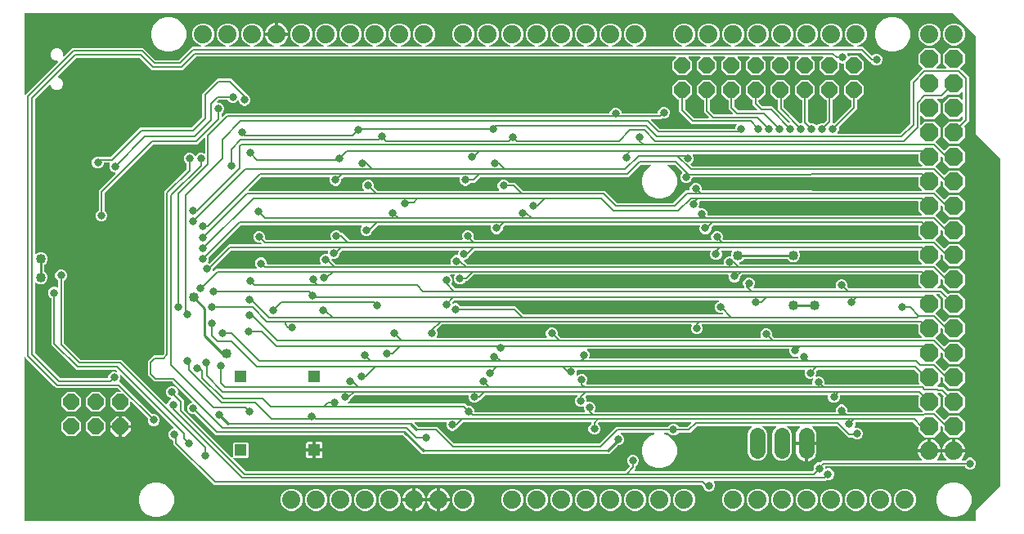
<source format=gbr>
G04 EAGLE Gerber RS-274X export*
G75*
%MOMM*%
%FSLAX34Y34*%
%LPD*%
%INBottom Copper*%
%IPPOS*%
%AMOC8*
5,1,8,0,0,1.08239X$1,22.5*%
G01*
%ADD10C,1.879600*%
%ADD11P,2.034460X8X112.500000*%
%ADD12P,1.759533X8X22.500000*%
%ADD13R,1.209600X1.209600*%
%ADD14P,1.759533X8X202.500000*%
%ADD15C,1.625600*%
%ADD16C,1.016000*%
%ADD17C,0.808000*%
%ADD18C,0.254000*%
%ADD19C,0.203200*%

G36*
X986810Y3052D02*
X986810Y3052D01*
X986829Y3050D01*
X986931Y3072D01*
X987033Y3088D01*
X987050Y3098D01*
X987070Y3102D01*
X987159Y3155D01*
X987250Y3204D01*
X987264Y3218D01*
X987281Y3228D01*
X987348Y3307D01*
X987420Y3382D01*
X987428Y3400D01*
X987441Y3415D01*
X987480Y3511D01*
X987523Y3605D01*
X987525Y3625D01*
X987533Y3643D01*
X987551Y3810D01*
X987551Y13963D01*
X1012728Y39140D01*
X1012781Y39214D01*
X1012841Y39283D01*
X1012853Y39313D01*
X1012872Y39340D01*
X1012899Y39427D01*
X1012933Y39511D01*
X1012937Y39552D01*
X1012944Y39575D01*
X1012943Y39607D01*
X1012951Y39678D01*
X1012951Y379422D01*
X1012937Y379512D01*
X1012929Y379603D01*
X1012917Y379633D01*
X1012912Y379665D01*
X1012869Y379745D01*
X1012833Y379829D01*
X1012807Y379861D01*
X1012796Y379882D01*
X1012773Y379904D01*
X1012728Y379960D01*
X989560Y403128D01*
X987551Y405137D01*
X987551Y506422D01*
X987537Y506512D01*
X987529Y506603D01*
X987517Y506633D01*
X987512Y506665D01*
X987469Y506745D01*
X987433Y506829D01*
X987407Y506861D01*
X987396Y506882D01*
X987373Y506904D01*
X987328Y506960D01*
X964160Y530128D01*
X964086Y530181D01*
X964017Y530241D01*
X963987Y530253D01*
X963960Y530272D01*
X963873Y530299D01*
X963789Y530333D01*
X963748Y530337D01*
X963725Y530344D01*
X963693Y530343D01*
X963622Y530351D01*
X3810Y530351D01*
X3790Y530348D01*
X3771Y530350D01*
X3669Y530328D01*
X3567Y530312D01*
X3550Y530302D01*
X3530Y530298D01*
X3441Y530245D01*
X3350Y530196D01*
X3336Y530182D01*
X3319Y530172D01*
X3252Y530093D01*
X3180Y530018D01*
X3172Y530000D01*
X3159Y529985D01*
X3120Y529889D01*
X3077Y529795D01*
X3075Y529775D01*
X3067Y529757D01*
X3049Y529590D01*
X3049Y446198D01*
X3060Y446127D01*
X3062Y446056D01*
X3080Y446007D01*
X3088Y445955D01*
X3122Y445892D01*
X3147Y445825D01*
X3179Y445784D01*
X3204Y445738D01*
X3256Y445689D01*
X3300Y445633D01*
X3344Y445604D01*
X3382Y445569D01*
X3447Y445538D01*
X3507Y445500D01*
X3558Y445487D01*
X3605Y445465D01*
X3676Y445457D01*
X3746Y445440D01*
X3798Y445444D01*
X3849Y445438D01*
X3920Y445453D01*
X3991Y445459D01*
X4039Y445479D01*
X4090Y445490D01*
X4151Y445527D01*
X4217Y445555D01*
X4273Y445600D01*
X4301Y445616D01*
X4316Y445634D01*
X4348Y445660D01*
X5960Y447272D01*
X37897Y479209D01*
X37939Y479267D01*
X37988Y479319D01*
X38010Y479366D01*
X38041Y479408D01*
X38062Y479477D01*
X38092Y479542D01*
X38098Y479594D01*
X38113Y479644D01*
X38111Y479715D01*
X38119Y479786D01*
X38108Y479837D01*
X38107Y479889D01*
X38082Y479957D01*
X38067Y480027D01*
X38040Y480072D01*
X38022Y480120D01*
X37977Y480176D01*
X37941Y480238D01*
X37901Y480272D01*
X37869Y480312D01*
X37808Y480351D01*
X37754Y480398D01*
X37705Y480417D01*
X37662Y480445D01*
X37592Y480463D01*
X37526Y480490D01*
X37454Y480498D01*
X37423Y480506D01*
X37400Y480504D01*
X37359Y480508D01*
X35212Y480508D01*
X32831Y481494D01*
X31008Y483317D01*
X30022Y485698D01*
X30022Y488274D01*
X31008Y490655D01*
X32831Y492478D01*
X35212Y493464D01*
X37788Y493464D01*
X40169Y492478D01*
X41992Y490655D01*
X42978Y488274D01*
X42978Y486127D01*
X42989Y486056D01*
X42991Y485985D01*
X43009Y485936D01*
X43017Y485884D01*
X43051Y485821D01*
X43076Y485754D01*
X43108Y485713D01*
X43133Y485667D01*
X43185Y485618D01*
X43229Y485562D01*
X43273Y485533D01*
X43311Y485498D01*
X43376Y485467D01*
X43436Y485429D01*
X43487Y485416D01*
X43534Y485394D01*
X43605Y485386D01*
X43675Y485369D01*
X43727Y485373D01*
X43778Y485367D01*
X43849Y485382D01*
X43920Y485388D01*
X43968Y485408D01*
X44019Y485419D01*
X44080Y485456D01*
X44146Y485484D01*
X44202Y485529D01*
X44230Y485545D01*
X44245Y485563D01*
X44277Y485589D01*
X52737Y494049D01*
X126263Y494049D01*
X139040Y481272D01*
X139114Y481219D01*
X139183Y481159D01*
X139213Y481147D01*
X139240Y481128D01*
X139327Y481101D01*
X139411Y481067D01*
X139452Y481063D01*
X139475Y481056D01*
X139507Y481057D01*
X139578Y481049D01*
X162422Y481049D01*
X162512Y481063D01*
X162603Y481071D01*
X162633Y481083D01*
X162665Y481088D01*
X162745Y481131D01*
X162829Y481167D01*
X162861Y481193D01*
X162882Y481204D01*
X162904Y481227D01*
X162960Y481272D01*
X176737Y495049D01*
X185530Y495049D01*
X185626Y495064D01*
X185723Y495074D01*
X185747Y495084D01*
X185773Y495088D01*
X185859Y495134D01*
X185948Y495174D01*
X185967Y495191D01*
X185990Y495204D01*
X186057Y495274D01*
X186129Y495340D01*
X186142Y495363D01*
X186160Y495382D01*
X186201Y495470D01*
X186248Y495556D01*
X186252Y495581D01*
X186263Y495605D01*
X186274Y495702D01*
X186291Y495798D01*
X186288Y495824D01*
X186290Y495849D01*
X186270Y495945D01*
X186256Y496041D01*
X186244Y496064D01*
X186238Y496090D01*
X186188Y496173D01*
X186144Y496260D01*
X186125Y496279D01*
X186112Y496301D01*
X186038Y496364D01*
X185968Y496432D01*
X185940Y496448D01*
X185925Y496461D01*
X185894Y496473D01*
X185822Y496513D01*
X181485Y498310D01*
X178270Y501525D01*
X176529Y505726D01*
X176529Y510274D01*
X178270Y514475D01*
X181485Y517690D01*
X185686Y519431D01*
X190234Y519431D01*
X194435Y517690D01*
X197650Y514475D01*
X199391Y510274D01*
X199391Y505726D01*
X197650Y501525D01*
X194435Y498310D01*
X190098Y496513D01*
X190016Y496462D01*
X189930Y496416D01*
X189912Y496397D01*
X189889Y496384D01*
X189827Y496309D01*
X189760Y496238D01*
X189749Y496214D01*
X189733Y496194D01*
X189698Y496103D01*
X189657Y496015D01*
X189654Y495989D01*
X189644Y495965D01*
X189640Y495867D01*
X189630Y495771D01*
X189635Y495745D01*
X189634Y495719D01*
X189661Y495625D01*
X189682Y495530D01*
X189695Y495508D01*
X189703Y495483D01*
X189758Y495403D01*
X189808Y495319D01*
X189828Y495302D01*
X189843Y495281D01*
X189921Y495222D01*
X189995Y495159D01*
X190019Y495149D01*
X190040Y495134D01*
X190133Y495104D01*
X190223Y495067D01*
X190256Y495064D01*
X190274Y495058D01*
X190307Y495058D01*
X190390Y495049D01*
X210930Y495049D01*
X211026Y495064D01*
X211123Y495074D01*
X211147Y495084D01*
X211173Y495088D01*
X211259Y495134D01*
X211348Y495174D01*
X211367Y495191D01*
X211390Y495204D01*
X211457Y495274D01*
X211529Y495340D01*
X211542Y495363D01*
X211560Y495382D01*
X211601Y495470D01*
X211648Y495556D01*
X211652Y495581D01*
X211663Y495605D01*
X211674Y495702D01*
X211691Y495798D01*
X211688Y495824D01*
X211690Y495849D01*
X211670Y495945D01*
X211656Y496041D01*
X211644Y496064D01*
X211638Y496090D01*
X211588Y496173D01*
X211544Y496260D01*
X211525Y496279D01*
X211512Y496301D01*
X211438Y496364D01*
X211368Y496432D01*
X211340Y496448D01*
X211325Y496461D01*
X211294Y496473D01*
X211222Y496513D01*
X206885Y498310D01*
X203670Y501525D01*
X201929Y505726D01*
X201929Y510274D01*
X203670Y514475D01*
X206885Y517690D01*
X211086Y519431D01*
X215634Y519431D01*
X219835Y517690D01*
X223050Y514475D01*
X224791Y510274D01*
X224791Y505726D01*
X223050Y501525D01*
X219835Y498310D01*
X215498Y496513D01*
X215416Y496462D01*
X215330Y496416D01*
X215312Y496397D01*
X215289Y496384D01*
X215227Y496309D01*
X215160Y496238D01*
X215149Y496214D01*
X215133Y496194D01*
X215098Y496103D01*
X215057Y496015D01*
X215054Y495989D01*
X215044Y495965D01*
X215040Y495867D01*
X215030Y495771D01*
X215035Y495745D01*
X215034Y495719D01*
X215061Y495625D01*
X215082Y495530D01*
X215095Y495508D01*
X215103Y495483D01*
X215158Y495403D01*
X215208Y495319D01*
X215228Y495302D01*
X215243Y495281D01*
X215321Y495222D01*
X215395Y495159D01*
X215419Y495149D01*
X215440Y495134D01*
X215533Y495104D01*
X215623Y495067D01*
X215656Y495064D01*
X215674Y495058D01*
X215707Y495058D01*
X215790Y495049D01*
X236330Y495049D01*
X236426Y495064D01*
X236523Y495074D01*
X236547Y495084D01*
X236573Y495088D01*
X236659Y495134D01*
X236748Y495174D01*
X236767Y495191D01*
X236790Y495204D01*
X236857Y495274D01*
X236929Y495340D01*
X236942Y495363D01*
X236960Y495382D01*
X237001Y495470D01*
X237048Y495556D01*
X237052Y495581D01*
X237063Y495605D01*
X237074Y495702D01*
X237091Y495798D01*
X237088Y495824D01*
X237090Y495849D01*
X237070Y495945D01*
X237056Y496041D01*
X237044Y496064D01*
X237038Y496090D01*
X236988Y496173D01*
X236944Y496260D01*
X236925Y496279D01*
X236912Y496301D01*
X236838Y496364D01*
X236768Y496432D01*
X236740Y496448D01*
X236725Y496461D01*
X236694Y496473D01*
X236621Y496513D01*
X232285Y498310D01*
X229070Y501525D01*
X227329Y505726D01*
X227329Y510274D01*
X229070Y514475D01*
X232285Y517690D01*
X236486Y519431D01*
X241034Y519431D01*
X245235Y517690D01*
X248450Y514475D01*
X250191Y510274D01*
X250191Y505726D01*
X248450Y501525D01*
X245235Y498310D01*
X240899Y496513D01*
X240816Y496462D01*
X240730Y496416D01*
X240712Y496397D01*
X240689Y496384D01*
X240627Y496309D01*
X240560Y496238D01*
X240549Y496214D01*
X240533Y496194D01*
X240498Y496103D01*
X240457Y496015D01*
X240454Y495989D01*
X240444Y495965D01*
X240440Y495867D01*
X240430Y495771D01*
X240435Y495745D01*
X240434Y495719D01*
X240461Y495625D01*
X240482Y495530D01*
X240495Y495508D01*
X240503Y495483D01*
X240558Y495403D01*
X240608Y495319D01*
X240628Y495302D01*
X240643Y495281D01*
X240721Y495222D01*
X240795Y495159D01*
X240819Y495149D01*
X240840Y495134D01*
X240933Y495104D01*
X241023Y495067D01*
X241056Y495064D01*
X241074Y495058D01*
X241107Y495058D01*
X241190Y495049D01*
X260579Y495049D01*
X260583Y495049D01*
X260587Y495049D01*
X260705Y495069D01*
X260822Y495088D01*
X260825Y495090D01*
X260829Y495091D01*
X260934Y495148D01*
X261039Y495204D01*
X261042Y495206D01*
X261045Y495208D01*
X261127Y495296D01*
X261209Y495382D01*
X261210Y495386D01*
X261213Y495388D01*
X261262Y495497D01*
X261312Y495605D01*
X261313Y495609D01*
X261314Y495613D01*
X261326Y495732D01*
X261339Y495849D01*
X261338Y495853D01*
X261339Y495857D01*
X261312Y495973D01*
X261287Y496090D01*
X261285Y496093D01*
X261284Y496097D01*
X261222Y496198D01*
X261161Y496301D01*
X261158Y496303D01*
X261156Y496307D01*
X261065Y496383D01*
X260974Y496461D01*
X260970Y496462D01*
X260967Y496465D01*
X260814Y496534D01*
X259577Y496936D01*
X257903Y497789D01*
X256382Y498894D01*
X255054Y500222D01*
X253949Y501743D01*
X253096Y503417D01*
X252515Y505204D01*
X252314Y506477D01*
X263398Y506477D01*
X263418Y506480D01*
X263437Y506478D01*
X263539Y506500D01*
X263641Y506517D01*
X263658Y506526D01*
X263678Y506530D01*
X263767Y506583D01*
X263858Y506632D01*
X263872Y506646D01*
X263889Y506656D01*
X263956Y506735D01*
X264027Y506810D01*
X264036Y506828D01*
X264049Y506843D01*
X264087Y506939D01*
X264131Y507033D01*
X264133Y507053D01*
X264141Y507071D01*
X264159Y507238D01*
X264159Y508001D01*
X264161Y508001D01*
X264161Y507238D01*
X264164Y507218D01*
X264162Y507199D01*
X264184Y507097D01*
X264201Y506995D01*
X264210Y506978D01*
X264214Y506958D01*
X264267Y506869D01*
X264316Y506778D01*
X264330Y506764D01*
X264340Y506747D01*
X264419Y506680D01*
X264494Y506609D01*
X264512Y506600D01*
X264527Y506587D01*
X264623Y506548D01*
X264717Y506505D01*
X264737Y506503D01*
X264755Y506495D01*
X264922Y506477D01*
X276006Y506477D01*
X275805Y505204D01*
X275224Y503417D01*
X274371Y501743D01*
X273266Y500222D01*
X271938Y498894D01*
X270417Y497789D01*
X268743Y496936D01*
X267506Y496534D01*
X267502Y496532D01*
X267498Y496531D01*
X267393Y496476D01*
X267287Y496421D01*
X267284Y496418D01*
X267281Y496416D01*
X267199Y496330D01*
X267116Y496245D01*
X267114Y496241D01*
X267111Y496238D01*
X267061Y496130D01*
X267010Y496023D01*
X267009Y496019D01*
X267008Y496015D01*
X266995Y495898D01*
X266980Y495778D01*
X266981Y495774D01*
X266981Y495771D01*
X267006Y495655D01*
X267030Y495538D01*
X267032Y495534D01*
X267033Y495530D01*
X267094Y495428D01*
X267154Y495325D01*
X267157Y495322D01*
X267159Y495319D01*
X267250Y495241D01*
X267339Y495163D01*
X267343Y495162D01*
X267346Y495159D01*
X267457Y495114D01*
X267566Y495069D01*
X267570Y495069D01*
X267574Y495067D01*
X267741Y495049D01*
X287130Y495049D01*
X287226Y495064D01*
X287323Y495074D01*
X287347Y495084D01*
X287373Y495088D01*
X287459Y495134D01*
X287548Y495174D01*
X287567Y495191D01*
X287590Y495204D01*
X287657Y495274D01*
X287729Y495340D01*
X287742Y495363D01*
X287760Y495382D01*
X287801Y495470D01*
X287848Y495556D01*
X287852Y495581D01*
X287863Y495605D01*
X287874Y495702D01*
X287891Y495798D01*
X287888Y495824D01*
X287890Y495849D01*
X287870Y495945D01*
X287856Y496041D01*
X287844Y496064D01*
X287838Y496090D01*
X287788Y496173D01*
X287744Y496260D01*
X287725Y496279D01*
X287712Y496301D01*
X287638Y496364D01*
X287568Y496432D01*
X287540Y496448D01*
X287525Y496461D01*
X287494Y496473D01*
X287421Y496513D01*
X283085Y498310D01*
X279870Y501525D01*
X278129Y505726D01*
X278129Y510274D01*
X279870Y514475D01*
X283085Y517690D01*
X287286Y519431D01*
X291834Y519431D01*
X296035Y517690D01*
X299250Y514475D01*
X300991Y510274D01*
X300991Y505726D01*
X299250Y501525D01*
X296035Y498310D01*
X291699Y496513D01*
X291616Y496462D01*
X291530Y496416D01*
X291512Y496397D01*
X291489Y496384D01*
X291427Y496309D01*
X291360Y496238D01*
X291349Y496214D01*
X291333Y496194D01*
X291298Y496103D01*
X291257Y496015D01*
X291254Y495989D01*
X291244Y495965D01*
X291240Y495867D01*
X291230Y495771D01*
X291235Y495745D01*
X291234Y495719D01*
X291261Y495625D01*
X291282Y495530D01*
X291295Y495508D01*
X291303Y495483D01*
X291358Y495403D01*
X291408Y495319D01*
X291428Y495302D01*
X291443Y495281D01*
X291521Y495222D01*
X291595Y495159D01*
X291619Y495149D01*
X291640Y495134D01*
X291733Y495104D01*
X291823Y495067D01*
X291856Y495064D01*
X291874Y495058D01*
X291907Y495058D01*
X291990Y495049D01*
X312530Y495049D01*
X312626Y495064D01*
X312723Y495074D01*
X312747Y495084D01*
X312773Y495088D01*
X312859Y495134D01*
X312948Y495174D01*
X312967Y495191D01*
X312990Y495204D01*
X313057Y495274D01*
X313129Y495340D01*
X313142Y495363D01*
X313160Y495382D01*
X313201Y495470D01*
X313248Y495556D01*
X313252Y495581D01*
X313263Y495605D01*
X313274Y495702D01*
X313291Y495798D01*
X313288Y495824D01*
X313290Y495849D01*
X313270Y495945D01*
X313256Y496041D01*
X313244Y496064D01*
X313238Y496090D01*
X313188Y496173D01*
X313144Y496260D01*
X313125Y496279D01*
X313112Y496301D01*
X313038Y496364D01*
X312968Y496432D01*
X312940Y496448D01*
X312925Y496461D01*
X312894Y496473D01*
X312821Y496513D01*
X308485Y498310D01*
X305270Y501525D01*
X303529Y505726D01*
X303529Y510274D01*
X305270Y514475D01*
X308485Y517690D01*
X312686Y519431D01*
X317234Y519431D01*
X321435Y517690D01*
X324650Y514475D01*
X326391Y510274D01*
X326391Y505726D01*
X324650Y501525D01*
X321435Y498310D01*
X317099Y496513D01*
X317016Y496462D01*
X316930Y496416D01*
X316912Y496397D01*
X316889Y496384D01*
X316827Y496309D01*
X316760Y496238D01*
X316749Y496214D01*
X316733Y496194D01*
X316698Y496103D01*
X316657Y496015D01*
X316654Y495989D01*
X316644Y495965D01*
X316640Y495867D01*
X316630Y495771D01*
X316635Y495745D01*
X316634Y495719D01*
X316661Y495625D01*
X316682Y495530D01*
X316695Y495508D01*
X316703Y495483D01*
X316758Y495403D01*
X316808Y495319D01*
X316828Y495302D01*
X316843Y495281D01*
X316921Y495222D01*
X316995Y495159D01*
X317019Y495149D01*
X317040Y495134D01*
X317133Y495104D01*
X317223Y495067D01*
X317256Y495064D01*
X317274Y495058D01*
X317307Y495058D01*
X317390Y495049D01*
X337930Y495049D01*
X338026Y495064D01*
X338123Y495074D01*
X338147Y495084D01*
X338173Y495088D01*
X338259Y495134D01*
X338348Y495174D01*
X338367Y495191D01*
X338390Y495204D01*
X338457Y495274D01*
X338529Y495340D01*
X338542Y495363D01*
X338560Y495382D01*
X338601Y495470D01*
X338648Y495556D01*
X338652Y495581D01*
X338663Y495605D01*
X338674Y495702D01*
X338691Y495798D01*
X338688Y495824D01*
X338690Y495849D01*
X338670Y495945D01*
X338656Y496041D01*
X338644Y496064D01*
X338638Y496090D01*
X338588Y496173D01*
X338544Y496260D01*
X338525Y496279D01*
X338512Y496301D01*
X338438Y496364D01*
X338368Y496432D01*
X338340Y496448D01*
X338325Y496461D01*
X338294Y496473D01*
X338221Y496513D01*
X333885Y498310D01*
X330670Y501525D01*
X328929Y505726D01*
X328929Y510274D01*
X330670Y514475D01*
X333885Y517690D01*
X338086Y519431D01*
X342634Y519431D01*
X346835Y517690D01*
X350050Y514475D01*
X351791Y510274D01*
X351791Y505726D01*
X350050Y501525D01*
X346835Y498310D01*
X342499Y496513D01*
X342416Y496462D01*
X342330Y496416D01*
X342312Y496397D01*
X342289Y496384D01*
X342227Y496309D01*
X342160Y496238D01*
X342149Y496214D01*
X342133Y496194D01*
X342098Y496103D01*
X342057Y496015D01*
X342054Y495989D01*
X342044Y495965D01*
X342040Y495867D01*
X342030Y495771D01*
X342035Y495745D01*
X342034Y495719D01*
X342061Y495625D01*
X342082Y495530D01*
X342095Y495508D01*
X342103Y495483D01*
X342158Y495403D01*
X342208Y495319D01*
X342228Y495302D01*
X342243Y495281D01*
X342321Y495222D01*
X342395Y495159D01*
X342419Y495149D01*
X342440Y495134D01*
X342533Y495104D01*
X342623Y495067D01*
X342656Y495064D01*
X342674Y495058D01*
X342707Y495058D01*
X342790Y495049D01*
X363330Y495049D01*
X363426Y495064D01*
X363523Y495074D01*
X363547Y495084D01*
X363573Y495088D01*
X363659Y495134D01*
X363748Y495174D01*
X363767Y495191D01*
X363790Y495204D01*
X363857Y495274D01*
X363929Y495340D01*
X363942Y495363D01*
X363960Y495382D01*
X364001Y495470D01*
X364048Y495556D01*
X364052Y495581D01*
X364063Y495605D01*
X364074Y495702D01*
X364091Y495798D01*
X364088Y495824D01*
X364090Y495849D01*
X364070Y495945D01*
X364056Y496041D01*
X364044Y496064D01*
X364038Y496090D01*
X363988Y496173D01*
X363944Y496260D01*
X363925Y496279D01*
X363912Y496301D01*
X363838Y496364D01*
X363768Y496432D01*
X363740Y496448D01*
X363725Y496461D01*
X363694Y496473D01*
X363621Y496513D01*
X359285Y498310D01*
X356070Y501525D01*
X354329Y505726D01*
X354329Y510274D01*
X356070Y514475D01*
X359285Y517690D01*
X363486Y519431D01*
X368034Y519431D01*
X372235Y517690D01*
X375450Y514475D01*
X377191Y510274D01*
X377191Y505726D01*
X375450Y501525D01*
X372235Y498310D01*
X367899Y496513D01*
X367816Y496462D01*
X367730Y496416D01*
X367712Y496397D01*
X367689Y496384D01*
X367627Y496309D01*
X367560Y496238D01*
X367549Y496214D01*
X367533Y496194D01*
X367498Y496103D01*
X367457Y496015D01*
X367454Y495989D01*
X367444Y495965D01*
X367440Y495867D01*
X367430Y495771D01*
X367435Y495745D01*
X367434Y495719D01*
X367461Y495625D01*
X367482Y495530D01*
X367495Y495508D01*
X367503Y495483D01*
X367558Y495403D01*
X367608Y495319D01*
X367628Y495302D01*
X367643Y495281D01*
X367721Y495222D01*
X367795Y495159D01*
X367819Y495149D01*
X367840Y495134D01*
X367933Y495104D01*
X368023Y495067D01*
X368056Y495064D01*
X368074Y495058D01*
X368107Y495058D01*
X368190Y495049D01*
X388730Y495049D01*
X388826Y495064D01*
X388923Y495074D01*
X388947Y495084D01*
X388973Y495088D01*
X389059Y495134D01*
X389148Y495174D01*
X389167Y495191D01*
X389190Y495204D01*
X389257Y495274D01*
X389329Y495340D01*
X389342Y495363D01*
X389360Y495382D01*
X389401Y495470D01*
X389448Y495556D01*
X389452Y495581D01*
X389463Y495605D01*
X389474Y495702D01*
X389491Y495798D01*
X389488Y495824D01*
X389490Y495849D01*
X389470Y495945D01*
X389456Y496041D01*
X389444Y496064D01*
X389438Y496090D01*
X389388Y496173D01*
X389344Y496260D01*
X389325Y496279D01*
X389312Y496301D01*
X389238Y496364D01*
X389168Y496432D01*
X389140Y496448D01*
X389125Y496461D01*
X389094Y496473D01*
X389021Y496513D01*
X384685Y498310D01*
X381470Y501525D01*
X379729Y505726D01*
X379729Y510274D01*
X381470Y514475D01*
X384685Y517690D01*
X388886Y519431D01*
X393434Y519431D01*
X397635Y517690D01*
X400850Y514475D01*
X402591Y510274D01*
X402591Y505726D01*
X400850Y501525D01*
X397635Y498310D01*
X393299Y496513D01*
X393216Y496462D01*
X393130Y496416D01*
X393112Y496397D01*
X393089Y496384D01*
X393027Y496309D01*
X392960Y496238D01*
X392949Y496214D01*
X392933Y496194D01*
X392898Y496103D01*
X392857Y496015D01*
X392854Y495989D01*
X392844Y495965D01*
X392840Y495867D01*
X392830Y495771D01*
X392835Y495745D01*
X392834Y495719D01*
X392861Y495625D01*
X392882Y495530D01*
X392895Y495508D01*
X392903Y495483D01*
X392958Y495403D01*
X393008Y495319D01*
X393028Y495302D01*
X393043Y495281D01*
X393121Y495222D01*
X393195Y495159D01*
X393219Y495149D01*
X393240Y495134D01*
X393333Y495104D01*
X393423Y495067D01*
X393456Y495064D01*
X393474Y495058D01*
X393507Y495058D01*
X393590Y495049D01*
X414130Y495049D01*
X414226Y495064D01*
X414323Y495074D01*
X414347Y495084D01*
X414373Y495088D01*
X414459Y495134D01*
X414548Y495174D01*
X414567Y495191D01*
X414590Y495204D01*
X414657Y495274D01*
X414729Y495340D01*
X414742Y495363D01*
X414760Y495382D01*
X414801Y495470D01*
X414848Y495556D01*
X414852Y495581D01*
X414863Y495605D01*
X414874Y495702D01*
X414891Y495798D01*
X414888Y495824D01*
X414890Y495849D01*
X414870Y495945D01*
X414856Y496041D01*
X414844Y496064D01*
X414838Y496090D01*
X414788Y496173D01*
X414744Y496260D01*
X414725Y496279D01*
X414712Y496301D01*
X414638Y496364D01*
X414568Y496432D01*
X414540Y496448D01*
X414525Y496461D01*
X414494Y496473D01*
X414421Y496513D01*
X410085Y498310D01*
X406870Y501525D01*
X405129Y505726D01*
X405129Y510274D01*
X406870Y514475D01*
X410085Y517690D01*
X414286Y519431D01*
X418834Y519431D01*
X423035Y517690D01*
X426250Y514475D01*
X427991Y510274D01*
X427991Y505726D01*
X426250Y501525D01*
X423035Y498310D01*
X418699Y496513D01*
X418616Y496462D01*
X418530Y496416D01*
X418512Y496397D01*
X418489Y496384D01*
X418427Y496309D01*
X418360Y496238D01*
X418349Y496214D01*
X418333Y496194D01*
X418298Y496103D01*
X418257Y496015D01*
X418254Y495989D01*
X418244Y495965D01*
X418240Y495867D01*
X418230Y495771D01*
X418235Y495745D01*
X418234Y495719D01*
X418261Y495625D01*
X418282Y495530D01*
X418295Y495508D01*
X418303Y495483D01*
X418358Y495403D01*
X418408Y495319D01*
X418428Y495302D01*
X418443Y495281D01*
X418521Y495222D01*
X418595Y495159D01*
X418619Y495149D01*
X418640Y495134D01*
X418733Y495104D01*
X418823Y495067D01*
X418856Y495064D01*
X418874Y495058D01*
X418907Y495058D01*
X418990Y495049D01*
X454770Y495049D01*
X454866Y495064D01*
X454963Y495074D01*
X454987Y495084D01*
X455013Y495088D01*
X455099Y495134D01*
X455188Y495174D01*
X455207Y495191D01*
X455230Y495204D01*
X455297Y495274D01*
X455369Y495340D01*
X455382Y495363D01*
X455400Y495382D01*
X455441Y495470D01*
X455488Y495556D01*
X455492Y495581D01*
X455503Y495605D01*
X455514Y495702D01*
X455531Y495798D01*
X455528Y495824D01*
X455530Y495849D01*
X455510Y495945D01*
X455496Y496041D01*
X455484Y496064D01*
X455478Y496090D01*
X455428Y496173D01*
X455384Y496260D01*
X455365Y496279D01*
X455352Y496301D01*
X455278Y496364D01*
X455208Y496432D01*
X455180Y496448D01*
X455165Y496461D01*
X455134Y496473D01*
X455062Y496513D01*
X450725Y498310D01*
X447510Y501525D01*
X445769Y505726D01*
X445769Y510274D01*
X447510Y514475D01*
X450725Y517690D01*
X454926Y519431D01*
X459474Y519431D01*
X463675Y517690D01*
X466890Y514475D01*
X468631Y510274D01*
X468631Y505726D01*
X466890Y501525D01*
X463675Y498310D01*
X459338Y496513D01*
X459256Y496462D01*
X459170Y496416D01*
X459152Y496397D01*
X459129Y496384D01*
X459067Y496309D01*
X459000Y496238D01*
X458989Y496214D01*
X458973Y496194D01*
X458938Y496103D01*
X458897Y496015D01*
X458894Y495989D01*
X458884Y495965D01*
X458880Y495867D01*
X458870Y495771D01*
X458875Y495745D01*
X458874Y495719D01*
X458901Y495625D01*
X458922Y495530D01*
X458935Y495508D01*
X458943Y495483D01*
X458998Y495403D01*
X459048Y495319D01*
X459068Y495302D01*
X459083Y495281D01*
X459161Y495222D01*
X459235Y495159D01*
X459259Y495149D01*
X459280Y495134D01*
X459373Y495104D01*
X459463Y495067D01*
X459496Y495064D01*
X459514Y495058D01*
X459547Y495058D01*
X459630Y495049D01*
X480170Y495049D01*
X480266Y495064D01*
X480363Y495074D01*
X480387Y495084D01*
X480413Y495088D01*
X480499Y495134D01*
X480588Y495174D01*
X480607Y495191D01*
X480630Y495204D01*
X480697Y495274D01*
X480769Y495340D01*
X480782Y495363D01*
X480800Y495382D01*
X480841Y495470D01*
X480888Y495556D01*
X480892Y495581D01*
X480903Y495605D01*
X480914Y495702D01*
X480931Y495798D01*
X480928Y495824D01*
X480930Y495849D01*
X480910Y495945D01*
X480896Y496041D01*
X480884Y496064D01*
X480878Y496090D01*
X480828Y496173D01*
X480784Y496260D01*
X480765Y496279D01*
X480752Y496301D01*
X480678Y496364D01*
X480608Y496432D01*
X480580Y496448D01*
X480565Y496461D01*
X480534Y496473D01*
X480461Y496513D01*
X476125Y498310D01*
X472910Y501525D01*
X471169Y505726D01*
X471169Y510274D01*
X472910Y514475D01*
X476125Y517690D01*
X480326Y519431D01*
X484874Y519431D01*
X489075Y517690D01*
X492290Y514475D01*
X494031Y510274D01*
X494031Y505726D01*
X492290Y501525D01*
X489075Y498310D01*
X484739Y496513D01*
X484656Y496462D01*
X484570Y496416D01*
X484552Y496397D01*
X484529Y496384D01*
X484467Y496309D01*
X484400Y496238D01*
X484389Y496214D01*
X484373Y496194D01*
X484338Y496103D01*
X484297Y496015D01*
X484294Y495989D01*
X484284Y495965D01*
X484280Y495867D01*
X484270Y495771D01*
X484275Y495745D01*
X484274Y495719D01*
X484301Y495625D01*
X484322Y495530D01*
X484335Y495508D01*
X484343Y495483D01*
X484398Y495403D01*
X484448Y495319D01*
X484468Y495302D01*
X484483Y495281D01*
X484561Y495222D01*
X484635Y495159D01*
X484659Y495149D01*
X484680Y495134D01*
X484773Y495104D01*
X484863Y495067D01*
X484896Y495064D01*
X484914Y495058D01*
X484947Y495058D01*
X485030Y495049D01*
X505570Y495049D01*
X505666Y495064D01*
X505763Y495074D01*
X505787Y495084D01*
X505813Y495088D01*
X505899Y495134D01*
X505988Y495174D01*
X506007Y495191D01*
X506030Y495204D01*
X506097Y495274D01*
X506169Y495340D01*
X506182Y495363D01*
X506200Y495382D01*
X506241Y495470D01*
X506288Y495556D01*
X506292Y495581D01*
X506303Y495605D01*
X506314Y495702D01*
X506331Y495798D01*
X506328Y495824D01*
X506330Y495849D01*
X506310Y495945D01*
X506296Y496041D01*
X506284Y496064D01*
X506278Y496090D01*
X506228Y496173D01*
X506184Y496260D01*
X506165Y496279D01*
X506152Y496301D01*
X506078Y496364D01*
X506008Y496432D01*
X505980Y496448D01*
X505965Y496461D01*
X505934Y496473D01*
X505861Y496513D01*
X501525Y498310D01*
X498310Y501525D01*
X496569Y505726D01*
X496569Y510274D01*
X498310Y514475D01*
X501525Y517690D01*
X505726Y519431D01*
X510274Y519431D01*
X514475Y517690D01*
X517690Y514475D01*
X519431Y510274D01*
X519431Y505726D01*
X517690Y501525D01*
X514475Y498310D01*
X510139Y496513D01*
X510056Y496462D01*
X509970Y496416D01*
X509952Y496397D01*
X509929Y496384D01*
X509867Y496309D01*
X509800Y496238D01*
X509789Y496214D01*
X509773Y496194D01*
X509738Y496103D01*
X509697Y496015D01*
X509694Y495989D01*
X509684Y495965D01*
X509680Y495867D01*
X509670Y495771D01*
X509675Y495745D01*
X509674Y495719D01*
X509701Y495625D01*
X509722Y495530D01*
X509735Y495508D01*
X509743Y495483D01*
X509798Y495403D01*
X509848Y495319D01*
X509868Y495302D01*
X509883Y495281D01*
X509961Y495222D01*
X510035Y495159D01*
X510059Y495149D01*
X510080Y495134D01*
X510173Y495104D01*
X510263Y495067D01*
X510296Y495064D01*
X510314Y495058D01*
X510347Y495058D01*
X510430Y495049D01*
X530970Y495049D01*
X531066Y495064D01*
X531163Y495074D01*
X531187Y495084D01*
X531213Y495088D01*
X531299Y495134D01*
X531388Y495174D01*
X531407Y495191D01*
X531430Y495204D01*
X531497Y495274D01*
X531569Y495340D01*
X531582Y495363D01*
X531600Y495382D01*
X531641Y495470D01*
X531688Y495556D01*
X531692Y495581D01*
X531703Y495605D01*
X531714Y495702D01*
X531731Y495798D01*
X531728Y495824D01*
X531730Y495849D01*
X531710Y495945D01*
X531696Y496041D01*
X531684Y496064D01*
X531678Y496090D01*
X531628Y496173D01*
X531584Y496260D01*
X531565Y496279D01*
X531552Y496301D01*
X531478Y496364D01*
X531408Y496432D01*
X531380Y496448D01*
X531365Y496461D01*
X531334Y496473D01*
X531261Y496513D01*
X526925Y498310D01*
X523710Y501525D01*
X521969Y505726D01*
X521969Y510274D01*
X523710Y514475D01*
X526925Y517690D01*
X531126Y519431D01*
X535674Y519431D01*
X539875Y517690D01*
X543090Y514475D01*
X544831Y510274D01*
X544831Y505726D01*
X543090Y501525D01*
X539875Y498310D01*
X535539Y496513D01*
X535456Y496462D01*
X535370Y496416D01*
X535352Y496397D01*
X535329Y496384D01*
X535267Y496309D01*
X535200Y496238D01*
X535189Y496214D01*
X535173Y496194D01*
X535138Y496103D01*
X535097Y496015D01*
X535094Y495989D01*
X535084Y495965D01*
X535080Y495867D01*
X535070Y495771D01*
X535075Y495745D01*
X535074Y495719D01*
X535101Y495625D01*
X535122Y495530D01*
X535135Y495508D01*
X535143Y495483D01*
X535198Y495403D01*
X535248Y495319D01*
X535268Y495302D01*
X535283Y495281D01*
X535361Y495222D01*
X535435Y495159D01*
X535459Y495149D01*
X535480Y495134D01*
X535573Y495104D01*
X535663Y495067D01*
X535696Y495064D01*
X535714Y495058D01*
X535747Y495058D01*
X535830Y495049D01*
X556370Y495049D01*
X556466Y495064D01*
X556563Y495074D01*
X556587Y495084D01*
X556613Y495088D01*
X556699Y495134D01*
X556788Y495174D01*
X556807Y495191D01*
X556830Y495204D01*
X556897Y495274D01*
X556969Y495340D01*
X556982Y495363D01*
X557000Y495382D01*
X557041Y495470D01*
X557088Y495556D01*
X557092Y495581D01*
X557103Y495605D01*
X557114Y495702D01*
X557131Y495798D01*
X557128Y495824D01*
X557130Y495849D01*
X557110Y495945D01*
X557096Y496041D01*
X557084Y496064D01*
X557078Y496090D01*
X557028Y496173D01*
X556984Y496260D01*
X556965Y496279D01*
X556952Y496301D01*
X556878Y496364D01*
X556808Y496432D01*
X556780Y496448D01*
X556765Y496461D01*
X556734Y496473D01*
X556661Y496513D01*
X552325Y498310D01*
X549110Y501525D01*
X547369Y505726D01*
X547369Y510274D01*
X549110Y514475D01*
X552325Y517690D01*
X556526Y519431D01*
X561074Y519431D01*
X565275Y517690D01*
X568490Y514475D01*
X570231Y510274D01*
X570231Y505726D01*
X568490Y501525D01*
X565275Y498310D01*
X560939Y496513D01*
X560856Y496462D01*
X560770Y496416D01*
X560752Y496397D01*
X560729Y496384D01*
X560667Y496309D01*
X560600Y496238D01*
X560589Y496214D01*
X560573Y496194D01*
X560538Y496103D01*
X560497Y496015D01*
X560494Y495989D01*
X560484Y495965D01*
X560480Y495867D01*
X560470Y495771D01*
X560475Y495745D01*
X560474Y495719D01*
X560501Y495625D01*
X560522Y495530D01*
X560535Y495508D01*
X560543Y495483D01*
X560598Y495403D01*
X560648Y495319D01*
X560668Y495302D01*
X560683Y495281D01*
X560761Y495222D01*
X560835Y495159D01*
X560859Y495149D01*
X560880Y495134D01*
X560973Y495104D01*
X561063Y495067D01*
X561096Y495064D01*
X561114Y495058D01*
X561147Y495058D01*
X561230Y495049D01*
X581770Y495049D01*
X581866Y495064D01*
X581963Y495074D01*
X581987Y495084D01*
X582013Y495088D01*
X582099Y495134D01*
X582188Y495174D01*
X582207Y495191D01*
X582230Y495204D01*
X582297Y495274D01*
X582369Y495340D01*
X582382Y495363D01*
X582400Y495382D01*
X582441Y495470D01*
X582488Y495556D01*
X582492Y495581D01*
X582503Y495605D01*
X582514Y495702D01*
X582531Y495798D01*
X582528Y495824D01*
X582530Y495849D01*
X582510Y495945D01*
X582496Y496041D01*
X582484Y496064D01*
X582478Y496090D01*
X582428Y496173D01*
X582384Y496260D01*
X582365Y496279D01*
X582352Y496301D01*
X582278Y496364D01*
X582208Y496432D01*
X582180Y496448D01*
X582165Y496461D01*
X582134Y496473D01*
X582062Y496513D01*
X577725Y498310D01*
X574510Y501525D01*
X572769Y505726D01*
X572769Y510274D01*
X574510Y514475D01*
X577725Y517690D01*
X581926Y519431D01*
X586474Y519431D01*
X590675Y517690D01*
X593890Y514475D01*
X595631Y510274D01*
X595631Y505726D01*
X593890Y501525D01*
X590675Y498310D01*
X586338Y496513D01*
X586256Y496462D01*
X586170Y496416D01*
X586152Y496397D01*
X586129Y496384D01*
X586067Y496309D01*
X586000Y496238D01*
X585989Y496214D01*
X585973Y496194D01*
X585938Y496103D01*
X585897Y496015D01*
X585894Y495989D01*
X585884Y495965D01*
X585880Y495867D01*
X585870Y495771D01*
X585875Y495745D01*
X585874Y495719D01*
X585901Y495625D01*
X585922Y495530D01*
X585935Y495508D01*
X585943Y495483D01*
X585998Y495403D01*
X586048Y495319D01*
X586068Y495302D01*
X586083Y495281D01*
X586161Y495222D01*
X586235Y495159D01*
X586259Y495149D01*
X586280Y495134D01*
X586373Y495104D01*
X586463Y495067D01*
X586496Y495064D01*
X586514Y495058D01*
X586547Y495058D01*
X586630Y495049D01*
X607170Y495049D01*
X607266Y495064D01*
X607363Y495074D01*
X607387Y495084D01*
X607413Y495088D01*
X607499Y495134D01*
X607588Y495174D01*
X607607Y495191D01*
X607630Y495204D01*
X607697Y495274D01*
X607769Y495340D01*
X607782Y495363D01*
X607800Y495382D01*
X607841Y495470D01*
X607888Y495556D01*
X607892Y495581D01*
X607903Y495605D01*
X607914Y495702D01*
X607931Y495798D01*
X607928Y495824D01*
X607930Y495849D01*
X607910Y495945D01*
X607896Y496041D01*
X607884Y496064D01*
X607878Y496090D01*
X607828Y496173D01*
X607784Y496260D01*
X607765Y496279D01*
X607752Y496301D01*
X607678Y496364D01*
X607608Y496432D01*
X607580Y496448D01*
X607565Y496461D01*
X607534Y496473D01*
X607462Y496513D01*
X603125Y498310D01*
X599910Y501525D01*
X598169Y505726D01*
X598169Y510274D01*
X599910Y514475D01*
X603125Y517690D01*
X607326Y519431D01*
X611874Y519431D01*
X616075Y517690D01*
X619290Y514475D01*
X621031Y510274D01*
X621031Y505726D01*
X619290Y501525D01*
X616075Y498310D01*
X611738Y496513D01*
X611656Y496462D01*
X611570Y496416D01*
X611552Y496397D01*
X611529Y496384D01*
X611467Y496309D01*
X611400Y496238D01*
X611389Y496214D01*
X611373Y496194D01*
X611338Y496103D01*
X611297Y496015D01*
X611294Y495989D01*
X611284Y495965D01*
X611280Y495867D01*
X611270Y495771D01*
X611275Y495745D01*
X611274Y495719D01*
X611301Y495625D01*
X611322Y495530D01*
X611335Y495508D01*
X611343Y495483D01*
X611398Y495403D01*
X611448Y495319D01*
X611468Y495302D01*
X611483Y495281D01*
X611561Y495222D01*
X611635Y495159D01*
X611659Y495149D01*
X611680Y495134D01*
X611773Y495104D01*
X611863Y495067D01*
X611896Y495064D01*
X611914Y495058D01*
X611947Y495058D01*
X612030Y495049D01*
X632570Y495049D01*
X632666Y495064D01*
X632763Y495074D01*
X632787Y495084D01*
X632813Y495088D01*
X632899Y495134D01*
X632988Y495174D01*
X633007Y495191D01*
X633030Y495204D01*
X633097Y495274D01*
X633169Y495340D01*
X633182Y495363D01*
X633200Y495382D01*
X633241Y495470D01*
X633288Y495556D01*
X633292Y495581D01*
X633303Y495605D01*
X633314Y495702D01*
X633331Y495798D01*
X633328Y495824D01*
X633330Y495849D01*
X633310Y495945D01*
X633296Y496041D01*
X633284Y496064D01*
X633278Y496090D01*
X633228Y496173D01*
X633184Y496260D01*
X633165Y496279D01*
X633152Y496301D01*
X633078Y496364D01*
X633008Y496432D01*
X632980Y496448D01*
X632965Y496461D01*
X632934Y496473D01*
X632862Y496513D01*
X628525Y498310D01*
X625310Y501525D01*
X623569Y505726D01*
X623569Y510274D01*
X625310Y514475D01*
X628525Y517690D01*
X632726Y519431D01*
X637274Y519431D01*
X641475Y517690D01*
X644690Y514475D01*
X646431Y510274D01*
X646431Y505726D01*
X644690Y501525D01*
X641475Y498310D01*
X637138Y496513D01*
X637056Y496462D01*
X636970Y496416D01*
X636952Y496397D01*
X636929Y496384D01*
X636867Y496309D01*
X636800Y496238D01*
X636789Y496214D01*
X636773Y496194D01*
X636738Y496103D01*
X636697Y496015D01*
X636694Y495989D01*
X636684Y495965D01*
X636680Y495867D01*
X636670Y495771D01*
X636675Y495745D01*
X636674Y495719D01*
X636701Y495625D01*
X636722Y495530D01*
X636735Y495508D01*
X636743Y495483D01*
X636798Y495403D01*
X636848Y495319D01*
X636868Y495302D01*
X636883Y495281D01*
X636961Y495222D01*
X637035Y495159D01*
X637059Y495149D01*
X637080Y495134D01*
X637173Y495104D01*
X637263Y495067D01*
X637296Y495064D01*
X637314Y495058D01*
X637347Y495058D01*
X637430Y495049D01*
X683370Y495049D01*
X683466Y495064D01*
X683563Y495074D01*
X683587Y495084D01*
X683613Y495088D01*
X683699Y495134D01*
X683788Y495174D01*
X683807Y495191D01*
X683830Y495204D01*
X683897Y495274D01*
X683969Y495340D01*
X683982Y495363D01*
X684000Y495382D01*
X684041Y495470D01*
X684088Y495556D01*
X684092Y495581D01*
X684103Y495605D01*
X684114Y495702D01*
X684131Y495798D01*
X684128Y495824D01*
X684130Y495849D01*
X684110Y495945D01*
X684096Y496041D01*
X684084Y496064D01*
X684078Y496090D01*
X684028Y496173D01*
X683984Y496260D01*
X683965Y496279D01*
X683952Y496301D01*
X683878Y496364D01*
X683808Y496432D01*
X683780Y496448D01*
X683765Y496461D01*
X683734Y496473D01*
X683661Y496513D01*
X679325Y498310D01*
X676110Y501525D01*
X674369Y505726D01*
X674369Y510274D01*
X676110Y514475D01*
X679325Y517690D01*
X683526Y519431D01*
X688074Y519431D01*
X692275Y517690D01*
X695490Y514475D01*
X697231Y510274D01*
X697231Y505726D01*
X695490Y501525D01*
X692275Y498310D01*
X687939Y496513D01*
X687856Y496462D01*
X687770Y496416D01*
X687752Y496397D01*
X687729Y496384D01*
X687667Y496309D01*
X687600Y496238D01*
X687589Y496214D01*
X687573Y496194D01*
X687538Y496103D01*
X687497Y496015D01*
X687494Y495989D01*
X687484Y495965D01*
X687480Y495867D01*
X687470Y495771D01*
X687475Y495745D01*
X687474Y495719D01*
X687501Y495625D01*
X687522Y495530D01*
X687535Y495508D01*
X687543Y495483D01*
X687598Y495403D01*
X687648Y495319D01*
X687668Y495302D01*
X687683Y495281D01*
X687761Y495222D01*
X687835Y495159D01*
X687859Y495149D01*
X687880Y495134D01*
X687973Y495104D01*
X688063Y495067D01*
X688096Y495064D01*
X688114Y495058D01*
X688147Y495058D01*
X688230Y495049D01*
X708770Y495049D01*
X708866Y495064D01*
X708963Y495074D01*
X708987Y495084D01*
X709013Y495088D01*
X709099Y495134D01*
X709188Y495174D01*
X709207Y495191D01*
X709230Y495204D01*
X709297Y495274D01*
X709369Y495340D01*
X709382Y495363D01*
X709400Y495382D01*
X709441Y495470D01*
X709488Y495556D01*
X709492Y495581D01*
X709503Y495605D01*
X709514Y495702D01*
X709531Y495798D01*
X709528Y495824D01*
X709530Y495849D01*
X709510Y495945D01*
X709496Y496041D01*
X709484Y496064D01*
X709478Y496090D01*
X709428Y496173D01*
X709384Y496260D01*
X709365Y496279D01*
X709352Y496301D01*
X709278Y496364D01*
X709208Y496432D01*
X709180Y496448D01*
X709165Y496461D01*
X709134Y496473D01*
X709061Y496513D01*
X704725Y498310D01*
X701510Y501525D01*
X699769Y505726D01*
X699769Y510274D01*
X701510Y514475D01*
X704725Y517690D01*
X708926Y519431D01*
X713474Y519431D01*
X717675Y517690D01*
X720890Y514475D01*
X722631Y510274D01*
X722631Y505726D01*
X720890Y501525D01*
X717675Y498310D01*
X713339Y496513D01*
X713256Y496462D01*
X713170Y496416D01*
X713152Y496397D01*
X713129Y496384D01*
X713067Y496309D01*
X713000Y496238D01*
X712989Y496214D01*
X712973Y496194D01*
X712938Y496103D01*
X712897Y496015D01*
X712894Y495989D01*
X712884Y495965D01*
X712880Y495867D01*
X712870Y495771D01*
X712875Y495745D01*
X712874Y495719D01*
X712901Y495625D01*
X712922Y495530D01*
X712935Y495508D01*
X712943Y495483D01*
X712998Y495403D01*
X713048Y495319D01*
X713068Y495302D01*
X713083Y495281D01*
X713161Y495222D01*
X713235Y495159D01*
X713259Y495149D01*
X713280Y495134D01*
X713373Y495104D01*
X713463Y495067D01*
X713496Y495064D01*
X713514Y495058D01*
X713547Y495058D01*
X713630Y495049D01*
X734170Y495049D01*
X734266Y495064D01*
X734363Y495074D01*
X734387Y495084D01*
X734413Y495088D01*
X734499Y495134D01*
X734588Y495174D01*
X734607Y495191D01*
X734630Y495204D01*
X734697Y495274D01*
X734769Y495340D01*
X734782Y495363D01*
X734800Y495382D01*
X734841Y495470D01*
X734888Y495556D01*
X734892Y495581D01*
X734903Y495605D01*
X734914Y495702D01*
X734931Y495798D01*
X734928Y495824D01*
X734930Y495849D01*
X734910Y495945D01*
X734896Y496041D01*
X734884Y496064D01*
X734878Y496090D01*
X734828Y496173D01*
X734784Y496260D01*
X734765Y496279D01*
X734752Y496301D01*
X734678Y496364D01*
X734608Y496432D01*
X734580Y496448D01*
X734565Y496461D01*
X734534Y496473D01*
X734461Y496513D01*
X730125Y498310D01*
X726910Y501525D01*
X725169Y505726D01*
X725169Y510274D01*
X726910Y514475D01*
X730125Y517690D01*
X734326Y519431D01*
X738874Y519431D01*
X743075Y517690D01*
X746290Y514475D01*
X748031Y510274D01*
X748031Y505726D01*
X746290Y501525D01*
X743075Y498310D01*
X738739Y496513D01*
X738656Y496462D01*
X738570Y496416D01*
X738552Y496397D01*
X738529Y496384D01*
X738467Y496309D01*
X738400Y496238D01*
X738389Y496214D01*
X738373Y496194D01*
X738338Y496103D01*
X738297Y496015D01*
X738294Y495989D01*
X738284Y495965D01*
X738280Y495867D01*
X738270Y495771D01*
X738275Y495745D01*
X738274Y495719D01*
X738301Y495625D01*
X738322Y495530D01*
X738335Y495508D01*
X738343Y495483D01*
X738398Y495403D01*
X738448Y495319D01*
X738468Y495302D01*
X738483Y495281D01*
X738561Y495222D01*
X738635Y495159D01*
X738659Y495149D01*
X738680Y495134D01*
X738773Y495104D01*
X738863Y495067D01*
X738896Y495064D01*
X738914Y495058D01*
X738947Y495058D01*
X739030Y495049D01*
X759570Y495049D01*
X759666Y495064D01*
X759763Y495074D01*
X759787Y495084D01*
X759813Y495088D01*
X759899Y495134D01*
X759988Y495174D01*
X760007Y495191D01*
X760030Y495204D01*
X760097Y495274D01*
X760169Y495340D01*
X760182Y495363D01*
X760200Y495382D01*
X760241Y495470D01*
X760288Y495556D01*
X760292Y495581D01*
X760303Y495605D01*
X760314Y495702D01*
X760331Y495798D01*
X760328Y495824D01*
X760330Y495849D01*
X760310Y495945D01*
X760296Y496041D01*
X760284Y496064D01*
X760278Y496090D01*
X760228Y496173D01*
X760184Y496260D01*
X760165Y496279D01*
X760152Y496301D01*
X760078Y496364D01*
X760008Y496432D01*
X759980Y496448D01*
X759965Y496461D01*
X759934Y496473D01*
X759861Y496513D01*
X755525Y498310D01*
X752310Y501525D01*
X750569Y505726D01*
X750569Y510274D01*
X752310Y514475D01*
X755525Y517690D01*
X759726Y519431D01*
X764274Y519431D01*
X768475Y517690D01*
X771690Y514475D01*
X773431Y510274D01*
X773431Y505726D01*
X771690Y501525D01*
X768475Y498310D01*
X764139Y496513D01*
X764056Y496462D01*
X763970Y496416D01*
X763952Y496397D01*
X763929Y496384D01*
X763867Y496309D01*
X763800Y496238D01*
X763789Y496214D01*
X763773Y496194D01*
X763738Y496103D01*
X763697Y496015D01*
X763694Y495989D01*
X763684Y495965D01*
X763680Y495867D01*
X763670Y495771D01*
X763675Y495745D01*
X763674Y495719D01*
X763701Y495625D01*
X763722Y495530D01*
X763735Y495508D01*
X763743Y495483D01*
X763798Y495403D01*
X763848Y495319D01*
X763868Y495302D01*
X763883Y495281D01*
X763961Y495222D01*
X764035Y495159D01*
X764059Y495149D01*
X764080Y495134D01*
X764173Y495104D01*
X764263Y495067D01*
X764296Y495064D01*
X764314Y495058D01*
X764347Y495058D01*
X764430Y495049D01*
X784970Y495049D01*
X785066Y495064D01*
X785163Y495074D01*
X785187Y495084D01*
X785213Y495088D01*
X785299Y495134D01*
X785388Y495174D01*
X785407Y495191D01*
X785430Y495204D01*
X785497Y495274D01*
X785569Y495340D01*
X785582Y495363D01*
X785600Y495382D01*
X785641Y495470D01*
X785688Y495556D01*
X785692Y495581D01*
X785703Y495605D01*
X785714Y495702D01*
X785731Y495798D01*
X785728Y495824D01*
X785730Y495849D01*
X785710Y495945D01*
X785696Y496041D01*
X785684Y496064D01*
X785678Y496090D01*
X785628Y496173D01*
X785584Y496260D01*
X785565Y496279D01*
X785552Y496301D01*
X785478Y496364D01*
X785408Y496432D01*
X785380Y496448D01*
X785365Y496461D01*
X785334Y496473D01*
X785261Y496513D01*
X780925Y498310D01*
X777710Y501525D01*
X775969Y505726D01*
X775969Y510274D01*
X777710Y514475D01*
X780925Y517690D01*
X785126Y519431D01*
X789674Y519431D01*
X793875Y517690D01*
X797090Y514475D01*
X798831Y510274D01*
X798831Y505726D01*
X797090Y501525D01*
X793875Y498310D01*
X789539Y496513D01*
X789456Y496462D01*
X789370Y496416D01*
X789352Y496397D01*
X789329Y496384D01*
X789267Y496309D01*
X789200Y496238D01*
X789189Y496214D01*
X789173Y496194D01*
X789138Y496103D01*
X789097Y496015D01*
X789094Y495989D01*
X789084Y495965D01*
X789080Y495867D01*
X789070Y495771D01*
X789075Y495745D01*
X789074Y495719D01*
X789101Y495625D01*
X789122Y495530D01*
X789135Y495508D01*
X789143Y495483D01*
X789198Y495403D01*
X789248Y495319D01*
X789268Y495302D01*
X789283Y495281D01*
X789361Y495222D01*
X789435Y495159D01*
X789459Y495149D01*
X789480Y495134D01*
X789573Y495104D01*
X789663Y495067D01*
X789696Y495064D01*
X789714Y495058D01*
X789747Y495058D01*
X789830Y495049D01*
X810370Y495049D01*
X810466Y495064D01*
X810563Y495074D01*
X810587Y495084D01*
X810613Y495088D01*
X810699Y495134D01*
X810788Y495174D01*
X810807Y495191D01*
X810830Y495204D01*
X810897Y495274D01*
X810969Y495340D01*
X810982Y495363D01*
X811000Y495382D01*
X811041Y495470D01*
X811088Y495556D01*
X811092Y495581D01*
X811103Y495605D01*
X811114Y495702D01*
X811131Y495798D01*
X811128Y495824D01*
X811130Y495849D01*
X811110Y495945D01*
X811096Y496041D01*
X811084Y496064D01*
X811078Y496090D01*
X811028Y496173D01*
X810984Y496260D01*
X810965Y496279D01*
X810952Y496301D01*
X810878Y496364D01*
X810808Y496432D01*
X810780Y496448D01*
X810765Y496461D01*
X810734Y496473D01*
X810661Y496513D01*
X806325Y498310D01*
X803110Y501525D01*
X801369Y505726D01*
X801369Y510274D01*
X803110Y514475D01*
X806325Y517690D01*
X810526Y519431D01*
X815074Y519431D01*
X819275Y517690D01*
X822490Y514475D01*
X824231Y510274D01*
X824231Y505726D01*
X822490Y501525D01*
X819275Y498310D01*
X814939Y496513D01*
X814856Y496462D01*
X814770Y496416D01*
X814752Y496397D01*
X814729Y496384D01*
X814667Y496309D01*
X814600Y496238D01*
X814589Y496214D01*
X814573Y496194D01*
X814538Y496103D01*
X814497Y496015D01*
X814494Y495989D01*
X814484Y495965D01*
X814480Y495867D01*
X814470Y495771D01*
X814475Y495745D01*
X814474Y495719D01*
X814501Y495625D01*
X814522Y495530D01*
X814535Y495508D01*
X814543Y495483D01*
X814598Y495403D01*
X814648Y495319D01*
X814668Y495302D01*
X814683Y495281D01*
X814761Y495222D01*
X814835Y495159D01*
X814859Y495149D01*
X814880Y495134D01*
X814973Y495104D01*
X815063Y495067D01*
X815096Y495064D01*
X815114Y495058D01*
X815147Y495058D01*
X815230Y495049D01*
X835770Y495049D01*
X835866Y495064D01*
X835963Y495074D01*
X835987Y495084D01*
X836013Y495088D01*
X836099Y495134D01*
X836188Y495174D01*
X836207Y495191D01*
X836230Y495204D01*
X836297Y495274D01*
X836369Y495340D01*
X836382Y495363D01*
X836400Y495382D01*
X836441Y495470D01*
X836488Y495556D01*
X836492Y495581D01*
X836503Y495605D01*
X836514Y495702D01*
X836531Y495798D01*
X836528Y495824D01*
X836530Y495849D01*
X836510Y495945D01*
X836496Y496041D01*
X836484Y496064D01*
X836478Y496090D01*
X836428Y496173D01*
X836384Y496260D01*
X836365Y496279D01*
X836352Y496301D01*
X836278Y496364D01*
X836208Y496432D01*
X836180Y496448D01*
X836165Y496461D01*
X836134Y496473D01*
X836061Y496513D01*
X831725Y498310D01*
X828510Y501525D01*
X826769Y505726D01*
X826769Y510274D01*
X828510Y514475D01*
X831725Y517690D01*
X835926Y519431D01*
X840474Y519431D01*
X844675Y517690D01*
X847890Y514475D01*
X849631Y510274D01*
X849631Y505726D01*
X847890Y501525D01*
X844675Y498310D01*
X840339Y496513D01*
X840256Y496462D01*
X840170Y496416D01*
X840152Y496397D01*
X840129Y496384D01*
X840067Y496309D01*
X840000Y496238D01*
X839989Y496214D01*
X839973Y496194D01*
X839938Y496103D01*
X839897Y496015D01*
X839894Y495989D01*
X839884Y495965D01*
X839880Y495867D01*
X839870Y495771D01*
X839875Y495745D01*
X839874Y495719D01*
X839901Y495625D01*
X839922Y495530D01*
X839935Y495508D01*
X839943Y495483D01*
X839998Y495403D01*
X840048Y495319D01*
X840068Y495302D01*
X840083Y495281D01*
X840161Y495222D01*
X840235Y495159D01*
X840259Y495149D01*
X840280Y495134D01*
X840373Y495104D01*
X840463Y495067D01*
X840496Y495064D01*
X840514Y495058D01*
X840547Y495058D01*
X840630Y495049D01*
X861170Y495049D01*
X861266Y495064D01*
X861363Y495074D01*
X861387Y495084D01*
X861413Y495088D01*
X861499Y495134D01*
X861588Y495174D01*
X861607Y495191D01*
X861630Y495204D01*
X861697Y495274D01*
X861769Y495340D01*
X861782Y495363D01*
X861800Y495382D01*
X861841Y495470D01*
X861888Y495556D01*
X861892Y495581D01*
X861903Y495605D01*
X861914Y495702D01*
X861931Y495798D01*
X861928Y495824D01*
X861930Y495849D01*
X861910Y495945D01*
X861896Y496041D01*
X861884Y496064D01*
X861878Y496090D01*
X861828Y496173D01*
X861784Y496260D01*
X861765Y496279D01*
X861752Y496301D01*
X861678Y496364D01*
X861608Y496432D01*
X861580Y496448D01*
X861565Y496461D01*
X861534Y496473D01*
X861461Y496513D01*
X857125Y498310D01*
X853910Y501525D01*
X852169Y505726D01*
X852169Y510274D01*
X853910Y514475D01*
X857125Y517690D01*
X861326Y519431D01*
X865874Y519431D01*
X870075Y517690D01*
X873290Y514475D01*
X875031Y510274D01*
X875031Y505726D01*
X873290Y501525D01*
X870075Y498310D01*
X865739Y496513D01*
X865656Y496462D01*
X865570Y496416D01*
X865552Y496397D01*
X865529Y496384D01*
X865467Y496309D01*
X865400Y496238D01*
X865389Y496214D01*
X865373Y496194D01*
X865338Y496103D01*
X865297Y496015D01*
X865294Y495989D01*
X865284Y495965D01*
X865280Y495867D01*
X865270Y495771D01*
X865275Y495745D01*
X865274Y495719D01*
X865301Y495625D01*
X865322Y495530D01*
X865335Y495508D01*
X865343Y495483D01*
X865398Y495403D01*
X865448Y495319D01*
X865468Y495302D01*
X865483Y495281D01*
X865561Y495222D01*
X865635Y495159D01*
X865659Y495149D01*
X865680Y495134D01*
X865773Y495104D01*
X865863Y495067D01*
X865896Y495064D01*
X865914Y495058D01*
X865947Y495058D01*
X866030Y495049D01*
X871263Y495049D01*
X879823Y486488D01*
X879840Y486477D01*
X879852Y486461D01*
X879939Y486405D01*
X880023Y486345D01*
X880042Y486339D01*
X880059Y486328D01*
X880159Y486303D01*
X880258Y486272D01*
X880278Y486273D01*
X880298Y486268D01*
X880400Y486276D01*
X880504Y486279D01*
X880523Y486285D01*
X880543Y486287D01*
X880638Y486327D01*
X880735Y486363D01*
X880751Y486376D01*
X880769Y486383D01*
X880900Y486488D01*
X881560Y487148D01*
X883792Y488073D01*
X886208Y488073D01*
X888440Y487148D01*
X890148Y485440D01*
X891073Y483208D01*
X891073Y480792D01*
X890148Y478560D01*
X888440Y476852D01*
X886208Y475927D01*
X883792Y475927D01*
X881560Y476852D01*
X879810Y478601D01*
X879763Y478681D01*
X879758Y478685D01*
X879755Y478690D01*
X879665Y478765D01*
X879576Y478841D01*
X879570Y478843D01*
X879565Y478847D01*
X879457Y478889D01*
X879348Y478933D01*
X879340Y478934D01*
X879336Y478935D01*
X879318Y478936D01*
X879181Y478951D01*
X878737Y478951D01*
X868960Y488728D01*
X868886Y488781D01*
X868817Y488841D01*
X868787Y488853D01*
X868760Y488872D01*
X868673Y488899D01*
X868589Y488933D01*
X868548Y488937D01*
X868525Y488944D01*
X868493Y488943D01*
X868422Y488951D01*
X855475Y488951D01*
X855404Y488940D01*
X855332Y488938D01*
X855283Y488920D01*
X855232Y488912D01*
X855169Y488878D01*
X855101Y488853D01*
X855061Y488821D01*
X855015Y488796D01*
X854965Y488745D01*
X854909Y488700D01*
X854881Y488656D01*
X854845Y488618D01*
X854815Y488553D01*
X854776Y488493D01*
X854763Y488442D01*
X854742Y488395D01*
X854734Y488324D01*
X854716Y488254D01*
X854720Y488202D01*
X854714Y488151D01*
X854730Y488080D01*
X854735Y488009D01*
X854756Y487961D01*
X854767Y487910D01*
X854804Y487849D01*
X854832Y487783D01*
X854876Y487727D01*
X854893Y487699D01*
X854911Y487684D01*
X854936Y487652D01*
X855148Y487440D01*
X855920Y485578D01*
X855944Y485539D01*
X855960Y485495D01*
X856008Y485435D01*
X856049Y485369D01*
X856085Y485339D01*
X856113Y485303D01*
X856179Y485261D01*
X856239Y485212D01*
X856282Y485195D01*
X856320Y485170D01*
X856396Y485151D01*
X856468Y485124D01*
X856514Y485122D01*
X856559Y485110D01*
X856636Y485116D01*
X856714Y485113D01*
X856758Y485126D01*
X856804Y485129D01*
X856875Y485160D01*
X856950Y485182D01*
X856988Y485208D01*
X857030Y485226D01*
X857137Y485311D01*
X857152Y485322D01*
X857155Y485326D01*
X857161Y485331D01*
X857691Y485861D01*
X866109Y485861D01*
X872061Y479909D01*
X872061Y471491D01*
X866109Y465539D01*
X857691Y465539D01*
X851739Y471491D01*
X851739Y477166D01*
X851736Y477186D01*
X851738Y477205D01*
X851716Y477307D01*
X851700Y477409D01*
X851690Y477426D01*
X851686Y477446D01*
X851633Y477535D01*
X851584Y477626D01*
X851570Y477640D01*
X851560Y477657D01*
X851481Y477724D01*
X851406Y477796D01*
X851388Y477804D01*
X851373Y477817D01*
X851277Y477856D01*
X851183Y477899D01*
X851163Y477901D01*
X851145Y477909D01*
X850978Y477927D01*
X848792Y477927D01*
X847713Y478374D01*
X847669Y478385D01*
X847627Y478404D01*
X847550Y478412D01*
X847474Y478430D01*
X847428Y478426D01*
X847383Y478431D01*
X847306Y478414D01*
X847229Y478407D01*
X847187Y478389D01*
X847142Y478379D01*
X847075Y478339D01*
X847004Y478307D01*
X846970Y478276D01*
X846931Y478253D01*
X846880Y478193D01*
X846823Y478141D01*
X846801Y478101D01*
X846771Y478066D01*
X846742Y477993D01*
X846705Y477925D01*
X846696Y477880D01*
X846679Y477838D01*
X846664Y477702D01*
X846661Y477683D01*
X846662Y477678D01*
X846661Y477671D01*
X846661Y471491D01*
X840709Y465539D01*
X832291Y465539D01*
X826339Y471491D01*
X826339Y479909D01*
X830018Y483588D01*
X830060Y483646D01*
X830110Y483698D01*
X830131Y483745D01*
X830162Y483787D01*
X830183Y483856D01*
X830213Y483921D01*
X830219Y483973D01*
X830234Y484023D01*
X830232Y484094D01*
X830240Y484165D01*
X830229Y484216D01*
X830228Y484268D01*
X830203Y484336D01*
X830188Y484406D01*
X830161Y484451D01*
X830143Y484499D01*
X830099Y484555D01*
X830062Y484617D01*
X830022Y484651D01*
X829990Y484691D01*
X829929Y484730D01*
X829875Y484777D01*
X829827Y484796D01*
X829783Y484824D01*
X829713Y484842D01*
X829647Y484869D01*
X829575Y484877D01*
X829544Y484885D01*
X829521Y484883D01*
X829480Y484887D01*
X818120Y484887D01*
X818049Y484876D01*
X817978Y484874D01*
X817929Y484856D01*
X817877Y484848D01*
X817814Y484814D01*
X817747Y484789D01*
X817706Y484757D01*
X817660Y484732D01*
X817610Y484680D01*
X817554Y484636D01*
X817526Y484592D01*
X817490Y484554D01*
X817460Y484489D01*
X817421Y484429D01*
X817409Y484378D01*
X817387Y484331D01*
X817379Y484260D01*
X817361Y484190D01*
X817365Y484138D01*
X817360Y484087D01*
X817375Y484016D01*
X817381Y483945D01*
X817401Y483897D01*
X817412Y483846D01*
X817449Y483785D01*
X817477Y483719D01*
X817522Y483663D01*
X817538Y483635D01*
X817556Y483620D01*
X817582Y483588D01*
X821261Y479909D01*
X821261Y471491D01*
X815309Y465539D01*
X806891Y465539D01*
X800939Y471491D01*
X800939Y479909D01*
X804618Y483588D01*
X804660Y483646D01*
X804710Y483698D01*
X804731Y483745D01*
X804762Y483787D01*
X804783Y483856D01*
X804813Y483921D01*
X804819Y483973D01*
X804834Y484023D01*
X804832Y484094D01*
X804840Y484165D01*
X804829Y484216D01*
X804828Y484268D01*
X804803Y484336D01*
X804788Y484406D01*
X804761Y484451D01*
X804743Y484499D01*
X804699Y484555D01*
X804662Y484617D01*
X804622Y484651D01*
X804590Y484691D01*
X804529Y484730D01*
X804475Y484777D01*
X804427Y484796D01*
X804383Y484824D01*
X804313Y484842D01*
X804247Y484869D01*
X804175Y484877D01*
X804144Y484885D01*
X804121Y484883D01*
X804080Y484887D01*
X792720Y484887D01*
X792649Y484876D01*
X792578Y484874D01*
X792529Y484856D01*
X792477Y484848D01*
X792414Y484814D01*
X792347Y484789D01*
X792306Y484757D01*
X792260Y484732D01*
X792210Y484680D01*
X792154Y484636D01*
X792126Y484592D01*
X792090Y484554D01*
X792060Y484489D01*
X792021Y484429D01*
X792009Y484378D01*
X791987Y484331D01*
X791979Y484260D01*
X791961Y484190D01*
X791965Y484138D01*
X791960Y484087D01*
X791975Y484016D01*
X791981Y483945D01*
X792001Y483897D01*
X792012Y483846D01*
X792049Y483785D01*
X792077Y483719D01*
X792122Y483663D01*
X792138Y483635D01*
X792156Y483620D01*
X792182Y483588D01*
X795861Y479909D01*
X795861Y471491D01*
X789909Y465539D01*
X781491Y465539D01*
X775539Y471491D01*
X775539Y479909D01*
X779218Y483588D01*
X779260Y483646D01*
X779310Y483698D01*
X779331Y483745D01*
X779362Y483787D01*
X779383Y483856D01*
X779413Y483921D01*
X779419Y483973D01*
X779434Y484023D01*
X779432Y484094D01*
X779440Y484165D01*
X779429Y484216D01*
X779428Y484268D01*
X779403Y484336D01*
X779388Y484406D01*
X779361Y484451D01*
X779343Y484499D01*
X779299Y484555D01*
X779262Y484617D01*
X779222Y484651D01*
X779190Y484691D01*
X779129Y484730D01*
X779075Y484777D01*
X779027Y484796D01*
X778983Y484824D01*
X778913Y484842D01*
X778847Y484869D01*
X778775Y484877D01*
X778744Y484885D01*
X778721Y484883D01*
X778680Y484887D01*
X767320Y484887D01*
X767249Y484876D01*
X767178Y484874D01*
X767129Y484856D01*
X767077Y484848D01*
X767014Y484814D01*
X766947Y484789D01*
X766906Y484757D01*
X766860Y484732D01*
X766810Y484680D01*
X766754Y484636D01*
X766726Y484592D01*
X766690Y484554D01*
X766660Y484489D01*
X766621Y484429D01*
X766609Y484378D01*
X766587Y484331D01*
X766579Y484260D01*
X766561Y484190D01*
X766565Y484138D01*
X766560Y484087D01*
X766575Y484016D01*
X766581Y483945D01*
X766601Y483897D01*
X766612Y483846D01*
X766649Y483785D01*
X766677Y483719D01*
X766722Y483663D01*
X766738Y483635D01*
X766756Y483620D01*
X766782Y483588D01*
X770461Y479909D01*
X770461Y471491D01*
X764509Y465539D01*
X756091Y465539D01*
X750139Y471491D01*
X750139Y479909D01*
X753818Y483588D01*
X753860Y483646D01*
X753910Y483698D01*
X753931Y483745D01*
X753962Y483787D01*
X753983Y483856D01*
X754013Y483921D01*
X754019Y483973D01*
X754034Y484023D01*
X754032Y484094D01*
X754040Y484165D01*
X754029Y484216D01*
X754028Y484268D01*
X754003Y484336D01*
X753988Y484406D01*
X753961Y484451D01*
X753943Y484499D01*
X753899Y484555D01*
X753862Y484617D01*
X753822Y484651D01*
X753790Y484691D01*
X753729Y484730D01*
X753675Y484777D01*
X753627Y484796D01*
X753583Y484824D01*
X753513Y484842D01*
X753447Y484869D01*
X753375Y484877D01*
X753344Y484885D01*
X753321Y484883D01*
X753280Y484887D01*
X741920Y484887D01*
X741849Y484876D01*
X741778Y484874D01*
X741729Y484856D01*
X741677Y484848D01*
X741614Y484814D01*
X741547Y484789D01*
X741506Y484757D01*
X741460Y484732D01*
X741410Y484680D01*
X741354Y484636D01*
X741326Y484592D01*
X741290Y484554D01*
X741260Y484489D01*
X741221Y484429D01*
X741209Y484378D01*
X741187Y484331D01*
X741179Y484260D01*
X741161Y484190D01*
X741165Y484138D01*
X741160Y484087D01*
X741175Y484016D01*
X741181Y483945D01*
X741201Y483897D01*
X741212Y483846D01*
X741249Y483785D01*
X741277Y483719D01*
X741322Y483663D01*
X741338Y483635D01*
X741356Y483620D01*
X741382Y483588D01*
X745061Y479909D01*
X745061Y471491D01*
X739109Y465539D01*
X730691Y465539D01*
X724739Y471491D01*
X724739Y479909D01*
X728418Y483588D01*
X728460Y483646D01*
X728510Y483698D01*
X728531Y483745D01*
X728562Y483787D01*
X728583Y483856D01*
X728613Y483921D01*
X728619Y483973D01*
X728634Y484023D01*
X728632Y484094D01*
X728640Y484165D01*
X728629Y484216D01*
X728628Y484268D01*
X728603Y484336D01*
X728588Y484406D01*
X728561Y484451D01*
X728543Y484499D01*
X728499Y484555D01*
X728462Y484617D01*
X728422Y484651D01*
X728390Y484691D01*
X728329Y484730D01*
X728275Y484777D01*
X728227Y484796D01*
X728183Y484824D01*
X728113Y484842D01*
X728047Y484869D01*
X727975Y484877D01*
X727944Y484885D01*
X727921Y484883D01*
X727880Y484887D01*
X716520Y484887D01*
X716449Y484876D01*
X716378Y484874D01*
X716329Y484856D01*
X716277Y484848D01*
X716214Y484814D01*
X716147Y484789D01*
X716106Y484757D01*
X716060Y484732D01*
X716010Y484680D01*
X715954Y484636D01*
X715926Y484592D01*
X715890Y484554D01*
X715860Y484489D01*
X715821Y484429D01*
X715809Y484378D01*
X715787Y484331D01*
X715779Y484260D01*
X715761Y484190D01*
X715765Y484138D01*
X715760Y484087D01*
X715775Y484016D01*
X715781Y483945D01*
X715801Y483897D01*
X715812Y483846D01*
X715849Y483785D01*
X715877Y483719D01*
X715922Y483663D01*
X715938Y483635D01*
X715956Y483620D01*
X715982Y483588D01*
X719661Y479909D01*
X719661Y471491D01*
X713709Y465539D01*
X705291Y465539D01*
X699339Y471491D01*
X699339Y479909D01*
X703018Y483588D01*
X703060Y483646D01*
X703110Y483698D01*
X703131Y483745D01*
X703162Y483787D01*
X703183Y483856D01*
X703213Y483921D01*
X703219Y483973D01*
X703234Y484023D01*
X703232Y484094D01*
X703240Y484165D01*
X703229Y484216D01*
X703228Y484268D01*
X703203Y484336D01*
X703188Y484406D01*
X703161Y484451D01*
X703143Y484499D01*
X703099Y484555D01*
X703062Y484617D01*
X703022Y484651D01*
X702990Y484691D01*
X702929Y484730D01*
X702875Y484777D01*
X702827Y484796D01*
X702783Y484824D01*
X702713Y484842D01*
X702647Y484869D01*
X702575Y484877D01*
X702544Y484885D01*
X702521Y484883D01*
X702480Y484887D01*
X691120Y484887D01*
X691049Y484876D01*
X690978Y484874D01*
X690929Y484856D01*
X690877Y484848D01*
X690814Y484814D01*
X690747Y484789D01*
X690706Y484757D01*
X690660Y484732D01*
X690610Y484680D01*
X690554Y484636D01*
X690526Y484592D01*
X690490Y484554D01*
X690460Y484489D01*
X690421Y484429D01*
X690409Y484378D01*
X690387Y484331D01*
X690379Y484260D01*
X690361Y484190D01*
X690365Y484138D01*
X690360Y484087D01*
X690375Y484016D01*
X690381Y483945D01*
X690401Y483897D01*
X690412Y483846D01*
X690449Y483785D01*
X690477Y483719D01*
X690522Y483663D01*
X690538Y483635D01*
X690556Y483620D01*
X690582Y483588D01*
X694261Y479909D01*
X694261Y471491D01*
X688309Y465539D01*
X679891Y465539D01*
X673939Y471491D01*
X673939Y479909D01*
X677618Y483588D01*
X677660Y483646D01*
X677710Y483698D01*
X677731Y483745D01*
X677762Y483787D01*
X677783Y483856D01*
X677813Y483921D01*
X677819Y483973D01*
X677834Y484023D01*
X677832Y484094D01*
X677840Y484165D01*
X677829Y484216D01*
X677828Y484268D01*
X677803Y484336D01*
X677788Y484406D01*
X677761Y484451D01*
X677743Y484499D01*
X677699Y484555D01*
X677662Y484617D01*
X677622Y484651D01*
X677590Y484691D01*
X677529Y484730D01*
X677475Y484777D01*
X677427Y484796D01*
X677383Y484824D01*
X677313Y484842D01*
X677247Y484869D01*
X677175Y484877D01*
X677144Y484885D01*
X677121Y484883D01*
X677080Y484887D01*
X181262Y484887D01*
X181171Y484873D01*
X181081Y484865D01*
X181051Y484853D01*
X181019Y484848D01*
X180938Y484805D01*
X180854Y484769D01*
X180822Y484743D01*
X180801Y484732D01*
X180779Y484709D01*
X180723Y484664D01*
X166946Y470887D01*
X135054Y470887D01*
X122277Y483664D01*
X122203Y483717D01*
X122133Y483777D01*
X122103Y483789D01*
X122077Y483808D01*
X121990Y483835D01*
X121905Y483869D01*
X121864Y483873D01*
X121842Y483880D01*
X121810Y483879D01*
X121738Y483887D01*
X57262Y483887D01*
X57171Y483873D01*
X57081Y483865D01*
X57051Y483853D01*
X57019Y483848D01*
X56938Y483805D01*
X56854Y483769D01*
X56822Y483743D01*
X56801Y483732D01*
X56779Y483709D01*
X56723Y483664D01*
X37719Y464660D01*
X37692Y464623D01*
X37658Y464592D01*
X37621Y464523D01*
X37575Y464460D01*
X37562Y464416D01*
X37540Y464376D01*
X37526Y464299D01*
X37503Y464225D01*
X37504Y464179D01*
X37496Y464134D01*
X37507Y464057D01*
X37509Y463979D01*
X37525Y463936D01*
X37532Y463891D01*
X37567Y463821D01*
X37594Y463748D01*
X37622Y463712D01*
X37643Y463671D01*
X37699Y463617D01*
X37747Y463556D01*
X37786Y463531D01*
X37819Y463499D01*
X37939Y463433D01*
X37954Y463423D01*
X37959Y463422D01*
X37966Y463418D01*
X40169Y462506D01*
X41992Y460683D01*
X42978Y458302D01*
X42978Y455726D01*
X41992Y453345D01*
X40169Y451522D01*
X37788Y450536D01*
X35212Y450536D01*
X32831Y451522D01*
X31008Y453345D01*
X30096Y455548D01*
X30072Y455587D01*
X30056Y455630D01*
X30007Y455691D01*
X29966Y455757D01*
X29931Y455787D01*
X29902Y455822D01*
X29837Y455864D01*
X29777Y455914D01*
X29734Y455931D01*
X29695Y455955D01*
X29620Y455974D01*
X29547Y456002D01*
X29501Y456004D01*
X29457Y456015D01*
X29379Y456009D01*
X29301Y456013D01*
X29257Y456000D01*
X29211Y455996D01*
X29140Y455966D01*
X29065Y455944D01*
X29027Y455918D01*
X28985Y455900D01*
X28908Y455839D01*
X28907Y455838D01*
X28905Y455836D01*
X28878Y455815D01*
X28863Y455804D01*
X28860Y455800D01*
X28854Y455795D01*
X14336Y441277D01*
X14289Y441212D01*
X14273Y441196D01*
X14270Y441188D01*
X14223Y441133D01*
X14211Y441103D01*
X14192Y441077D01*
X14165Y440990D01*
X14131Y440905D01*
X14127Y440864D01*
X14120Y440842D01*
X14121Y440810D01*
X14113Y440738D01*
X14113Y281009D01*
X14124Y280939D01*
X14126Y280867D01*
X14144Y280818D01*
X14152Y280767D01*
X14186Y280703D01*
X14211Y280636D01*
X14243Y280595D01*
X14268Y280549D01*
X14319Y280500D01*
X14364Y280444D01*
X14408Y280416D01*
X14446Y280380D01*
X14511Y280350D01*
X14571Y280311D01*
X14622Y280298D01*
X14669Y280276D01*
X14740Y280268D01*
X14810Y280251D01*
X14862Y280255D01*
X14913Y280249D01*
X14984Y280264D01*
X15055Y280270D01*
X15103Y280290D01*
X15154Y280301D01*
X15215Y280338D01*
X15281Y280366D01*
X15337Y280411D01*
X15365Y280428D01*
X15380Y280445D01*
X15412Y280471D01*
X15971Y281030D01*
X18585Y282113D01*
X21415Y282113D01*
X24029Y281030D01*
X26030Y279029D01*
X27113Y276415D01*
X27113Y273585D01*
X26030Y270971D01*
X24029Y268970D01*
X23773Y268864D01*
X23674Y268803D01*
X23573Y268742D01*
X23569Y268738D01*
X23564Y268734D01*
X23490Y268645D01*
X23413Y268556D01*
X23411Y268550D01*
X23407Y268545D01*
X23365Y268437D01*
X23321Y268327D01*
X23320Y268320D01*
X23319Y268315D01*
X23318Y268297D01*
X23303Y268161D01*
X23303Y262839D01*
X23321Y262725D01*
X23339Y262608D01*
X23341Y262603D01*
X23342Y262597D01*
X23397Y262494D01*
X23450Y262389D01*
X23455Y262385D01*
X23458Y262379D01*
X23542Y262299D01*
X23626Y262217D01*
X23632Y262213D01*
X23636Y262210D01*
X23653Y262202D01*
X23773Y262136D01*
X24029Y262030D01*
X26030Y260029D01*
X27113Y257415D01*
X27113Y254585D01*
X26030Y251971D01*
X24029Y249970D01*
X21415Y248887D01*
X18585Y248887D01*
X15971Y249970D01*
X15412Y250529D01*
X15354Y250571D01*
X15302Y250620D01*
X15255Y250642D01*
X15213Y250672D01*
X15144Y250693D01*
X15079Y250724D01*
X15027Y250729D01*
X14977Y250745D01*
X14906Y250743D01*
X14835Y250751D01*
X14784Y250740D01*
X14732Y250738D01*
X14664Y250714D01*
X14594Y250699D01*
X14549Y250672D01*
X14501Y250654D01*
X14445Y250609D01*
X14383Y250572D01*
X14349Y250533D01*
X14309Y250500D01*
X14270Y250440D01*
X14223Y250385D01*
X14204Y250337D01*
X14176Y250293D01*
X14158Y250224D01*
X14131Y250157D01*
X14123Y250086D01*
X14115Y250055D01*
X14117Y250031D01*
X14113Y249991D01*
X14113Y177948D01*
X14127Y177858D01*
X14135Y177767D01*
X14147Y177738D01*
X14152Y177706D01*
X14195Y177625D01*
X14231Y177541D01*
X14257Y177509D01*
X14268Y177488D01*
X14291Y177466D01*
X14336Y177410D01*
X40046Y151700D01*
X40120Y151647D01*
X40189Y151587D01*
X40220Y151575D01*
X40246Y151556D01*
X40333Y151529D01*
X40418Y151495D01*
X40459Y151491D01*
X40481Y151484D01*
X40513Y151485D01*
X40584Y151477D01*
X89166Y151477D01*
X89186Y151480D01*
X89205Y151478D01*
X89307Y151500D01*
X89409Y151516D01*
X89426Y151526D01*
X89446Y151530D01*
X89535Y151583D01*
X89626Y151632D01*
X89640Y151646D01*
X89657Y151656D01*
X89724Y151735D01*
X89796Y151810D01*
X89804Y151828D01*
X89817Y151843D01*
X89856Y151939D01*
X89899Y152033D01*
X89901Y152053D01*
X89909Y152071D01*
X89927Y152238D01*
X89927Y153208D01*
X90852Y155440D01*
X92560Y157148D01*
X94792Y158073D01*
X97208Y158073D01*
X97783Y157835D01*
X97877Y157813D01*
X97970Y157784D01*
X97997Y157785D01*
X98022Y157779D01*
X98119Y157788D01*
X98216Y157790D01*
X98241Y157799D01*
X98267Y157802D01*
X98356Y157841D01*
X98447Y157875D01*
X98468Y157891D01*
X98492Y157902D01*
X98563Y157968D01*
X98639Y158028D01*
X98653Y158050D01*
X98673Y158068D01*
X98720Y158154D01*
X98772Y158235D01*
X98779Y158261D01*
X98791Y158284D01*
X98809Y158380D01*
X98832Y158474D01*
X98830Y158500D01*
X98835Y158526D01*
X98821Y158622D01*
X98813Y158719D01*
X98803Y158743D01*
X98799Y158769D01*
X98755Y158856D01*
X98717Y158945D01*
X98697Y158971D01*
X98688Y158988D01*
X98664Y159011D01*
X98612Y159076D01*
X97532Y160156D01*
X97458Y160209D01*
X97389Y160269D01*
X97359Y160281D01*
X97332Y160300D01*
X97245Y160327D01*
X97161Y160361D01*
X97120Y160365D01*
X97097Y160372D01*
X97065Y160371D01*
X96994Y160379D01*
X56743Y160379D01*
X30951Y186171D01*
X30951Y234181D01*
X30932Y234296D01*
X30915Y234412D01*
X30913Y234418D01*
X30912Y234424D01*
X30857Y234527D01*
X30804Y234631D01*
X30799Y234636D01*
X30796Y234641D01*
X30712Y234722D01*
X30628Y234804D01*
X30622Y234807D01*
X30618Y234811D01*
X30601Y234818D01*
X30584Y234828D01*
X28852Y236560D01*
X27927Y238792D01*
X27927Y241208D01*
X28852Y243440D01*
X30560Y245148D01*
X32792Y246073D01*
X35208Y246073D01*
X36899Y245372D01*
X36943Y245362D01*
X36985Y245343D01*
X37062Y245334D01*
X37138Y245316D01*
X37184Y245321D01*
X37229Y245315D01*
X37306Y245332D01*
X37383Y245339D01*
X37425Y245358D01*
X37470Y245368D01*
X37537Y245408D01*
X37608Y245439D01*
X37642Y245470D01*
X37681Y245494D01*
X37732Y245553D01*
X37789Y245606D01*
X37811Y245646D01*
X37841Y245681D01*
X37870Y245753D01*
X37907Y245821D01*
X37916Y245866D01*
X37933Y245909D01*
X37948Y246045D01*
X37951Y246063D01*
X37950Y246068D01*
X37951Y246076D01*
X37951Y252181D01*
X37932Y252296D01*
X37915Y252412D01*
X37913Y252418D01*
X37912Y252424D01*
X37857Y252527D01*
X37804Y252631D01*
X37799Y252636D01*
X37796Y252641D01*
X37712Y252722D01*
X37628Y252804D01*
X37622Y252807D01*
X37618Y252811D01*
X37601Y252818D01*
X37584Y252828D01*
X35852Y254560D01*
X34927Y256792D01*
X34927Y259208D01*
X35852Y261440D01*
X37560Y263148D01*
X39792Y264073D01*
X42208Y264073D01*
X44440Y263148D01*
X46148Y261440D01*
X47073Y259208D01*
X47073Y256792D01*
X46148Y254560D01*
X44399Y252810D01*
X44319Y252763D01*
X44315Y252758D01*
X44310Y252755D01*
X44235Y252665D01*
X44159Y252576D01*
X44157Y252570D01*
X44153Y252565D01*
X44111Y252457D01*
X44067Y252348D01*
X44066Y252340D01*
X44065Y252336D01*
X44064Y252318D01*
X44049Y252181D01*
X44049Y244602D01*
X44063Y244512D01*
X44071Y244421D01*
X44083Y244391D01*
X44088Y244359D01*
X44131Y244279D01*
X44137Y244266D01*
X44137Y187672D01*
X44151Y187582D01*
X44159Y187491D01*
X44171Y187461D01*
X44176Y187429D01*
X44219Y187348D01*
X44255Y187264D01*
X44281Y187232D01*
X44292Y187212D01*
X44315Y187189D01*
X44360Y187133D01*
X60729Y170764D01*
X60803Y170711D01*
X60873Y170651D01*
X60903Y170639D01*
X60929Y170620D01*
X61016Y170593D01*
X61101Y170559D01*
X61142Y170555D01*
X61164Y170548D01*
X61196Y170549D01*
X61268Y170541D01*
X103518Y170541D01*
X149628Y124431D01*
X149686Y124389D01*
X149738Y124340D01*
X149785Y124318D01*
X149827Y124288D01*
X149896Y124267D01*
X149961Y124236D01*
X150013Y124231D01*
X150063Y124215D01*
X150134Y124217D01*
X150205Y124209D01*
X150256Y124220D01*
X150308Y124222D01*
X150376Y124246D01*
X150446Y124262D01*
X150491Y124288D01*
X150539Y124306D01*
X150595Y124351D01*
X150657Y124388D01*
X150691Y124427D01*
X150731Y124460D01*
X150770Y124520D01*
X150817Y124575D01*
X150836Y124623D01*
X150864Y124667D01*
X150882Y124736D01*
X150909Y124803D01*
X150917Y124874D01*
X150925Y124905D01*
X150923Y124929D01*
X150927Y124969D01*
X150927Y125208D01*
X151852Y127440D01*
X153560Y129148D01*
X154626Y129590D01*
X154687Y129627D01*
X154752Y129657D01*
X154790Y129692D01*
X154835Y129719D01*
X154880Y129774D01*
X154933Y129823D01*
X154958Y129869D01*
X154992Y129909D01*
X155017Y129976D01*
X155052Y130038D01*
X155061Y130090D01*
X155080Y130138D01*
X155083Y130210D01*
X155095Y130280D01*
X155088Y130332D01*
X155090Y130384D01*
X155070Y130453D01*
X155060Y130524D01*
X155036Y130570D01*
X155022Y130620D01*
X154981Y130679D01*
X154948Y130743D01*
X154911Y130780D01*
X154881Y130822D01*
X154824Y130865D01*
X154773Y130915D01*
X154710Y130950D01*
X154684Y130969D01*
X154662Y130976D01*
X154626Y130996D01*
X152560Y131852D01*
X150852Y133560D01*
X149927Y135792D01*
X149927Y138208D01*
X150852Y140440D01*
X152560Y142148D01*
X154792Y143073D01*
X157208Y143073D01*
X159440Y142148D01*
X161148Y140440D01*
X162073Y138208D01*
X162073Y135792D01*
X161812Y135164D01*
X161786Y135050D01*
X161757Y134937D01*
X161758Y134930D01*
X161756Y134924D01*
X161767Y134808D01*
X161776Y134691D01*
X161779Y134686D01*
X161779Y134679D01*
X161827Y134572D01*
X161873Y134465D01*
X161877Y134459D01*
X161879Y134455D01*
X161892Y134441D01*
X161977Y134334D01*
X168049Y128263D01*
X168049Y119326D01*
X168063Y119235D01*
X168071Y119145D01*
X168083Y119115D01*
X168088Y119083D01*
X168131Y119002D01*
X168167Y118918D01*
X168193Y118886D01*
X168204Y118865D01*
X168227Y118843D01*
X168272Y118787D01*
X217520Y69539D01*
X217578Y69497D01*
X217630Y69448D01*
X217677Y69426D01*
X217719Y69396D01*
X217788Y69375D01*
X217853Y69344D01*
X217905Y69339D01*
X217955Y69323D01*
X218026Y69325D01*
X218097Y69317D01*
X218148Y69328D01*
X218200Y69330D01*
X218268Y69354D01*
X218338Y69370D01*
X218383Y69396D01*
X218431Y69414D01*
X218487Y69459D01*
X218549Y69496D01*
X218583Y69535D01*
X218623Y69568D01*
X218662Y69628D01*
X218709Y69683D01*
X218728Y69731D01*
X218756Y69775D01*
X218774Y69844D01*
X218801Y69911D01*
X218809Y69982D01*
X218817Y70013D01*
X218815Y70037D01*
X218819Y70077D01*
X218819Y83790D01*
X220010Y84981D01*
X233790Y84981D01*
X234981Y83790D01*
X234981Y70010D01*
X233790Y68819D01*
X220077Y68819D01*
X220007Y68808D01*
X219935Y68806D01*
X219886Y68788D01*
X219835Y68780D01*
X219771Y68746D01*
X219704Y68721D01*
X219663Y68689D01*
X219617Y68664D01*
X219568Y68612D01*
X219512Y68568D01*
X219484Y68524D01*
X219448Y68486D01*
X219418Y68421D01*
X219379Y68361D01*
X219366Y68310D01*
X219344Y68263D01*
X219336Y68192D01*
X219319Y68122D01*
X219323Y68070D01*
X219317Y68019D01*
X219333Y67948D01*
X219338Y67877D01*
X219358Y67829D01*
X219370Y67778D01*
X219406Y67717D01*
X219434Y67651D01*
X219479Y67595D01*
X219496Y67567D01*
X219513Y67552D01*
X219539Y67520D01*
X231723Y55336D01*
X231797Y55283D01*
X231867Y55223D01*
X231897Y55211D01*
X231923Y55192D01*
X232010Y55165D01*
X232095Y55131D01*
X232136Y55127D01*
X232158Y55120D01*
X232190Y55121D01*
X232262Y55113D01*
X624422Y55113D01*
X624512Y55127D01*
X624603Y55135D01*
X624633Y55147D01*
X624665Y55152D01*
X624745Y55195D01*
X624829Y55231D01*
X624861Y55257D01*
X624882Y55268D01*
X624904Y55291D01*
X624960Y55336D01*
X629480Y59855D01*
X629491Y59872D01*
X629507Y59884D01*
X629563Y59971D01*
X629623Y60055D01*
X629629Y60074D01*
X629640Y60091D01*
X629665Y60191D01*
X629696Y60290D01*
X629695Y60310D01*
X629700Y60330D01*
X629692Y60432D01*
X629689Y60536D01*
X629683Y60555D01*
X629681Y60575D01*
X629640Y60670D01*
X629605Y60767D01*
X629592Y60783D01*
X629585Y60801D01*
X629480Y60932D01*
X627852Y62560D01*
X626927Y64792D01*
X626927Y67208D01*
X627852Y69440D01*
X629560Y71148D01*
X631792Y72073D01*
X634208Y72073D01*
X636440Y71148D01*
X638148Y69440D01*
X639073Y67208D01*
X639073Y64792D01*
X638148Y62560D01*
X636399Y60810D01*
X636319Y60763D01*
X636315Y60758D01*
X636310Y60755D01*
X636235Y60665D01*
X636159Y60576D01*
X636157Y60570D01*
X636153Y60565D01*
X636111Y60457D01*
X636067Y60348D01*
X636066Y60340D01*
X636065Y60336D01*
X636064Y60318D01*
X636049Y60181D01*
X636049Y57801D01*
X634660Y56412D01*
X634618Y56354D01*
X634569Y56302D01*
X634547Y56255D01*
X634516Y56213D01*
X634495Y56144D01*
X634465Y56079D01*
X634459Y56027D01*
X634444Y55977D01*
X634446Y55906D01*
X634438Y55835D01*
X634449Y55784D01*
X634450Y55732D01*
X634475Y55664D01*
X634490Y55594D01*
X634517Y55549D01*
X634535Y55501D01*
X634580Y55445D01*
X634616Y55383D01*
X634656Y55349D01*
X634688Y55309D01*
X634749Y55270D01*
X634803Y55223D01*
X634852Y55204D01*
X634895Y55176D01*
X634965Y55158D01*
X635031Y55131D01*
X635103Y55123D01*
X635134Y55115D01*
X635157Y55117D01*
X635198Y55113D01*
X818486Y55113D01*
X818576Y55127D01*
X818667Y55135D01*
X818697Y55147D01*
X818729Y55152D01*
X818809Y55195D01*
X818893Y55231D01*
X818925Y55257D01*
X818946Y55268D01*
X818968Y55291D01*
X819024Y55336D01*
X819730Y56041D01*
X819798Y56136D01*
X819868Y56230D01*
X819870Y56236D01*
X819873Y56241D01*
X819908Y56353D01*
X819944Y56464D01*
X819944Y56470D01*
X819946Y56476D01*
X819943Y56593D01*
X819941Y56710D01*
X819939Y56717D01*
X819939Y56722D01*
X819933Y56739D01*
X819927Y56758D01*
X819927Y59208D01*
X820852Y61440D01*
X822560Y63148D01*
X824792Y64073D01*
X826470Y64073D01*
X826560Y64087D01*
X826651Y64095D01*
X826681Y64107D01*
X826713Y64112D01*
X826793Y64155D01*
X826877Y64191D01*
X826909Y64217D01*
X826930Y64228D01*
X826952Y64251D01*
X827008Y64296D01*
X828761Y66049D01*
X931230Y66049D01*
X931300Y66060D01*
X931372Y66062D01*
X931421Y66080D01*
X931472Y66088D01*
X931536Y66122D01*
X931603Y66147D01*
X931644Y66179D01*
X931690Y66204D01*
X931739Y66256D01*
X931795Y66300D01*
X931823Y66344D01*
X931859Y66382D01*
X931889Y66447D01*
X931928Y66507D01*
X931941Y66558D01*
X931963Y66605D01*
X931971Y66676D01*
X931988Y66746D01*
X931984Y66798D01*
X931990Y66849D01*
X931975Y66920D01*
X931969Y66991D01*
X931949Y67039D01*
X931938Y67090D01*
X931901Y67151D01*
X931873Y67217D01*
X931828Y67273D01*
X931811Y67301D01*
X931794Y67316D01*
X931768Y67348D01*
X930694Y68422D01*
X929589Y69943D01*
X928736Y71617D01*
X928155Y73404D01*
X927954Y74677D01*
X939038Y74677D01*
X939058Y74680D01*
X939077Y74678D01*
X939179Y74700D01*
X939281Y74717D01*
X939298Y74726D01*
X939318Y74730D01*
X939407Y74783D01*
X939498Y74832D01*
X939512Y74846D01*
X939529Y74856D01*
X939596Y74935D01*
X939667Y75010D01*
X939676Y75028D01*
X939689Y75043D01*
X939727Y75139D01*
X939771Y75233D01*
X939773Y75253D01*
X939781Y75271D01*
X939799Y75438D01*
X939799Y76201D01*
X939801Y76201D01*
X939801Y75438D01*
X939804Y75418D01*
X939802Y75399D01*
X939824Y75297D01*
X939841Y75195D01*
X939850Y75178D01*
X939854Y75158D01*
X939907Y75069D01*
X939956Y74978D01*
X939970Y74964D01*
X939980Y74947D01*
X940059Y74880D01*
X940134Y74809D01*
X940152Y74800D01*
X940167Y74787D01*
X940263Y74748D01*
X940357Y74705D01*
X940377Y74703D01*
X940395Y74695D01*
X940562Y74677D01*
X951646Y74677D01*
X951445Y73404D01*
X950864Y71617D01*
X950011Y69943D01*
X948906Y68422D01*
X947832Y67348D01*
X947790Y67290D01*
X947741Y67238D01*
X947719Y67191D01*
X947689Y67149D01*
X947668Y67080D01*
X947637Y67015D01*
X947632Y66963D01*
X947616Y66913D01*
X947618Y66842D01*
X947610Y66771D01*
X947621Y66720D01*
X947623Y66668D01*
X947647Y66600D01*
X947662Y66530D01*
X947689Y66485D01*
X947707Y66437D01*
X947752Y66381D01*
X947789Y66319D01*
X947828Y66285D01*
X947861Y66245D01*
X947921Y66206D01*
X947976Y66159D01*
X948024Y66140D01*
X948068Y66112D01*
X948137Y66094D01*
X948204Y66067D01*
X948275Y66059D01*
X948306Y66051D01*
X948330Y66053D01*
X948370Y66049D01*
X956630Y66049D01*
X956700Y66060D01*
X956772Y66062D01*
X956821Y66080D01*
X956872Y66088D01*
X956936Y66122D01*
X957003Y66147D01*
X957044Y66179D01*
X957090Y66204D01*
X957139Y66256D01*
X957195Y66300D01*
X957223Y66344D01*
X957259Y66382D01*
X957289Y66447D01*
X957328Y66507D01*
X957341Y66558D01*
X957363Y66605D01*
X957371Y66676D01*
X957388Y66746D01*
X957384Y66798D01*
X957390Y66849D01*
X957375Y66920D01*
X957369Y66991D01*
X957349Y67039D01*
X957338Y67090D01*
X957301Y67151D01*
X957273Y67217D01*
X957228Y67273D01*
X957211Y67301D01*
X957194Y67316D01*
X957168Y67348D01*
X956094Y68422D01*
X954989Y69943D01*
X954136Y71617D01*
X953555Y73404D01*
X953354Y74677D01*
X964438Y74677D01*
X964458Y74680D01*
X964477Y74678D01*
X964579Y74700D01*
X964681Y74717D01*
X964698Y74726D01*
X964718Y74730D01*
X964807Y74783D01*
X964898Y74832D01*
X964912Y74846D01*
X964929Y74856D01*
X964996Y74935D01*
X965067Y75010D01*
X965076Y75028D01*
X965089Y75043D01*
X965127Y75139D01*
X965171Y75233D01*
X965173Y75253D01*
X965181Y75271D01*
X965199Y75438D01*
X965199Y76201D01*
X965201Y76201D01*
X965201Y75438D01*
X965204Y75418D01*
X965202Y75399D01*
X965224Y75297D01*
X965241Y75195D01*
X965250Y75178D01*
X965254Y75158D01*
X965307Y75069D01*
X965356Y74978D01*
X965370Y74964D01*
X965380Y74947D01*
X965459Y74880D01*
X965534Y74809D01*
X965552Y74800D01*
X965567Y74787D01*
X965663Y74748D01*
X965757Y74705D01*
X965777Y74703D01*
X965795Y74695D01*
X965962Y74677D01*
X977046Y74677D01*
X976845Y73404D01*
X976264Y71617D01*
X975411Y69943D01*
X974306Y68422D01*
X973232Y67348D01*
X973190Y67290D01*
X973141Y67238D01*
X973119Y67191D01*
X973089Y67149D01*
X973068Y67080D01*
X973037Y67015D01*
X973032Y66963D01*
X973016Y66913D01*
X973018Y66842D01*
X973010Y66771D01*
X973021Y66720D01*
X973023Y66668D01*
X973047Y66600D01*
X973062Y66530D01*
X973089Y66485D01*
X973107Y66437D01*
X973152Y66381D01*
X973189Y66319D01*
X973228Y66285D01*
X973261Y66245D01*
X973321Y66206D01*
X973376Y66159D01*
X973424Y66140D01*
X973468Y66112D01*
X973537Y66094D01*
X973604Y66067D01*
X973675Y66059D01*
X973706Y66051D01*
X973730Y66053D01*
X973770Y66049D01*
X976181Y66049D01*
X976296Y66068D01*
X976412Y66085D01*
X976418Y66087D01*
X976424Y66088D01*
X976527Y66143D01*
X976631Y66196D01*
X976636Y66201D01*
X976641Y66204D01*
X976722Y66288D01*
X976804Y66372D01*
X976807Y66378D01*
X976811Y66382D01*
X976818Y66399D01*
X976828Y66416D01*
X978560Y68148D01*
X980792Y69073D01*
X983208Y69073D01*
X985440Y68148D01*
X987148Y66440D01*
X988073Y64208D01*
X988073Y61792D01*
X987148Y59560D01*
X985440Y57852D01*
X983208Y56927D01*
X980792Y56927D01*
X978560Y57852D01*
X976810Y59601D01*
X976763Y59681D01*
X976758Y59685D01*
X976755Y59690D01*
X976665Y59765D01*
X976576Y59841D01*
X976570Y59843D01*
X976565Y59847D01*
X976457Y59889D01*
X976348Y59933D01*
X976340Y59934D01*
X976336Y59935D01*
X976318Y59936D01*
X976181Y59951D01*
X832834Y59951D01*
X832814Y59948D01*
X832795Y59950D01*
X832693Y59928D01*
X832591Y59912D01*
X832574Y59902D01*
X832554Y59898D01*
X832465Y59845D01*
X832374Y59796D01*
X832360Y59782D01*
X832343Y59772D01*
X832276Y59693D01*
X832204Y59618D01*
X832196Y59600D01*
X832183Y59585D01*
X832144Y59489D01*
X832101Y59395D01*
X832099Y59375D01*
X832091Y59357D01*
X832073Y59190D01*
X832073Y58500D01*
X832080Y58455D01*
X832078Y58409D01*
X832100Y58334D01*
X832112Y58257D01*
X832134Y58217D01*
X832147Y58172D01*
X832191Y58108D01*
X832228Y58040D01*
X832261Y58008D01*
X832287Y57970D01*
X832350Y57924D01*
X832406Y57870D01*
X832448Y57851D01*
X832484Y57824D01*
X832558Y57800D01*
X832629Y57767D01*
X832675Y57762D01*
X832718Y57747D01*
X832796Y57748D01*
X832873Y57740D01*
X832918Y57749D01*
X832964Y57750D01*
X833095Y57788D01*
X833114Y57792D01*
X833118Y57794D01*
X833125Y57797D01*
X833792Y58073D01*
X836208Y58073D01*
X838440Y57148D01*
X840148Y55440D01*
X841073Y53208D01*
X841073Y50792D01*
X840148Y48560D01*
X838440Y46852D01*
X836208Y45927D01*
X833734Y45927D01*
X833644Y45950D01*
X833638Y45949D01*
X833632Y45951D01*
X833514Y45940D01*
X833398Y45931D01*
X833393Y45928D01*
X833387Y45928D01*
X833279Y45880D01*
X833172Y45834D01*
X833166Y45830D01*
X833162Y45828D01*
X833148Y45815D01*
X833041Y45730D01*
X832263Y44951D01*
X717475Y44951D01*
X717404Y44940D01*
X717332Y44938D01*
X717283Y44920D01*
X717232Y44912D01*
X717169Y44878D01*
X717101Y44853D01*
X717061Y44821D01*
X717015Y44796D01*
X716965Y44745D01*
X716909Y44700D01*
X716881Y44656D01*
X716845Y44618D01*
X716815Y44553D01*
X716776Y44493D01*
X716763Y44442D01*
X716742Y44395D01*
X716734Y44324D01*
X716716Y44254D01*
X716720Y44202D01*
X716714Y44151D01*
X716730Y44080D01*
X716735Y44009D01*
X716756Y43961D01*
X716767Y43910D01*
X716804Y43849D01*
X716832Y43783D01*
X716876Y43727D01*
X716893Y43699D01*
X716911Y43684D01*
X716936Y43652D01*
X717148Y43440D01*
X718073Y41208D01*
X718073Y38792D01*
X717148Y36560D01*
X715440Y34852D01*
X713208Y33927D01*
X710792Y33927D01*
X708560Y34852D01*
X706852Y36560D01*
X706007Y38599D01*
X705972Y38655D01*
X705947Y38715D01*
X705895Y38780D01*
X705877Y38808D01*
X705862Y38821D01*
X705842Y38846D01*
X704024Y40664D01*
X703950Y40717D01*
X703881Y40777D01*
X703851Y40789D01*
X703824Y40808D01*
X703737Y40835D01*
X703653Y40869D01*
X703612Y40873D01*
X703589Y40880D01*
X703557Y40879D01*
X703486Y40887D01*
X198801Y40887D01*
X156951Y82737D01*
X156951Y86353D01*
X156932Y86467D01*
X156915Y86584D01*
X156913Y86589D01*
X156912Y86595D01*
X156858Y86697D01*
X156804Y86803D01*
X156799Y86807D01*
X156796Y86813D01*
X156712Y86893D01*
X156628Y86975D01*
X156622Y86979D01*
X156618Y86982D01*
X156601Y86990D01*
X156481Y87056D01*
X154560Y87852D01*
X152852Y89560D01*
X151927Y91792D01*
X151927Y94208D01*
X152852Y96440D01*
X154560Y98148D01*
X156801Y99077D01*
X156849Y99084D01*
X156920Y99086D01*
X156969Y99104D01*
X157021Y99112D01*
X157084Y99146D01*
X157151Y99171D01*
X157192Y99203D01*
X157238Y99228D01*
X157287Y99279D01*
X157343Y99324D01*
X157372Y99368D01*
X157407Y99406D01*
X157438Y99471D01*
X157476Y99531D01*
X157489Y99582D01*
X157511Y99629D01*
X157519Y99700D01*
X157536Y99770D01*
X157532Y99822D01*
X157538Y99873D01*
X157523Y99944D01*
X157517Y100015D01*
X157497Y100063D01*
X157486Y100114D01*
X157449Y100175D01*
X157421Y100241D01*
X157376Y100297D01*
X157360Y100325D01*
X157342Y100340D01*
X157316Y100372D01*
X103076Y154612D01*
X102997Y154669D01*
X102922Y154731D01*
X102898Y154740D01*
X102877Y154756D01*
X102784Y154784D01*
X102693Y154819D01*
X102667Y154820D01*
X102642Y154828D01*
X102544Y154825D01*
X102447Y154830D01*
X102422Y154822D01*
X102396Y154822D01*
X102304Y154788D01*
X102211Y154761D01*
X102189Y154746D01*
X102165Y154737D01*
X102088Y154676D01*
X102009Y154621D01*
X101993Y154600D01*
X101973Y154583D01*
X101920Y154501D01*
X101862Y154423D01*
X101854Y154399D01*
X101840Y154377D01*
X101816Y154282D01*
X101786Y154190D01*
X101786Y154163D01*
X101780Y154138D01*
X101787Y154041D01*
X101788Y153944D01*
X101797Y153912D01*
X101799Y153893D01*
X101812Y153863D01*
X101835Y153783D01*
X102073Y153208D01*
X102073Y150792D01*
X101109Y148465D01*
X101098Y148421D01*
X101079Y148379D01*
X101071Y148302D01*
X101053Y148226D01*
X101057Y148180D01*
X101052Y148135D01*
X101069Y148058D01*
X101076Y147981D01*
X101095Y147939D01*
X101104Y147894D01*
X101144Y147827D01*
X101176Y147756D01*
X101207Y147722D01*
X101230Y147683D01*
X101290Y147632D01*
X101342Y147575D01*
X101383Y147553D01*
X101417Y147523D01*
X101490Y147494D01*
X101558Y147457D01*
X101603Y147448D01*
X101646Y147431D01*
X101781Y147416D01*
X101800Y147413D01*
X101805Y147414D01*
X101812Y147413D01*
X102151Y147413D01*
X135269Y114296D01*
X135342Y114243D01*
X135412Y114183D01*
X135442Y114171D01*
X135468Y114152D01*
X135555Y114125D01*
X135640Y114091D01*
X135681Y114087D01*
X135703Y114080D01*
X135736Y114081D01*
X135807Y114073D01*
X138208Y114073D01*
X140440Y113148D01*
X142148Y111440D01*
X143073Y109208D01*
X143073Y106792D01*
X142148Y104560D01*
X140440Y102852D01*
X138208Y101927D01*
X135792Y101927D01*
X133560Y102852D01*
X131852Y104560D01*
X130927Y106792D01*
X130927Y109208D01*
X130969Y109308D01*
X130995Y109422D01*
X131024Y109535D01*
X131023Y109541D01*
X131025Y109547D01*
X131014Y109663D01*
X131005Y109780D01*
X131002Y109786D01*
X131002Y109792D01*
X130954Y109899D01*
X130908Y110006D01*
X130904Y110012D01*
X130902Y110017D01*
X130889Y110031D01*
X130825Y110111D01*
X130823Y110115D01*
X130820Y110117D01*
X130804Y110137D01*
X113860Y127081D01*
X113802Y127123D01*
X113750Y127172D01*
X113703Y127194D01*
X113661Y127224D01*
X113592Y127245D01*
X113527Y127276D01*
X113475Y127281D01*
X113425Y127297D01*
X113354Y127295D01*
X113283Y127303D01*
X113232Y127292D01*
X113180Y127290D01*
X113112Y127266D01*
X113042Y127250D01*
X112997Y127224D01*
X112949Y127206D01*
X112893Y127161D01*
X112831Y127124D01*
X112797Y127085D01*
X112757Y127052D01*
X112718Y126992D01*
X112671Y126937D01*
X112652Y126889D01*
X112624Y126845D01*
X112606Y126776D01*
X112579Y126709D01*
X112571Y126638D01*
X112563Y126607D01*
X112565Y126583D01*
X112561Y126543D01*
X112561Y122491D01*
X106609Y116539D01*
X98191Y116539D01*
X92239Y122491D01*
X92239Y130909D01*
X98191Y136861D01*
X102243Y136861D01*
X102313Y136872D01*
X102385Y136874D01*
X102434Y136892D01*
X102485Y136900D01*
X102549Y136934D01*
X102616Y136959D01*
X102657Y136991D01*
X102703Y137016D01*
X102752Y137068D01*
X102808Y137112D01*
X102836Y137156D01*
X102872Y137194D01*
X102902Y137259D01*
X102941Y137319D01*
X102954Y137370D01*
X102976Y137417D01*
X102984Y137488D01*
X103001Y137558D01*
X102997Y137610D01*
X103003Y137661D01*
X102987Y137732D01*
X102982Y137803D01*
X102962Y137851D01*
X102950Y137902D01*
X102914Y137963D01*
X102886Y138029D01*
X102841Y138085D01*
X102824Y138113D01*
X102807Y138128D01*
X102781Y138160D01*
X99849Y141092D01*
X99775Y141145D01*
X99705Y141205D01*
X99675Y141217D01*
X99649Y141236D01*
X99562Y141263D01*
X99477Y141297D01*
X99436Y141301D01*
X99414Y141308D01*
X99382Y141307D01*
X99310Y141315D01*
X36060Y141315D01*
X34051Y143324D01*
X4348Y173027D01*
X4290Y173069D01*
X4238Y173118D01*
X4191Y173140D01*
X4149Y173171D01*
X4080Y173192D01*
X4015Y173222D01*
X3963Y173228D01*
X3913Y173243D01*
X3842Y173241D01*
X3771Y173249D01*
X3720Y173238D01*
X3668Y173237D01*
X3600Y173212D01*
X3530Y173197D01*
X3485Y173170D01*
X3437Y173152D01*
X3381Y173107D01*
X3319Y173070D01*
X3285Y173031D01*
X3245Y172998D01*
X3206Y172938D01*
X3159Y172884D01*
X3140Y172835D01*
X3112Y172791D01*
X3094Y172722D01*
X3067Y172655D01*
X3059Y172584D01*
X3051Y172553D01*
X3053Y172530D01*
X3049Y172489D01*
X3049Y3810D01*
X3052Y3790D01*
X3050Y3771D01*
X3072Y3669D01*
X3088Y3567D01*
X3098Y3550D01*
X3102Y3530D01*
X3155Y3441D01*
X3204Y3350D01*
X3218Y3336D01*
X3228Y3319D01*
X3307Y3252D01*
X3382Y3180D01*
X3400Y3172D01*
X3415Y3159D01*
X3511Y3120D01*
X3605Y3077D01*
X3625Y3075D01*
X3643Y3067D01*
X3810Y3049D01*
X986790Y3049D01*
X986810Y3052D01*
G37*
%LPC*%
G36*
X656813Y58167D02*
X656813Y58167D01*
X650185Y60913D01*
X645113Y65985D01*
X642367Y72613D01*
X642367Y79787D01*
X645113Y86415D01*
X650185Y91487D01*
X655012Y93487D01*
X655095Y93538D01*
X655181Y93584D01*
X655199Y93603D01*
X655221Y93616D01*
X655283Y93691D01*
X655350Y93762D01*
X655361Y93786D01*
X655378Y93806D01*
X655413Y93897D01*
X655454Y93985D01*
X655457Y94011D01*
X655466Y94035D01*
X655470Y94133D01*
X655481Y94229D01*
X655475Y94255D01*
X655477Y94281D01*
X655449Y94375D01*
X655429Y94470D01*
X655415Y94492D01*
X655408Y94517D01*
X655353Y94597D01*
X655303Y94681D01*
X655283Y94698D01*
X655268Y94719D01*
X655190Y94778D01*
X655116Y94841D01*
X655091Y94851D01*
X655070Y94866D01*
X654978Y94896D01*
X654887Y94933D01*
X654855Y94936D01*
X654837Y94942D01*
X654803Y94942D01*
X654721Y94951D01*
X620914Y94951D01*
X620818Y94936D01*
X620721Y94926D01*
X620697Y94916D01*
X620671Y94912D01*
X620585Y94866D01*
X620496Y94826D01*
X620477Y94809D01*
X620454Y94796D01*
X620387Y94726D01*
X620315Y94660D01*
X620303Y94637D01*
X620284Y94618D01*
X620243Y94530D01*
X620197Y94444D01*
X620192Y94419D01*
X620181Y94395D01*
X620170Y94298D01*
X620153Y94202D01*
X620157Y94176D01*
X620154Y94151D01*
X620174Y94056D01*
X620189Y93959D01*
X620200Y93936D01*
X620206Y93910D01*
X620256Y93826D01*
X620300Y93740D01*
X620319Y93722D01*
X620332Y93699D01*
X620406Y93636D01*
X620476Y93568D01*
X620504Y93552D01*
X620519Y93539D01*
X620550Y93527D01*
X620623Y93487D01*
X621440Y93148D01*
X623148Y91440D01*
X624073Y89208D01*
X624073Y86792D01*
X623148Y84560D01*
X621440Y82852D01*
X619208Y81927D01*
X617913Y81927D01*
X617823Y81913D01*
X617732Y81905D01*
X617703Y81893D01*
X617671Y81888D01*
X617590Y81845D01*
X617506Y81809D01*
X617474Y81783D01*
X617453Y81772D01*
X617431Y81749D01*
X617375Y81704D01*
X608368Y72697D01*
X605632Y72697D01*
X605601Y72728D01*
X605527Y72781D01*
X605458Y72841D01*
X605427Y72853D01*
X605401Y72872D01*
X605314Y72899D01*
X605229Y72933D01*
X605188Y72937D01*
X605166Y72944D01*
X605134Y72943D01*
X605063Y72951D01*
X417937Y72951D01*
X417847Y72937D01*
X417756Y72929D01*
X417727Y72917D01*
X417695Y72912D01*
X417614Y72869D01*
X417530Y72833D01*
X417498Y72807D01*
X417477Y72796D01*
X417455Y72773D01*
X417399Y72728D01*
X417368Y72697D01*
X414632Y72697D01*
X394919Y92410D01*
X394845Y92463D01*
X394776Y92523D01*
X394745Y92535D01*
X394719Y92554D01*
X394632Y92581D01*
X394547Y92615D01*
X394506Y92619D01*
X394484Y92626D01*
X394452Y92625D01*
X394381Y92633D01*
X201055Y92633D01*
X199046Y94642D01*
X179959Y113730D01*
X179864Y113797D01*
X179770Y113868D01*
X179764Y113870D01*
X179759Y113873D01*
X179648Y113907D01*
X179536Y113944D01*
X179530Y113944D01*
X179524Y113946D01*
X179407Y113943D01*
X179290Y113941D01*
X179283Y113939D01*
X179278Y113939D01*
X179261Y113933D01*
X179242Y113927D01*
X176792Y113927D01*
X174560Y114852D01*
X172852Y116560D01*
X171927Y118792D01*
X171927Y121208D01*
X172852Y123440D01*
X174560Y125148D01*
X176501Y125952D01*
X176540Y125976D01*
X176583Y125992D01*
X176643Y126041D01*
X176710Y126082D01*
X176739Y126117D01*
X176775Y126146D01*
X176817Y126211D01*
X176866Y126271D01*
X176883Y126314D01*
X176908Y126353D01*
X176927Y126428D01*
X176955Y126501D01*
X176957Y126547D01*
X176968Y126591D01*
X176962Y126669D01*
X176965Y126746D01*
X176952Y126791D01*
X176949Y126836D01*
X176918Y126908D01*
X176896Y126983D01*
X176870Y127020D01*
X176852Y127063D01*
X176767Y127169D01*
X176756Y127185D01*
X176752Y127188D01*
X176747Y127194D01*
X156213Y147728D01*
X156139Y147781D01*
X156069Y147841D01*
X156039Y147853D01*
X156013Y147872D01*
X155926Y147899D01*
X155841Y147933D01*
X155800Y147937D01*
X155778Y147944D01*
X155746Y147943D01*
X155674Y147951D01*
X137737Y147951D01*
X130951Y154737D01*
X130951Y169263D01*
X136737Y175049D01*
X145422Y175049D01*
X145512Y175063D01*
X145603Y175071D01*
X145633Y175083D01*
X145665Y175088D01*
X145745Y175131D01*
X145829Y175167D01*
X145861Y175193D01*
X145882Y175204D01*
X145904Y175227D01*
X145960Y175272D01*
X147664Y176976D01*
X147717Y177050D01*
X147777Y177119D01*
X147789Y177149D01*
X147808Y177176D01*
X147835Y177263D01*
X147869Y177347D01*
X147873Y177388D01*
X147880Y177411D01*
X147879Y177443D01*
X147887Y177514D01*
X147887Y344946D01*
X149896Y346955D01*
X170728Y367787D01*
X170781Y367861D01*
X170841Y367931D01*
X170853Y367961D01*
X170872Y367987D01*
X170899Y368074D01*
X170933Y368159D01*
X170937Y368200D01*
X170944Y368222D01*
X170943Y368254D01*
X170951Y368326D01*
X170951Y373181D01*
X170932Y373296D01*
X170915Y373412D01*
X170913Y373418D01*
X170912Y373424D01*
X170857Y373527D01*
X170804Y373631D01*
X170799Y373636D01*
X170796Y373641D01*
X170712Y373722D01*
X170628Y373803D01*
X170622Y373807D01*
X170618Y373811D01*
X170601Y373819D01*
X170584Y373828D01*
X168852Y375560D01*
X167927Y377792D01*
X167927Y380208D01*
X168852Y382440D01*
X170560Y384148D01*
X172792Y385073D01*
X175208Y385073D01*
X177440Y384148D01*
X179148Y382440D01*
X179297Y382081D01*
X179334Y382021D01*
X179364Y381955D01*
X179399Y381917D01*
X179426Y381872D01*
X179482Y381827D01*
X179530Y381774D01*
X179576Y381749D01*
X179616Y381716D01*
X179683Y381690D01*
X179746Y381655D01*
X179797Y381646D01*
X179845Y381627D01*
X179917Y381624D01*
X179988Y381612D01*
X180039Y381619D01*
X180091Y381617D01*
X180160Y381637D01*
X180231Y381647D01*
X180277Y381671D01*
X180327Y381686D01*
X180386Y381726D01*
X180450Y381759D01*
X180487Y381796D01*
X180529Y381826D01*
X180572Y381883D01*
X180622Y381935D01*
X180657Y381997D01*
X180676Y382023D01*
X180684Y382045D01*
X180703Y382081D01*
X180852Y382440D01*
X182560Y384148D01*
X184792Y385073D01*
X187208Y385073D01*
X188987Y384336D01*
X189031Y384325D01*
X189073Y384306D01*
X189150Y384298D01*
X189226Y384280D01*
X189272Y384284D01*
X189317Y384279D01*
X189394Y384296D01*
X189471Y384303D01*
X189513Y384322D01*
X189558Y384331D01*
X189625Y384371D01*
X189696Y384403D01*
X189730Y384434D01*
X189769Y384457D01*
X189820Y384517D01*
X189877Y384569D01*
X189899Y384609D01*
X189929Y384644D01*
X189958Y384717D01*
X189995Y384785D01*
X190004Y384830D01*
X190021Y384873D01*
X190036Y385008D01*
X190039Y385027D01*
X190038Y385032D01*
X190039Y385039D01*
X190039Y399890D01*
X190028Y399961D01*
X190026Y400032D01*
X190008Y400081D01*
X190000Y400133D01*
X189966Y400196D01*
X189941Y400263D01*
X189909Y400304D01*
X189884Y400350D01*
X189832Y400399D01*
X189788Y400455D01*
X189744Y400484D01*
X189706Y400519D01*
X189641Y400550D01*
X189581Y400588D01*
X189530Y400601D01*
X189483Y400623D01*
X189412Y400631D01*
X189342Y400648D01*
X189290Y400644D01*
X189239Y400650D01*
X189168Y400635D01*
X189097Y400629D01*
X189049Y400609D01*
X188998Y400598D01*
X188937Y400561D01*
X188871Y400533D01*
X188815Y400488D01*
X188787Y400472D01*
X188772Y400454D01*
X188740Y400428D01*
X184272Y395960D01*
X182263Y393951D01*
X136578Y393951D01*
X136488Y393937D01*
X136397Y393929D01*
X136367Y393917D01*
X136335Y393912D01*
X136255Y393869D01*
X136171Y393833D01*
X136139Y393807D01*
X136118Y393796D01*
X136096Y393773D01*
X136040Y393728D01*
X86272Y343960D01*
X86219Y343886D01*
X86159Y343817D01*
X86147Y343787D01*
X86128Y343760D01*
X86101Y343673D01*
X86067Y343589D01*
X86063Y343548D01*
X86056Y343525D01*
X86057Y343493D01*
X86049Y343422D01*
X86049Y325819D01*
X86052Y325797D01*
X86050Y325779D01*
X86070Y325690D01*
X86085Y325588D01*
X86087Y325582D01*
X86088Y325576D01*
X86098Y325557D01*
X86102Y325539D01*
X86150Y325459D01*
X86196Y325369D01*
X86201Y325364D01*
X86204Y325359D01*
X86219Y325344D01*
X86229Y325328D01*
X86301Y325266D01*
X86372Y325196D01*
X86378Y325193D01*
X86382Y325189D01*
X86399Y325182D01*
X86401Y325180D01*
X86416Y325168D01*
X86423Y325165D01*
X88148Y323440D01*
X89073Y321208D01*
X89073Y318792D01*
X88148Y316560D01*
X86440Y314852D01*
X84208Y313927D01*
X81792Y313927D01*
X79560Y314852D01*
X77852Y316560D01*
X76927Y318792D01*
X76927Y321208D01*
X77852Y323440D01*
X79595Y325183D01*
X79650Y325212D01*
X79663Y325227D01*
X79681Y325237D01*
X79685Y325242D01*
X79690Y325245D01*
X79754Y325322D01*
X79819Y325391D01*
X79827Y325408D01*
X79841Y325424D01*
X79843Y325430D01*
X79847Y325435D01*
X79884Y325530D01*
X79923Y325614D01*
X79925Y325632D01*
X79933Y325652D01*
X79934Y325660D01*
X79935Y325664D01*
X79936Y325682D01*
X79951Y325819D01*
X79951Y346263D01*
X81960Y348272D01*
X97316Y363628D01*
X97358Y363686D01*
X97407Y363738D01*
X97429Y363785D01*
X97460Y363827D01*
X97481Y363896D01*
X97511Y363961D01*
X97517Y364013D01*
X97532Y364063D01*
X97530Y364134D01*
X97538Y364205D01*
X97527Y364256D01*
X97526Y364308D01*
X97501Y364376D01*
X97486Y364446D01*
X97459Y364491D01*
X97441Y364539D01*
X97396Y364595D01*
X97360Y364657D01*
X97320Y364691D01*
X97288Y364731D01*
X97227Y364770D01*
X97173Y364817D01*
X97124Y364836D01*
X97081Y364864D01*
X97011Y364882D01*
X96945Y364909D01*
X96873Y364917D01*
X96842Y364925D01*
X96819Y364923D01*
X96778Y364927D01*
X95792Y364927D01*
X93560Y365852D01*
X91852Y367560D01*
X90927Y369792D01*
X90927Y372208D01*
X91628Y373899D01*
X91638Y373943D01*
X91657Y373985D01*
X91666Y374062D01*
X91684Y374138D01*
X91679Y374184D01*
X91685Y374229D01*
X91668Y374306D01*
X91661Y374383D01*
X91642Y374425D01*
X91632Y374470D01*
X91592Y374537D01*
X91561Y374608D01*
X91530Y374642D01*
X91506Y374681D01*
X91447Y374732D01*
X91394Y374789D01*
X91354Y374811D01*
X91319Y374841D01*
X91247Y374870D01*
X91179Y374907D01*
X91134Y374916D01*
X91091Y374933D01*
X90955Y374948D01*
X90937Y374951D01*
X90932Y374950D01*
X90924Y374951D01*
X85834Y374951D01*
X85814Y374948D01*
X85795Y374950D01*
X85693Y374928D01*
X85591Y374912D01*
X85574Y374902D01*
X85554Y374898D01*
X85465Y374845D01*
X85374Y374796D01*
X85360Y374782D01*
X85343Y374772D01*
X85276Y374693D01*
X85204Y374618D01*
X85196Y374600D01*
X85183Y374585D01*
X85144Y374489D01*
X85101Y374395D01*
X85099Y374375D01*
X85091Y374357D01*
X85073Y374190D01*
X85073Y373792D01*
X84148Y371560D01*
X82440Y369852D01*
X80208Y368927D01*
X77792Y368927D01*
X75560Y369852D01*
X73852Y371560D01*
X72927Y373792D01*
X72927Y376208D01*
X73852Y378440D01*
X75560Y380148D01*
X77792Y381073D01*
X80241Y381073D01*
X80255Y381067D01*
X80322Y381060D01*
X80365Y381049D01*
X80367Y381050D01*
X80368Y381049D01*
X80395Y381052D01*
X80422Y381049D01*
X92398Y381049D01*
X92488Y381063D01*
X92579Y381071D01*
X92609Y381083D01*
X92641Y381088D01*
X92721Y381131D01*
X92805Y381167D01*
X92837Y381193D01*
X92858Y381204D01*
X92880Y381227D01*
X92936Y381272D01*
X122801Y411137D01*
X175762Y411137D01*
X175853Y411151D01*
X175943Y411159D01*
X175973Y411171D01*
X176005Y411176D01*
X176086Y411219D01*
X176170Y411255D01*
X176202Y411281D01*
X176223Y411292D01*
X176245Y411315D01*
X176301Y411360D01*
X186728Y421787D01*
X186781Y421861D01*
X186841Y421931D01*
X186853Y421961D01*
X186872Y421987D01*
X186899Y422074D01*
X186933Y422159D01*
X186937Y422200D01*
X186944Y422222D01*
X186943Y422254D01*
X186951Y422326D01*
X186951Y446263D01*
X202737Y462049D01*
X217263Y462049D01*
X233861Y445451D01*
X233914Y445413D01*
X233961Y445367D01*
X234034Y445326D01*
X234060Y445307D01*
X234079Y445302D01*
X234108Y445286D01*
X234440Y445148D01*
X236148Y443440D01*
X237073Y441208D01*
X237073Y438792D01*
X236148Y436560D01*
X234440Y434852D01*
X232208Y433927D01*
X229792Y433927D01*
X227560Y434852D01*
X225852Y436560D01*
X224910Y438833D01*
X224886Y438873D01*
X224870Y438916D01*
X224822Y438976D01*
X224781Y439043D01*
X224745Y439072D01*
X224716Y439108D01*
X224651Y439150D01*
X224591Y439199D01*
X224548Y439216D01*
X224510Y439241D01*
X224434Y439260D01*
X224361Y439288D01*
X224316Y439289D01*
X224271Y439301D01*
X224194Y439295D01*
X224116Y439298D01*
X224072Y439285D01*
X224026Y439282D01*
X223954Y439251D01*
X223879Y439229D01*
X223842Y439203D01*
X223799Y439185D01*
X223693Y439100D01*
X223677Y439089D01*
X223674Y439085D01*
X223669Y439080D01*
X222440Y437852D01*
X220208Y436927D01*
X217792Y436927D01*
X215560Y437852D01*
X213810Y439601D01*
X213763Y439681D01*
X213758Y439685D01*
X213755Y439690D01*
X213665Y439765D01*
X213576Y439841D01*
X213570Y439843D01*
X213565Y439847D01*
X213457Y439889D01*
X213348Y439933D01*
X213340Y439934D01*
X213336Y439935D01*
X213318Y439936D01*
X213181Y439951D01*
X204578Y439951D01*
X204488Y439937D01*
X204397Y439929D01*
X204367Y439917D01*
X204335Y439912D01*
X204255Y439869D01*
X204171Y439833D01*
X204139Y439807D01*
X204118Y439796D01*
X204096Y439773D01*
X204040Y439728D01*
X202684Y438372D01*
X202642Y438314D01*
X202593Y438262D01*
X202571Y438215D01*
X202540Y438173D01*
X202519Y438104D01*
X202489Y438039D01*
X202483Y437987D01*
X202468Y437937D01*
X202470Y437866D01*
X202462Y437795D01*
X202473Y437744D01*
X202474Y437692D01*
X202499Y437624D01*
X202514Y437554D01*
X202541Y437509D01*
X202559Y437461D01*
X202604Y437405D01*
X202640Y437343D01*
X202680Y437309D01*
X202712Y437269D01*
X202773Y437230D01*
X202827Y437183D01*
X202876Y437164D01*
X202919Y437136D01*
X202989Y437118D01*
X203055Y437091D01*
X203127Y437083D01*
X203158Y437075D01*
X203181Y437077D01*
X203222Y437073D01*
X205208Y437073D01*
X207440Y436148D01*
X209148Y434440D01*
X210073Y432208D01*
X210073Y429792D01*
X209148Y427560D01*
X207399Y425810D01*
X207319Y425763D01*
X207315Y425758D01*
X207310Y425755D01*
X207235Y425665D01*
X207159Y425576D01*
X207157Y425570D01*
X207153Y425565D01*
X207111Y425457D01*
X207067Y425348D01*
X207066Y425340D01*
X207065Y425336D01*
X207064Y425318D01*
X207049Y425181D01*
X207049Y423198D01*
X207060Y423127D01*
X207062Y423056D01*
X207080Y423007D01*
X207088Y422955D01*
X207122Y422892D01*
X207147Y422825D01*
X207179Y422784D01*
X207204Y422738D01*
X207256Y422689D01*
X207300Y422633D01*
X207344Y422604D01*
X207382Y422569D01*
X207447Y422538D01*
X207507Y422500D01*
X207558Y422487D01*
X207605Y422465D01*
X207676Y422457D01*
X207746Y422440D01*
X207798Y422444D01*
X207849Y422438D01*
X207920Y422453D01*
X207991Y422459D01*
X208039Y422479D01*
X208090Y422490D01*
X208151Y422527D01*
X208217Y422555D01*
X208273Y422600D01*
X208301Y422616D01*
X208316Y422634D01*
X208348Y422660D01*
X209728Y424040D01*
X211737Y426049D01*
X608166Y426049D01*
X608186Y426052D01*
X608205Y426050D01*
X608307Y426072D01*
X608409Y426088D01*
X608426Y426098D01*
X608446Y426102D01*
X608535Y426155D01*
X608626Y426204D01*
X608640Y426218D01*
X608657Y426228D01*
X608724Y426307D01*
X608796Y426382D01*
X608804Y426400D01*
X608817Y426415D01*
X608856Y426511D01*
X608899Y426605D01*
X608901Y426625D01*
X608909Y426643D01*
X608927Y426810D01*
X608927Y427208D01*
X609852Y429440D01*
X611560Y431148D01*
X613792Y432073D01*
X616208Y432073D01*
X618440Y431148D01*
X620148Y429440D01*
X621073Y427208D01*
X621073Y426810D01*
X621076Y426790D01*
X621074Y426771D01*
X621096Y426669D01*
X621112Y426567D01*
X621122Y426550D01*
X621126Y426530D01*
X621179Y426441D01*
X621228Y426350D01*
X621242Y426336D01*
X621252Y426319D01*
X621331Y426252D01*
X621406Y426180D01*
X621424Y426172D01*
X621439Y426159D01*
X621535Y426120D01*
X621629Y426077D01*
X621649Y426075D01*
X621667Y426067D01*
X621834Y426049D01*
X658166Y426049D01*
X658186Y426052D01*
X658205Y426050D01*
X658307Y426072D01*
X658409Y426088D01*
X658426Y426098D01*
X658446Y426102D01*
X658535Y426155D01*
X658626Y426204D01*
X658640Y426218D01*
X658657Y426228D01*
X658724Y426307D01*
X658796Y426382D01*
X658804Y426400D01*
X658817Y426415D01*
X658856Y426511D01*
X658899Y426605D01*
X658901Y426625D01*
X658909Y426643D01*
X658927Y426810D01*
X658927Y428208D01*
X659852Y430440D01*
X661560Y432148D01*
X663792Y433073D01*
X666208Y433073D01*
X668440Y432148D01*
X670148Y430440D01*
X671073Y428208D01*
X671073Y425792D01*
X670148Y423560D01*
X668440Y421852D01*
X666208Y420927D01*
X663734Y420927D01*
X663644Y420950D01*
X663638Y420949D01*
X663632Y420951D01*
X663514Y420940D01*
X663398Y420931D01*
X663393Y420928D01*
X663387Y420928D01*
X663279Y420880D01*
X663172Y420834D01*
X663166Y420830D01*
X663162Y420828D01*
X663148Y420815D01*
X663041Y420730D01*
X662263Y419951D01*
X652198Y419951D01*
X652127Y419940D01*
X652056Y419938D01*
X652007Y419920D01*
X651955Y419912D01*
X651892Y419878D01*
X651825Y419853D01*
X651784Y419821D01*
X651738Y419796D01*
X651689Y419744D01*
X651633Y419700D01*
X651604Y419656D01*
X651569Y419618D01*
X651538Y419553D01*
X651500Y419493D01*
X651487Y419442D01*
X651465Y419395D01*
X651457Y419324D01*
X651440Y419254D01*
X651444Y419202D01*
X651438Y419151D01*
X651453Y419080D01*
X651459Y419009D01*
X651479Y418961D01*
X651490Y418910D01*
X651527Y418849D01*
X651555Y418783D01*
X651600Y418727D01*
X651616Y418699D01*
X651634Y418684D01*
X651660Y418652D01*
X660040Y410272D01*
X660114Y410219D01*
X660183Y410159D01*
X660213Y410147D01*
X660240Y410128D01*
X660327Y410101D01*
X660411Y410067D01*
X660452Y410063D01*
X660475Y410056D01*
X660507Y410057D01*
X660578Y410049D01*
X738166Y410049D01*
X738186Y410052D01*
X738205Y410050D01*
X738307Y410072D01*
X738409Y410088D01*
X738426Y410098D01*
X738446Y410102D01*
X738535Y410155D01*
X738626Y410204D01*
X738640Y410218D01*
X738657Y410228D01*
X738724Y410307D01*
X738796Y410382D01*
X738804Y410400D01*
X738817Y410415D01*
X738856Y410511D01*
X738899Y410605D01*
X738901Y410625D01*
X738909Y410643D01*
X738927Y410810D01*
X738927Y411208D01*
X739852Y413440D01*
X740064Y413652D01*
X740105Y413710D01*
X740155Y413762D01*
X740177Y413809D01*
X740207Y413851D01*
X740228Y413920D01*
X740258Y413985D01*
X740264Y414037D01*
X740280Y414087D01*
X740278Y414158D01*
X740286Y414229D01*
X740274Y414280D01*
X740273Y414332D01*
X740249Y414400D01*
X740233Y414470D01*
X740207Y414515D01*
X740189Y414563D01*
X740144Y414619D01*
X740107Y414681D01*
X740068Y414715D01*
X740035Y414755D01*
X739975Y414794D01*
X739920Y414841D01*
X739872Y414860D01*
X739828Y414888D01*
X739759Y414906D01*
X739692Y414933D01*
X739621Y414941D01*
X739590Y414949D01*
X739566Y414947D01*
X739525Y414951D01*
X693737Y414951D01*
X691728Y416960D01*
X682960Y425728D01*
X680951Y427737D01*
X680951Y439378D01*
X680948Y439398D01*
X680950Y439417D01*
X680928Y439519D01*
X680912Y439621D01*
X680902Y439638D01*
X680898Y439658D01*
X680845Y439747D01*
X680796Y439838D01*
X680782Y439852D01*
X680772Y439869D01*
X680693Y439936D01*
X680618Y440008D01*
X680600Y440016D01*
X680585Y440029D01*
X680489Y440068D01*
X680395Y440111D01*
X680375Y440113D01*
X680357Y440121D01*
X680190Y440139D01*
X679891Y440139D01*
X673939Y446091D01*
X673939Y454509D01*
X679891Y460461D01*
X688309Y460461D01*
X694261Y454509D01*
X694261Y446091D01*
X688309Y440139D01*
X687810Y440139D01*
X687790Y440136D01*
X687771Y440138D01*
X687669Y440116D01*
X687567Y440100D01*
X687550Y440090D01*
X687530Y440086D01*
X687441Y440033D01*
X687350Y439984D01*
X687336Y439970D01*
X687319Y439960D01*
X687252Y439881D01*
X687180Y439806D01*
X687172Y439788D01*
X687159Y439773D01*
X687120Y439677D01*
X687077Y439583D01*
X687075Y439563D01*
X687067Y439545D01*
X687049Y439378D01*
X687049Y430578D01*
X687063Y430488D01*
X687071Y430397D01*
X687083Y430367D01*
X687088Y430335D01*
X687131Y430255D01*
X687167Y430171D01*
X687193Y430139D01*
X687204Y430118D01*
X687227Y430096D01*
X687272Y430040D01*
X696040Y421272D01*
X696114Y421219D01*
X696183Y421159D01*
X696213Y421147D01*
X696240Y421128D01*
X696327Y421101D01*
X696411Y421067D01*
X696452Y421063D01*
X696475Y421056D01*
X696507Y421057D01*
X696578Y421049D01*
X710802Y421049D01*
X710873Y421060D01*
X710944Y421062D01*
X710993Y421080D01*
X711045Y421088D01*
X711108Y421122D01*
X711175Y421147D01*
X711216Y421179D01*
X711262Y421204D01*
X711311Y421256D01*
X711367Y421300D01*
X711396Y421344D01*
X711431Y421382D01*
X711462Y421447D01*
X711500Y421507D01*
X711513Y421558D01*
X711535Y421605D01*
X711543Y421676D01*
X711560Y421746D01*
X711556Y421798D01*
X711562Y421849D01*
X711547Y421920D01*
X711541Y421991D01*
X711521Y422039D01*
X711510Y422090D01*
X711473Y422151D01*
X711445Y422217D01*
X711400Y422273D01*
X711384Y422301D01*
X711366Y422316D01*
X711340Y422348D01*
X706451Y427237D01*
X706451Y439378D01*
X706448Y439398D01*
X706450Y439417D01*
X706428Y439519D01*
X706412Y439621D01*
X706402Y439638D01*
X706398Y439658D01*
X706345Y439747D01*
X706296Y439838D01*
X706282Y439852D01*
X706272Y439869D01*
X706193Y439936D01*
X706118Y440008D01*
X706100Y440016D01*
X706085Y440029D01*
X705989Y440068D01*
X705895Y440111D01*
X705875Y440113D01*
X705857Y440121D01*
X705690Y440139D01*
X705291Y440139D01*
X699339Y446091D01*
X699339Y454509D01*
X705291Y460461D01*
X713709Y460461D01*
X719661Y454509D01*
X719661Y446091D01*
X713709Y440139D01*
X713310Y440139D01*
X713290Y440136D01*
X713271Y440138D01*
X713169Y440116D01*
X713067Y440100D01*
X713050Y440090D01*
X713030Y440086D01*
X712941Y440033D01*
X712850Y439984D01*
X712836Y439970D01*
X712819Y439960D01*
X712752Y439881D01*
X712680Y439806D01*
X712672Y439788D01*
X712659Y439773D01*
X712620Y439677D01*
X712577Y439583D01*
X712575Y439563D01*
X712567Y439545D01*
X712549Y439378D01*
X712549Y430078D01*
X712550Y430071D01*
X712550Y430070D01*
X712551Y430066D01*
X712563Y429988D01*
X712571Y429897D01*
X712583Y429867D01*
X712588Y429835D01*
X712631Y429755D01*
X712667Y429671D01*
X712693Y429639D01*
X712704Y429618D01*
X712727Y429596D01*
X712772Y429540D01*
X716976Y425336D01*
X717050Y425283D01*
X717119Y425223D01*
X717149Y425211D01*
X717176Y425192D01*
X717263Y425165D01*
X717347Y425131D01*
X717388Y425127D01*
X717411Y425120D01*
X717443Y425121D01*
X717514Y425113D01*
X735738Y425113D01*
X735809Y425124D01*
X735880Y425126D01*
X735929Y425144D01*
X735981Y425152D01*
X736044Y425186D01*
X736111Y425211D01*
X736152Y425243D01*
X736198Y425268D01*
X736247Y425320D01*
X736303Y425364D01*
X736332Y425408D01*
X736367Y425446D01*
X736398Y425511D01*
X736436Y425571D01*
X736449Y425622D01*
X736471Y425669D01*
X736479Y425740D01*
X736496Y425810D01*
X736492Y425862D01*
X736498Y425913D01*
X736483Y425984D01*
X736477Y426055D01*
X736457Y426103D01*
X736446Y426154D01*
X736409Y426215D01*
X736381Y426281D01*
X736336Y426337D01*
X736320Y426365D01*
X736302Y426380D01*
X736276Y426412D01*
X731851Y430837D01*
X731851Y439378D01*
X731848Y439398D01*
X731850Y439417D01*
X731828Y439519D01*
X731812Y439621D01*
X731802Y439638D01*
X731798Y439658D01*
X731745Y439747D01*
X731696Y439838D01*
X731682Y439852D01*
X731672Y439869D01*
X731593Y439936D01*
X731518Y440008D01*
X731500Y440016D01*
X731485Y440029D01*
X731389Y440068D01*
X731295Y440111D01*
X731275Y440113D01*
X731257Y440121D01*
X731090Y440139D01*
X730691Y440139D01*
X724739Y446091D01*
X724739Y454509D01*
X730691Y460461D01*
X739109Y460461D01*
X745061Y454509D01*
X745061Y446091D01*
X739109Y440139D01*
X738710Y440139D01*
X738690Y440136D01*
X738671Y440138D01*
X738569Y440116D01*
X738467Y440100D01*
X738450Y440090D01*
X738430Y440086D01*
X738341Y440033D01*
X738250Y439984D01*
X738236Y439970D01*
X738219Y439960D01*
X738152Y439881D01*
X738080Y439806D01*
X738072Y439788D01*
X738059Y439773D01*
X738020Y439677D01*
X737977Y439583D01*
X737975Y439563D01*
X737967Y439545D01*
X737949Y439378D01*
X737949Y433678D01*
X737963Y433588D01*
X737971Y433497D01*
X737983Y433467D01*
X737988Y433435D01*
X738031Y433355D01*
X738067Y433271D01*
X738093Y433239D01*
X738104Y433218D01*
X738127Y433196D01*
X738172Y433140D01*
X741912Y429400D01*
X741986Y429347D01*
X742055Y429287D01*
X742085Y429275D01*
X742112Y429256D01*
X742199Y429229D01*
X742283Y429195D01*
X742324Y429191D01*
X742347Y429184D01*
X742379Y429185D01*
X742450Y429177D01*
X760674Y429177D01*
X760745Y429188D01*
X760816Y429190D01*
X760865Y429208D01*
X760917Y429216D01*
X760980Y429250D01*
X761047Y429275D01*
X761088Y429307D01*
X761134Y429332D01*
X761183Y429384D01*
X761239Y429428D01*
X761268Y429472D01*
X761303Y429510D01*
X761334Y429575D01*
X761372Y429635D01*
X761385Y429686D01*
X761407Y429733D01*
X761415Y429804D01*
X761432Y429874D01*
X761428Y429926D01*
X761434Y429977D01*
X761419Y430048D01*
X761413Y430119D01*
X761393Y430167D01*
X761382Y430218D01*
X761345Y430279D01*
X761317Y430345D01*
X761272Y430401D01*
X761256Y430429D01*
X761238Y430444D01*
X761212Y430476D01*
X758960Y432728D01*
X756951Y434737D01*
X756951Y439378D01*
X756948Y439398D01*
X756950Y439417D01*
X756928Y439519D01*
X756912Y439621D01*
X756902Y439638D01*
X756898Y439658D01*
X756845Y439747D01*
X756796Y439838D01*
X756782Y439852D01*
X756772Y439869D01*
X756693Y439936D01*
X756618Y440008D01*
X756600Y440016D01*
X756585Y440029D01*
X756489Y440068D01*
X756395Y440111D01*
X756375Y440113D01*
X756357Y440121D01*
X756190Y440139D01*
X756091Y440139D01*
X750139Y446091D01*
X750139Y454509D01*
X756091Y460461D01*
X764509Y460461D01*
X770461Y454509D01*
X770461Y446091D01*
X764509Y440139D01*
X763810Y440139D01*
X763790Y440136D01*
X763771Y440138D01*
X763669Y440116D01*
X763567Y440100D01*
X763550Y440090D01*
X763530Y440086D01*
X763441Y440033D01*
X763350Y439984D01*
X763336Y439970D01*
X763319Y439960D01*
X763252Y439881D01*
X763180Y439806D01*
X763172Y439788D01*
X763159Y439773D01*
X763120Y439677D01*
X763077Y439583D01*
X763075Y439563D01*
X763067Y439545D01*
X763049Y439378D01*
X763049Y437578D01*
X763063Y437488D01*
X763071Y437397D01*
X763083Y437367D01*
X763088Y437335D01*
X763131Y437255D01*
X763167Y437171D01*
X763193Y437139D01*
X763204Y437118D01*
X763227Y437096D01*
X763272Y437040D01*
X766848Y433464D01*
X766922Y433411D01*
X766991Y433351D01*
X767021Y433339D01*
X767048Y433320D01*
X767135Y433293D01*
X767219Y433259D01*
X767260Y433255D01*
X767283Y433248D01*
X767315Y433249D01*
X767386Y433241D01*
X777071Y433241D01*
X779080Y431232D01*
X794041Y416270D01*
X794136Y416202D01*
X794230Y416132D01*
X794236Y416130D01*
X794241Y416127D01*
X794352Y416093D01*
X794464Y416056D01*
X794470Y416056D01*
X794476Y416054D01*
X794593Y416057D01*
X794710Y416059D01*
X794717Y416061D01*
X794722Y416061D01*
X794739Y416067D01*
X794758Y416073D01*
X794778Y416073D01*
X794849Y416084D01*
X794920Y416086D01*
X794969Y416104D01*
X795021Y416112D01*
X795084Y416146D01*
X795151Y416171D01*
X795192Y416203D01*
X795238Y416228D01*
X795287Y416280D01*
X795343Y416324D01*
X795372Y416368D01*
X795407Y416406D01*
X795438Y416471D01*
X795476Y416531D01*
X795489Y416582D01*
X795511Y416629D01*
X795519Y416700D01*
X795536Y416770D01*
X795532Y416822D01*
X795538Y416873D01*
X795523Y416944D01*
X795517Y417015D01*
X795497Y417063D01*
X795486Y417114D01*
X795449Y417175D01*
X795421Y417241D01*
X795376Y417297D01*
X795360Y417325D01*
X795342Y417340D01*
X795316Y417372D01*
X784960Y427728D01*
X782951Y429737D01*
X782951Y439378D01*
X782948Y439398D01*
X782950Y439417D01*
X782928Y439519D01*
X782912Y439621D01*
X782902Y439638D01*
X782898Y439658D01*
X782845Y439747D01*
X782796Y439838D01*
X782782Y439852D01*
X782772Y439869D01*
X782693Y439936D01*
X782618Y440008D01*
X782600Y440016D01*
X782585Y440029D01*
X782489Y440068D01*
X782395Y440111D01*
X782375Y440113D01*
X782357Y440121D01*
X782190Y440139D01*
X781491Y440139D01*
X775539Y446091D01*
X775539Y454509D01*
X781491Y460461D01*
X789909Y460461D01*
X795861Y454509D01*
X795861Y446091D01*
X789909Y440139D01*
X789810Y440139D01*
X789790Y440136D01*
X789771Y440138D01*
X789669Y440116D01*
X789567Y440100D01*
X789550Y440090D01*
X789530Y440086D01*
X789441Y440033D01*
X789350Y439984D01*
X789336Y439970D01*
X789319Y439960D01*
X789252Y439881D01*
X789180Y439806D01*
X789172Y439788D01*
X789159Y439773D01*
X789120Y439677D01*
X789077Y439583D01*
X789075Y439563D01*
X789067Y439545D01*
X789049Y439378D01*
X789049Y432578D01*
X789063Y432488D01*
X789071Y432397D01*
X789083Y432367D01*
X789088Y432335D01*
X789131Y432255D01*
X789167Y432171D01*
X789193Y432139D01*
X789204Y432118D01*
X789227Y432096D01*
X789272Y432040D01*
X805041Y416270D01*
X805136Y416202D01*
X805230Y416132D01*
X805236Y416130D01*
X805241Y416127D01*
X805352Y416093D01*
X805464Y416056D01*
X805470Y416056D01*
X805476Y416054D01*
X805593Y416057D01*
X805710Y416059D01*
X805717Y416061D01*
X805722Y416061D01*
X805739Y416067D01*
X805758Y416073D01*
X807290Y416073D01*
X807310Y416076D01*
X807329Y416074D01*
X807431Y416096D01*
X807533Y416112D01*
X807550Y416122D01*
X807570Y416126D01*
X807659Y416179D01*
X807750Y416228D01*
X807764Y416242D01*
X807781Y416252D01*
X807848Y416331D01*
X807920Y416406D01*
X807928Y416424D01*
X807941Y416439D01*
X807980Y416535D01*
X808023Y416629D01*
X808025Y416649D01*
X808033Y416667D01*
X808051Y416834D01*
X808051Y439378D01*
X808048Y439398D01*
X808050Y439417D01*
X808028Y439519D01*
X808012Y439621D01*
X808002Y439638D01*
X807998Y439658D01*
X807945Y439747D01*
X807896Y439838D01*
X807882Y439852D01*
X807872Y439869D01*
X807793Y439936D01*
X807718Y440008D01*
X807700Y440016D01*
X807685Y440029D01*
X807589Y440068D01*
X807495Y440111D01*
X807475Y440113D01*
X807457Y440121D01*
X807290Y440139D01*
X806891Y440139D01*
X800939Y446091D01*
X800939Y454509D01*
X806891Y460461D01*
X815309Y460461D01*
X821261Y454509D01*
X821261Y446091D01*
X815309Y440139D01*
X814910Y440139D01*
X814890Y440136D01*
X814871Y440138D01*
X814769Y440116D01*
X814667Y440100D01*
X814650Y440090D01*
X814630Y440086D01*
X814541Y440033D01*
X814450Y439984D01*
X814436Y439970D01*
X814419Y439960D01*
X814352Y439881D01*
X814280Y439806D01*
X814272Y439788D01*
X814259Y439773D01*
X814220Y439677D01*
X814177Y439583D01*
X814175Y439563D01*
X814167Y439545D01*
X814149Y439378D01*
X814149Y418478D01*
X814163Y418388D01*
X814171Y418297D01*
X814183Y418267D01*
X814188Y418235D01*
X814231Y418155D01*
X814267Y418071D01*
X814293Y418039D01*
X814304Y418018D01*
X814327Y417996D01*
X814372Y417940D01*
X816041Y416270D01*
X816136Y416202D01*
X816230Y416132D01*
X816236Y416130D01*
X816241Y416127D01*
X816353Y416092D01*
X816464Y416056D01*
X816470Y416056D01*
X816476Y416054D01*
X816593Y416057D01*
X816710Y416059D01*
X816717Y416061D01*
X816722Y416061D01*
X816739Y416067D01*
X816758Y416073D01*
X819208Y416073D01*
X821440Y415148D01*
X822962Y413626D01*
X822978Y413615D01*
X822990Y413599D01*
X823078Y413543D01*
X823161Y413483D01*
X823180Y413477D01*
X823197Y413466D01*
X823298Y413441D01*
X823397Y413411D01*
X823416Y413411D01*
X823436Y413406D01*
X823539Y413414D01*
X823642Y413417D01*
X823661Y413424D01*
X823681Y413425D01*
X823776Y413466D01*
X823873Y413501D01*
X823889Y413514D01*
X823907Y413522D01*
X824038Y413626D01*
X825560Y415148D01*
X827792Y416073D01*
X830266Y416073D01*
X830356Y416050D01*
X830362Y416051D01*
X830368Y416049D01*
X830486Y416060D01*
X830602Y416069D01*
X830607Y416072D01*
X830613Y416072D01*
X830721Y416120D01*
X830828Y416166D01*
X830834Y416170D01*
X830838Y416172D01*
X830852Y416185D01*
X830959Y416270D01*
X833228Y418540D01*
X833281Y418614D01*
X833341Y418683D01*
X833353Y418713D01*
X833372Y418740D01*
X833399Y418827D01*
X833433Y418911D01*
X833437Y418952D01*
X833444Y418975D01*
X833443Y419007D01*
X833451Y419078D01*
X833451Y439378D01*
X833448Y439398D01*
X833450Y439417D01*
X833428Y439519D01*
X833412Y439621D01*
X833402Y439638D01*
X833398Y439658D01*
X833345Y439747D01*
X833296Y439838D01*
X833282Y439852D01*
X833272Y439869D01*
X833193Y439936D01*
X833118Y440008D01*
X833100Y440016D01*
X833085Y440029D01*
X832989Y440068D01*
X832895Y440111D01*
X832875Y440113D01*
X832857Y440121D01*
X832690Y440139D01*
X832291Y440139D01*
X826339Y446091D01*
X826339Y454509D01*
X832291Y460461D01*
X840709Y460461D01*
X846661Y454509D01*
X846661Y446091D01*
X840709Y440139D01*
X840310Y440139D01*
X840290Y440136D01*
X840271Y440138D01*
X840169Y440116D01*
X840067Y440100D01*
X840050Y440090D01*
X840030Y440086D01*
X839941Y440033D01*
X839850Y439984D01*
X839836Y439970D01*
X839819Y439960D01*
X839752Y439881D01*
X839680Y439806D01*
X839672Y439788D01*
X839659Y439773D01*
X839620Y439677D01*
X839577Y439583D01*
X839575Y439563D01*
X839567Y439545D01*
X839549Y439378D01*
X839549Y416834D01*
X839552Y416814D01*
X839550Y416795D01*
X839572Y416693D01*
X839588Y416591D01*
X839598Y416574D01*
X839602Y416554D01*
X839655Y416465D01*
X839704Y416374D01*
X839718Y416360D01*
X839728Y416343D01*
X839807Y416276D01*
X839882Y416204D01*
X839900Y416196D01*
X839915Y416183D01*
X840011Y416144D01*
X840105Y416101D01*
X840125Y416099D01*
X840143Y416091D01*
X840310Y416073D01*
X841266Y416073D01*
X841356Y416050D01*
X841362Y416051D01*
X841368Y416049D01*
X841486Y416060D01*
X841602Y416069D01*
X841607Y416072D01*
X841613Y416072D01*
X841721Y416120D01*
X841828Y416166D01*
X841834Y416170D01*
X841838Y416172D01*
X841852Y416185D01*
X841959Y416270D01*
X858628Y432940D01*
X858681Y433014D01*
X858741Y433083D01*
X858753Y433113D01*
X858772Y433140D01*
X858799Y433227D01*
X858833Y433311D01*
X858837Y433352D01*
X858844Y433375D01*
X858843Y433407D01*
X858851Y433478D01*
X858851Y439378D01*
X858848Y439398D01*
X858850Y439417D01*
X858828Y439519D01*
X858812Y439621D01*
X858802Y439638D01*
X858798Y439658D01*
X858745Y439747D01*
X858696Y439838D01*
X858682Y439852D01*
X858672Y439869D01*
X858593Y439936D01*
X858518Y440008D01*
X858500Y440016D01*
X858485Y440029D01*
X858389Y440068D01*
X858295Y440111D01*
X858275Y440113D01*
X858257Y440121D01*
X858090Y440139D01*
X857691Y440139D01*
X851739Y446091D01*
X851739Y454509D01*
X857691Y460461D01*
X866109Y460461D01*
X872061Y454509D01*
X872061Y446091D01*
X866109Y440139D01*
X865710Y440139D01*
X865690Y440136D01*
X865671Y440138D01*
X865569Y440116D01*
X865467Y440100D01*
X865450Y440090D01*
X865430Y440086D01*
X865341Y440033D01*
X865250Y439984D01*
X865236Y439970D01*
X865219Y439960D01*
X865152Y439881D01*
X865080Y439806D01*
X865072Y439788D01*
X865059Y439773D01*
X865020Y439677D01*
X864977Y439583D01*
X864975Y439563D01*
X864967Y439545D01*
X864949Y439378D01*
X864949Y430637D01*
X862940Y428628D01*
X846270Y411959D01*
X846203Y411864D01*
X846132Y411770D01*
X846130Y411764D01*
X846127Y411759D01*
X846093Y411648D01*
X846056Y411536D01*
X846056Y411530D01*
X846054Y411524D01*
X846057Y411407D01*
X846059Y411290D01*
X846061Y411283D01*
X846061Y411278D01*
X846067Y411261D01*
X846073Y411242D01*
X846073Y408792D01*
X845148Y406560D01*
X844936Y406348D01*
X844895Y406290D01*
X844845Y406238D01*
X844823Y406191D01*
X844793Y406149D01*
X844772Y406080D01*
X844742Y406015D01*
X844736Y405963D01*
X844720Y405913D01*
X844722Y405842D01*
X844714Y405771D01*
X844726Y405720D01*
X844727Y405668D01*
X844751Y405600D01*
X844767Y405530D01*
X844793Y405485D01*
X844811Y405437D01*
X844856Y405381D01*
X844893Y405319D01*
X844932Y405285D01*
X844965Y405245D01*
X845025Y405206D01*
X845080Y405159D01*
X845128Y405140D01*
X845172Y405112D01*
X845241Y405094D01*
X845308Y405067D01*
X845379Y405059D01*
X845410Y405051D01*
X845434Y405053D01*
X845475Y405049D01*
X909422Y405049D01*
X909512Y405063D01*
X909603Y405071D01*
X909633Y405083D01*
X909665Y405088D01*
X909745Y405131D01*
X909829Y405167D01*
X909861Y405193D01*
X909882Y405204D01*
X909904Y405227D01*
X909960Y405272D01*
X920018Y415330D01*
X920071Y415404D01*
X920131Y415473D01*
X920143Y415503D01*
X920162Y415530D01*
X920189Y415617D01*
X920223Y415701D01*
X920227Y415742D01*
X920234Y415765D01*
X920233Y415797D01*
X920241Y415868D01*
X920241Y459554D01*
X931373Y470686D01*
X932923Y472235D01*
X932934Y472252D01*
X932950Y472264D01*
X933006Y472351D01*
X933066Y472435D01*
X933072Y472454D01*
X933083Y472471D01*
X933108Y472571D01*
X933138Y472670D01*
X933138Y472690D01*
X933143Y472709D01*
X933135Y472812D01*
X933132Y472916D01*
X933125Y472935D01*
X933124Y472955D01*
X933083Y473050D01*
X933048Y473147D01*
X933035Y473163D01*
X933027Y473181D01*
X932923Y473312D01*
X928369Y477865D01*
X928369Y487335D01*
X935065Y494031D01*
X944535Y494031D01*
X951231Y487335D01*
X951231Y477865D01*
X947360Y473994D01*
X947318Y473936D01*
X947269Y473884D01*
X947247Y473837D01*
X947216Y473795D01*
X947195Y473726D01*
X947165Y473661D01*
X947159Y473609D01*
X947144Y473559D01*
X947146Y473488D01*
X947138Y473417D01*
X947149Y473366D01*
X947150Y473314D01*
X947175Y473246D01*
X947190Y473176D01*
X947217Y473131D01*
X947235Y473083D01*
X947280Y473027D01*
X947316Y472965D01*
X947356Y472931D01*
X947388Y472891D01*
X947449Y472852D01*
X947503Y472805D01*
X947551Y472786D01*
X947595Y472758D01*
X947665Y472740D01*
X947731Y472713D01*
X947803Y472705D01*
X947834Y472697D01*
X947857Y472699D01*
X947898Y472695D01*
X957102Y472695D01*
X957173Y472706D01*
X957244Y472708D01*
X957293Y472726D01*
X957345Y472734D01*
X957408Y472768D01*
X957475Y472793D01*
X957516Y472825D01*
X957562Y472850D01*
X957611Y472902D01*
X957667Y472946D01*
X957696Y472990D01*
X957731Y473028D01*
X957762Y473093D01*
X957800Y473153D01*
X957813Y473204D01*
X957835Y473251D01*
X957843Y473322D01*
X957861Y473392D01*
X957856Y473444D01*
X957862Y473495D01*
X957847Y473566D01*
X957841Y473637D01*
X957821Y473685D01*
X957810Y473736D01*
X957773Y473797D01*
X957745Y473863D01*
X957700Y473919D01*
X957684Y473947D01*
X957666Y473962D01*
X957640Y473994D01*
X953769Y477865D01*
X953769Y487335D01*
X960465Y494031D01*
X969935Y494031D01*
X976631Y487335D01*
X976631Y477865D01*
X972077Y473312D01*
X972066Y473296D01*
X972050Y473283D01*
X971994Y473196D01*
X971934Y473112D01*
X971928Y473093D01*
X971917Y473076D01*
X971892Y472976D01*
X971862Y472877D01*
X971862Y472857D01*
X971857Y472838D01*
X971865Y472735D01*
X971868Y472631D01*
X971875Y472613D01*
X971876Y472593D01*
X971917Y472498D01*
X971952Y472400D01*
X971965Y472385D01*
X971973Y472366D01*
X972077Y472235D01*
X973627Y470686D01*
X980695Y463618D01*
X980695Y417583D01*
X978686Y415574D01*
X975977Y412865D01*
X975965Y412849D01*
X975950Y412837D01*
X975894Y412750D01*
X975833Y412666D01*
X975827Y412646D01*
X975817Y412630D01*
X975791Y412529D01*
X975761Y412430D01*
X975761Y412410D01*
X975757Y412391D01*
X975765Y412288D01*
X975767Y412185D01*
X975774Y412166D01*
X975776Y412146D01*
X975816Y412051D01*
X975852Y411954D01*
X975864Y411938D01*
X975872Y411920D01*
X975977Y411789D01*
X976631Y411135D01*
X976631Y401665D01*
X969935Y394969D01*
X960465Y394969D01*
X953769Y401665D01*
X953769Y411135D01*
X960465Y417831D01*
X969935Y417831D01*
X970589Y417177D01*
X970605Y417165D01*
X970617Y417150D01*
X970705Y417094D01*
X970788Y417033D01*
X970807Y417027D01*
X970824Y417017D01*
X970925Y416991D01*
X971023Y416961D01*
X971043Y416961D01*
X971063Y416957D01*
X971166Y416965D01*
X971269Y416967D01*
X971288Y416974D01*
X971308Y416976D01*
X971403Y417016D01*
X971500Y417052D01*
X971516Y417064D01*
X971534Y417072D01*
X971665Y417177D01*
X974374Y419886D01*
X974427Y419960D01*
X974487Y420029D01*
X974499Y420059D01*
X974518Y420086D01*
X974545Y420173D01*
X974579Y420257D01*
X974583Y420298D01*
X974590Y420321D01*
X974589Y420353D01*
X974597Y420424D01*
X974597Y423194D01*
X974586Y423265D01*
X974584Y423336D01*
X974566Y423385D01*
X974558Y423437D01*
X974524Y423500D01*
X974499Y423567D01*
X974467Y423608D01*
X974442Y423654D01*
X974390Y423703D01*
X974346Y423759D01*
X974302Y423788D01*
X974264Y423823D01*
X974199Y423854D01*
X974139Y423892D01*
X974088Y423905D01*
X974041Y423927D01*
X973970Y423935D01*
X973900Y423953D01*
X973848Y423948D01*
X973797Y423954D01*
X973726Y423939D01*
X973655Y423933D01*
X973607Y423913D01*
X973556Y423902D01*
X973495Y423865D01*
X973429Y423837D01*
X973373Y423792D01*
X973345Y423776D01*
X973330Y423758D01*
X973298Y423732D01*
X969935Y420369D01*
X960465Y420369D01*
X953769Y427065D01*
X953769Y436535D01*
X960465Y443231D01*
X969935Y443231D01*
X973298Y439868D01*
X973356Y439826D01*
X973408Y439777D01*
X973455Y439755D01*
X973497Y439724D01*
X973566Y439703D01*
X973631Y439673D01*
X973683Y439667D01*
X973733Y439652D01*
X973804Y439654D01*
X973875Y439646D01*
X973926Y439657D01*
X973978Y439658D01*
X974046Y439683D01*
X974116Y439698D01*
X974161Y439725D01*
X974209Y439743D01*
X974265Y439788D01*
X974327Y439824D01*
X974361Y439864D01*
X974401Y439896D01*
X974440Y439957D01*
X974487Y440011D01*
X974506Y440059D01*
X974534Y440103D01*
X974552Y440173D01*
X974579Y440239D01*
X974587Y440311D01*
X974595Y440342D01*
X974593Y440365D01*
X974597Y440406D01*
X974597Y448594D01*
X974586Y448665D01*
X974584Y448736D01*
X974566Y448785D01*
X974558Y448837D01*
X974524Y448900D01*
X974499Y448967D01*
X974467Y449008D01*
X974442Y449054D01*
X974390Y449103D01*
X974346Y449159D01*
X974302Y449188D01*
X974264Y449223D01*
X974199Y449254D01*
X974139Y449292D01*
X974088Y449305D01*
X974041Y449327D01*
X973970Y449335D01*
X973900Y449353D01*
X973848Y449348D01*
X973797Y449354D01*
X973726Y449339D01*
X973655Y449333D01*
X973607Y449313D01*
X973556Y449302D01*
X973495Y449265D01*
X973429Y449237D01*
X973373Y449192D01*
X973345Y449176D01*
X973330Y449158D01*
X973298Y449132D01*
X969935Y445769D01*
X960465Y445769D01*
X959811Y446423D01*
X959795Y446435D01*
X959783Y446450D01*
X959695Y446506D01*
X959612Y446567D01*
X959593Y446573D01*
X959576Y446583D01*
X959475Y446609D01*
X959377Y446639D01*
X959357Y446639D01*
X959337Y446643D01*
X959234Y446635D01*
X959131Y446633D01*
X959112Y446626D01*
X959092Y446624D01*
X958997Y446584D01*
X958900Y446548D01*
X958884Y446536D01*
X958866Y446528D01*
X958735Y446423D01*
X955518Y443206D01*
X953509Y441197D01*
X948406Y441197D01*
X948335Y441186D01*
X948264Y441184D01*
X948215Y441166D01*
X948163Y441158D01*
X948100Y441124D01*
X948033Y441099D01*
X947992Y441067D01*
X947946Y441042D01*
X947897Y440990D01*
X947841Y440946D01*
X947812Y440902D01*
X947777Y440864D01*
X947746Y440799D01*
X947708Y440739D01*
X947695Y440688D01*
X947673Y440641D01*
X947665Y440570D01*
X947647Y440500D01*
X947652Y440448D01*
X947646Y440397D01*
X947661Y440326D01*
X947667Y440255D01*
X947687Y440207D01*
X947698Y440156D01*
X947735Y440095D01*
X947763Y440029D01*
X947808Y439973D01*
X947824Y439945D01*
X947842Y439930D01*
X947868Y439898D01*
X951231Y436535D01*
X951231Y427065D01*
X944535Y420369D01*
X935065Y420369D01*
X931702Y423732D01*
X931644Y423774D01*
X931592Y423823D01*
X931545Y423845D01*
X931503Y423876D01*
X931434Y423897D01*
X931369Y423927D01*
X931317Y423933D01*
X931267Y423948D01*
X931196Y423946D01*
X931125Y423954D01*
X931074Y423943D01*
X931022Y423942D01*
X930954Y423917D01*
X930884Y423902D01*
X930839Y423875D01*
X930791Y423857D01*
X930735Y423812D01*
X930673Y423776D01*
X930639Y423736D01*
X930599Y423704D01*
X930560Y423643D01*
X930513Y423589D01*
X930494Y423541D01*
X930466Y423497D01*
X930448Y423427D01*
X930421Y423361D01*
X930413Y423289D01*
X930405Y423258D01*
X930407Y423235D01*
X930403Y423194D01*
X930403Y415006D01*
X930414Y414935D01*
X930416Y414864D01*
X930434Y414815D01*
X930442Y414763D01*
X930476Y414700D01*
X930501Y414633D01*
X930533Y414592D01*
X930558Y414546D01*
X930610Y414497D01*
X930654Y414441D01*
X930698Y414412D01*
X930736Y414377D01*
X930801Y414346D01*
X930861Y414308D01*
X930912Y414295D01*
X930959Y414273D01*
X931030Y414265D01*
X931100Y414247D01*
X931152Y414252D01*
X931203Y414246D01*
X931274Y414261D01*
X931345Y414267D01*
X931393Y414287D01*
X931444Y414298D01*
X931505Y414335D01*
X931571Y414363D01*
X931627Y414408D01*
X931655Y414424D01*
X931670Y414442D01*
X931702Y414468D01*
X935065Y417831D01*
X944535Y417831D01*
X951231Y411135D01*
X951231Y401665D01*
X946677Y397112D01*
X946666Y397096D01*
X946650Y397083D01*
X946594Y396996D01*
X946534Y396912D01*
X946528Y396893D01*
X946517Y396876D01*
X946492Y396776D01*
X946462Y396677D01*
X946462Y396657D01*
X946457Y396638D01*
X946465Y396535D01*
X946468Y396431D01*
X946475Y396413D01*
X946476Y396393D01*
X946517Y396298D01*
X946552Y396200D01*
X946565Y396185D01*
X946573Y396166D01*
X946677Y396035D01*
X948227Y394486D01*
X954835Y387877D01*
X954852Y387866D01*
X954864Y387850D01*
X954951Y387794D01*
X955035Y387734D01*
X955054Y387728D01*
X955071Y387717D01*
X955171Y387692D01*
X955270Y387662D01*
X955290Y387662D01*
X955309Y387657D01*
X955412Y387665D01*
X955516Y387668D01*
X955535Y387675D01*
X955555Y387676D01*
X955650Y387717D01*
X955747Y387752D01*
X955763Y387765D01*
X955781Y387773D01*
X955912Y387877D01*
X960465Y392431D01*
X969935Y392431D01*
X976631Y385735D01*
X976631Y376265D01*
X969935Y369569D01*
X960465Y369569D01*
X953769Y376265D01*
X953769Y380005D01*
X953755Y380095D01*
X953747Y380186D01*
X953735Y380216D01*
X953730Y380248D01*
X953687Y380328D01*
X953651Y380412D01*
X953625Y380445D01*
X953614Y380465D01*
X953591Y380487D01*
X953546Y380543D01*
X952530Y381559D01*
X952472Y381601D01*
X952420Y381651D01*
X952373Y381673D01*
X952331Y381703D01*
X952262Y381724D01*
X952197Y381754D01*
X952145Y381760D01*
X952095Y381775D01*
X952024Y381774D01*
X951953Y381781D01*
X951902Y381770D01*
X951850Y381769D01*
X951782Y381744D01*
X951712Y381729D01*
X951667Y381702D01*
X951619Y381685D01*
X951563Y381640D01*
X951501Y381603D01*
X951467Y381563D01*
X951427Y381531D01*
X951388Y381471D01*
X951341Y381416D01*
X951322Y381368D01*
X951294Y381324D01*
X951276Y381254D01*
X951249Y381188D01*
X951241Y381117D01*
X951233Y381085D01*
X951235Y381062D01*
X951231Y381021D01*
X951231Y376265D01*
X946677Y371712D01*
X946666Y371696D01*
X946650Y371683D01*
X946594Y371596D01*
X946534Y371512D01*
X946528Y371493D01*
X946517Y371476D01*
X946492Y371376D01*
X946462Y371277D01*
X946462Y371257D01*
X946457Y371238D01*
X946465Y371135D01*
X946468Y371031D01*
X946475Y371013D01*
X946476Y370993D01*
X946517Y370898D01*
X946552Y370800D01*
X946565Y370785D01*
X946573Y370766D01*
X946677Y370635D01*
X947109Y370203D01*
X948225Y369088D01*
X948227Y369086D01*
X954835Y362477D01*
X954852Y362466D01*
X954864Y362450D01*
X954951Y362394D01*
X955035Y362334D01*
X955054Y362328D01*
X955071Y362317D01*
X955171Y362292D01*
X955270Y362262D01*
X955290Y362262D01*
X955309Y362257D01*
X955412Y362265D01*
X955516Y362268D01*
X955535Y362275D01*
X955555Y362276D01*
X955650Y362317D01*
X955747Y362352D01*
X955763Y362365D01*
X955781Y362373D01*
X955912Y362477D01*
X960465Y367031D01*
X969935Y367031D01*
X976631Y360335D01*
X976631Y350865D01*
X969935Y344169D01*
X960465Y344169D01*
X953769Y350865D01*
X953769Y354605D01*
X953755Y354695D01*
X953747Y354786D01*
X953735Y354816D01*
X953730Y354848D01*
X953687Y354929D01*
X953651Y355012D01*
X953625Y355045D01*
X953614Y355065D01*
X953591Y355087D01*
X953546Y355143D01*
X952530Y356159D01*
X952472Y356201D01*
X952420Y356251D01*
X952373Y356273D01*
X952331Y356303D01*
X952262Y356324D01*
X952197Y356354D01*
X952145Y356360D01*
X952095Y356375D01*
X952024Y356374D01*
X951953Y356381D01*
X951902Y356370D01*
X951850Y356369D01*
X951782Y356344D01*
X951712Y356329D01*
X951668Y356302D01*
X951619Y356285D01*
X951563Y356240D01*
X951501Y356203D01*
X951467Y356163D01*
X951427Y356131D01*
X951388Y356071D01*
X951341Y356016D01*
X951322Y355968D01*
X951294Y355924D01*
X951276Y355854D01*
X951249Y355788D01*
X951241Y355717D01*
X951233Y355685D01*
X951235Y355662D01*
X951231Y355621D01*
X951231Y350865D01*
X946678Y346313D01*
X946667Y346297D01*
X946652Y346285D01*
X946595Y346197D01*
X946535Y346113D01*
X946529Y346094D01*
X946518Y346078D01*
X946493Y345977D01*
X946462Y345878D01*
X946463Y345858D01*
X946458Y345840D01*
X946466Y345736D01*
X946469Y345632D01*
X946475Y345614D01*
X946477Y345594D01*
X946517Y345499D01*
X946553Y345401D01*
X946565Y345386D01*
X946573Y345368D01*
X946677Y345237D01*
X947103Y344810D01*
X947104Y344809D01*
X954835Y337077D01*
X954852Y337066D01*
X954864Y337050D01*
X954951Y336994D01*
X955035Y336934D01*
X955054Y336928D01*
X955071Y336917D01*
X955171Y336892D01*
X955270Y336862D01*
X955290Y336862D01*
X955309Y336857D01*
X955412Y336865D01*
X955516Y336868D01*
X955535Y336875D01*
X955555Y336876D01*
X955649Y336917D01*
X955747Y336952D01*
X955763Y336965D01*
X955781Y336973D01*
X955912Y337077D01*
X960465Y341631D01*
X969935Y341631D01*
X976631Y334935D01*
X976631Y325465D01*
X969935Y318769D01*
X960465Y318769D01*
X953769Y325465D01*
X953769Y329205D01*
X953755Y329295D01*
X953747Y329386D01*
X953735Y329416D01*
X953730Y329448D01*
X953687Y329529D01*
X953651Y329612D01*
X953625Y329645D01*
X953614Y329665D01*
X953591Y329687D01*
X953546Y329743D01*
X952530Y330759D01*
X952472Y330801D01*
X952420Y330851D01*
X952373Y330873D01*
X952331Y330903D01*
X952262Y330924D01*
X952197Y330954D01*
X952145Y330960D01*
X952095Y330975D01*
X952024Y330974D01*
X951953Y330981D01*
X951902Y330970D01*
X951850Y330969D01*
X951782Y330944D01*
X951712Y330929D01*
X951668Y330902D01*
X951619Y330885D01*
X951563Y330840D01*
X951501Y330803D01*
X951467Y330763D01*
X951427Y330731D01*
X951388Y330671D01*
X951341Y330616D01*
X951322Y330568D01*
X951294Y330524D01*
X951276Y330454D01*
X951249Y330388D01*
X951241Y330317D01*
X951233Y330285D01*
X951235Y330262D01*
X951231Y330221D01*
X951231Y325465D01*
X946677Y320912D01*
X946666Y320896D01*
X946650Y320883D01*
X946594Y320796D01*
X946534Y320712D01*
X946528Y320693D01*
X946517Y320676D01*
X946492Y320576D01*
X946462Y320477D01*
X946462Y320457D01*
X946457Y320438D01*
X946465Y320335D01*
X946468Y320231D01*
X946475Y320213D01*
X946476Y320193D01*
X946517Y320098D01*
X946552Y320000D01*
X946565Y319985D01*
X946573Y319966D01*
X946677Y319835D01*
X948227Y318286D01*
X954835Y311677D01*
X954852Y311666D01*
X954864Y311650D01*
X954951Y311594D01*
X955035Y311534D01*
X955054Y311528D01*
X955071Y311517D01*
X955171Y311492D01*
X955270Y311462D01*
X955290Y311462D01*
X955309Y311457D01*
X955412Y311465D01*
X955516Y311468D01*
X955535Y311475D01*
X955555Y311476D01*
X955650Y311517D01*
X955747Y311552D01*
X955763Y311565D01*
X955781Y311573D01*
X955912Y311677D01*
X960465Y316231D01*
X969935Y316231D01*
X976631Y309535D01*
X976631Y300065D01*
X969935Y293369D01*
X960465Y293369D01*
X953769Y300065D01*
X953769Y303805D01*
X953755Y303895D01*
X953747Y303986D01*
X953735Y304016D01*
X953730Y304048D01*
X953687Y304129D01*
X953651Y304212D01*
X953625Y304245D01*
X953614Y304265D01*
X953591Y304287D01*
X953546Y304343D01*
X952530Y305359D01*
X952472Y305401D01*
X952420Y305451D01*
X952373Y305473D01*
X952331Y305503D01*
X952262Y305524D01*
X952197Y305554D01*
X952145Y305560D01*
X952095Y305575D01*
X952024Y305574D01*
X951953Y305581D01*
X951902Y305570D01*
X951850Y305569D01*
X951782Y305544D01*
X951712Y305529D01*
X951668Y305502D01*
X951619Y305485D01*
X951563Y305440D01*
X951501Y305403D01*
X951467Y305363D01*
X951427Y305331D01*
X951388Y305271D01*
X951341Y305216D01*
X951322Y305168D01*
X951294Y305124D01*
X951276Y305054D01*
X951249Y304988D01*
X951241Y304917D01*
X951233Y304885D01*
X951235Y304862D01*
X951231Y304821D01*
X951231Y300065D01*
X946677Y295512D01*
X946666Y295496D01*
X946650Y295483D01*
X946594Y295396D01*
X946534Y295312D01*
X946528Y295293D01*
X946517Y295276D01*
X946492Y295176D01*
X946462Y295077D01*
X946462Y295057D01*
X946457Y295038D01*
X946465Y294935D01*
X946468Y294831D01*
X946475Y294812D01*
X946476Y294793D01*
X946517Y294698D01*
X946552Y294600D01*
X946565Y294585D01*
X946573Y294566D01*
X946677Y294435D01*
X948227Y292886D01*
X954835Y286277D01*
X954852Y286266D01*
X954864Y286250D01*
X954952Y286194D01*
X955035Y286134D01*
X955054Y286128D01*
X955071Y286117D01*
X955171Y286092D01*
X955270Y286062D01*
X955290Y286062D01*
X955309Y286057D01*
X955412Y286065D01*
X955516Y286068D01*
X955535Y286075D01*
X955555Y286076D01*
X955649Y286117D01*
X955747Y286152D01*
X955763Y286165D01*
X955781Y286173D01*
X955912Y286277D01*
X960465Y290831D01*
X969935Y290831D01*
X976631Y284135D01*
X976631Y274665D01*
X969935Y267969D01*
X960465Y267969D01*
X953769Y274665D01*
X953769Y278405D01*
X953755Y278495D01*
X953747Y278586D01*
X953735Y278616D01*
X953730Y278648D01*
X953687Y278728D01*
X953651Y278812D01*
X953625Y278845D01*
X953614Y278865D01*
X953591Y278887D01*
X953546Y278943D01*
X952530Y279959D01*
X952472Y280001D01*
X952420Y280051D01*
X952373Y280073D01*
X952331Y280103D01*
X952262Y280124D01*
X952197Y280154D01*
X952145Y280160D01*
X952095Y280175D01*
X952024Y280174D01*
X951953Y280181D01*
X951902Y280170D01*
X951850Y280169D01*
X951782Y280144D01*
X951712Y280129D01*
X951667Y280102D01*
X951619Y280085D01*
X951563Y280040D01*
X951501Y280003D01*
X951467Y279963D01*
X951427Y279931D01*
X951388Y279871D01*
X951341Y279816D01*
X951322Y279768D01*
X951294Y279724D01*
X951276Y279654D01*
X951249Y279588D01*
X951241Y279517D01*
X951233Y279485D01*
X951235Y279462D01*
X951231Y279421D01*
X951231Y274665D01*
X946677Y270112D01*
X946666Y270096D01*
X946650Y270083D01*
X946594Y269996D01*
X946534Y269912D01*
X946528Y269893D01*
X946517Y269876D01*
X946492Y269776D01*
X946462Y269677D01*
X946462Y269657D01*
X946457Y269638D01*
X946465Y269535D01*
X946468Y269431D01*
X946475Y269413D01*
X946476Y269393D01*
X946517Y269298D01*
X946552Y269200D01*
X946565Y269185D01*
X946573Y269166D01*
X946677Y269035D01*
X948227Y267486D01*
X954835Y260877D01*
X954852Y260866D01*
X954864Y260850D01*
X954951Y260794D01*
X955035Y260734D01*
X955054Y260728D01*
X955071Y260717D01*
X955171Y260692D01*
X955270Y260662D01*
X955290Y260662D01*
X955309Y260657D01*
X955412Y260665D01*
X955516Y260668D01*
X955535Y260675D01*
X955555Y260676D01*
X955649Y260717D01*
X955747Y260752D01*
X955763Y260765D01*
X955781Y260773D01*
X955912Y260877D01*
X960465Y265431D01*
X969935Y265431D01*
X976631Y258735D01*
X976631Y249265D01*
X969935Y242569D01*
X960465Y242569D01*
X953769Y249265D01*
X953769Y253005D01*
X953755Y253095D01*
X953747Y253186D01*
X953735Y253216D01*
X953730Y253248D01*
X953687Y253328D01*
X953651Y253412D01*
X953625Y253445D01*
X953614Y253465D01*
X953591Y253487D01*
X953546Y253543D01*
X952530Y254559D01*
X952472Y254601D01*
X952420Y254651D01*
X952373Y254673D01*
X952331Y254703D01*
X952262Y254724D01*
X952197Y254754D01*
X952145Y254760D01*
X952095Y254775D01*
X952024Y254774D01*
X951953Y254781D01*
X951902Y254770D01*
X951850Y254769D01*
X951782Y254744D01*
X951712Y254729D01*
X951667Y254702D01*
X951619Y254685D01*
X951563Y254640D01*
X951501Y254603D01*
X951467Y254563D01*
X951427Y254531D01*
X951388Y254471D01*
X951341Y254416D01*
X951322Y254368D01*
X951294Y254324D01*
X951276Y254254D01*
X951249Y254188D01*
X951241Y254117D01*
X951233Y254085D01*
X951235Y254062D01*
X951231Y254021D01*
X951231Y249265D01*
X947868Y245902D01*
X947826Y245844D01*
X947777Y245792D01*
X947755Y245745D01*
X947724Y245703D01*
X947703Y245634D01*
X947673Y245569D01*
X947667Y245517D01*
X947652Y245467D01*
X947654Y245396D01*
X947646Y245325D01*
X947657Y245274D01*
X947658Y245222D01*
X947683Y245154D01*
X947698Y245084D01*
X947725Y245039D01*
X947743Y244991D01*
X947788Y244935D01*
X947824Y244873D01*
X947864Y244839D01*
X947896Y244799D01*
X947957Y244760D01*
X948011Y244713D01*
X948059Y244694D01*
X948103Y244666D01*
X948173Y244648D01*
X948239Y244621D01*
X948311Y244613D01*
X948342Y244605D01*
X948365Y244607D01*
X948406Y244603D01*
X953009Y244603D01*
X955018Y242594D01*
X958485Y239127D01*
X958501Y239115D01*
X958513Y239100D01*
X958600Y239044D01*
X958684Y238983D01*
X958704Y238977D01*
X958720Y238967D01*
X958821Y238941D01*
X958920Y238911D01*
X958940Y238911D01*
X958959Y238907D01*
X959062Y238915D01*
X959165Y238917D01*
X959184Y238924D01*
X959204Y238926D01*
X959299Y238966D01*
X959396Y239002D01*
X959412Y239014D01*
X959430Y239022D01*
X959561Y239127D01*
X960465Y240031D01*
X969935Y240031D01*
X976631Y233335D01*
X976631Y223865D01*
X969935Y217169D01*
X960465Y217169D01*
X953769Y223865D01*
X953769Y233335D01*
X954173Y233739D01*
X954185Y233755D01*
X954200Y233767D01*
X954256Y233854D01*
X954317Y233938D01*
X954323Y233957D01*
X954333Y233974D01*
X954359Y234075D01*
X954389Y234173D01*
X954389Y234193D01*
X954393Y234213D01*
X954385Y234316D01*
X954383Y234419D01*
X954376Y234438D01*
X954374Y234458D01*
X954334Y234553D01*
X954298Y234650D01*
X954286Y234666D01*
X954278Y234684D01*
X954173Y234815D01*
X950706Y238282D01*
X950632Y238335D01*
X950563Y238395D01*
X950533Y238407D01*
X950506Y238426D01*
X950419Y238453D01*
X950335Y238487D01*
X950294Y238491D01*
X950271Y238498D01*
X950239Y238497D01*
X950168Y238505D01*
X947898Y238505D01*
X947827Y238494D01*
X947756Y238492D01*
X947707Y238474D01*
X947655Y238466D01*
X947592Y238432D01*
X947525Y238407D01*
X947484Y238375D01*
X947438Y238350D01*
X947389Y238298D01*
X947333Y238254D01*
X947304Y238210D01*
X947269Y238172D01*
X947238Y238107D01*
X947200Y238047D01*
X947187Y237996D01*
X947165Y237949D01*
X947157Y237878D01*
X947139Y237808D01*
X947144Y237756D01*
X947138Y237705D01*
X947153Y237634D01*
X947159Y237563D01*
X947179Y237515D01*
X947190Y237464D01*
X947227Y237403D01*
X947255Y237337D01*
X947300Y237281D01*
X947316Y237253D01*
X947334Y237238D01*
X947360Y237206D01*
X951231Y233335D01*
X951231Y223865D01*
X946677Y219312D01*
X946666Y219296D01*
X946650Y219283D01*
X946594Y219196D01*
X946534Y219112D01*
X946528Y219093D01*
X946517Y219076D01*
X946492Y218975D01*
X946462Y218877D01*
X946462Y218857D01*
X946457Y218838D01*
X946465Y218735D01*
X946468Y218631D01*
X946475Y218613D01*
X946476Y218593D01*
X946517Y218498D01*
X946552Y218400D01*
X946565Y218385D01*
X946573Y218366D01*
X946677Y218235D01*
X947873Y217040D01*
X954835Y210077D01*
X954852Y210066D01*
X954864Y210050D01*
X954951Y209994D01*
X955035Y209934D01*
X955054Y209928D01*
X955071Y209917D01*
X955171Y209892D01*
X955270Y209862D01*
X955290Y209862D01*
X955309Y209857D01*
X955412Y209865D01*
X955516Y209868D01*
X955535Y209875D01*
X955555Y209876D01*
X955649Y209917D01*
X955747Y209952D01*
X955763Y209965D01*
X955781Y209973D01*
X955912Y210077D01*
X960465Y214631D01*
X969935Y214631D01*
X976631Y207935D01*
X976631Y198465D01*
X969935Y191769D01*
X960465Y191769D01*
X953769Y198465D01*
X953769Y202205D01*
X953755Y202295D01*
X953747Y202386D01*
X953735Y202416D01*
X953730Y202448D01*
X953687Y202529D01*
X953651Y202612D01*
X953625Y202645D01*
X953614Y202665D01*
X953591Y202687D01*
X953546Y202743D01*
X952530Y203759D01*
X952472Y203801D01*
X952420Y203851D01*
X952373Y203873D01*
X952331Y203903D01*
X952262Y203924D01*
X952197Y203954D01*
X952145Y203960D01*
X952095Y203975D01*
X952024Y203974D01*
X951953Y203981D01*
X951902Y203970D01*
X951850Y203969D01*
X951782Y203944D01*
X951712Y203929D01*
X951668Y203902D01*
X951619Y203885D01*
X951563Y203840D01*
X951501Y203803D01*
X951467Y203763D01*
X951427Y203731D01*
X951388Y203671D01*
X951341Y203616D01*
X951322Y203568D01*
X951294Y203524D01*
X951276Y203454D01*
X951249Y203388D01*
X951241Y203317D01*
X951233Y203285D01*
X951235Y203262D01*
X951231Y203221D01*
X951231Y198465D01*
X946677Y193912D01*
X946666Y193896D01*
X946650Y193883D01*
X946594Y193796D01*
X946534Y193712D01*
X946528Y193693D01*
X946517Y193676D01*
X946492Y193576D01*
X946462Y193477D01*
X946462Y193457D01*
X946457Y193438D01*
X946465Y193335D01*
X946468Y193231D01*
X946475Y193213D01*
X946476Y193193D01*
X946517Y193098D01*
X946520Y193081D01*
X946527Y193071D01*
X946552Y193000D01*
X946565Y192985D01*
X946573Y192966D01*
X946637Y192885D01*
X946646Y192870D01*
X946656Y192862D01*
X946677Y192835D01*
X948227Y191286D01*
X954835Y184677D01*
X954852Y184666D01*
X954864Y184650D01*
X954951Y184594D01*
X955035Y184534D01*
X955054Y184528D01*
X955071Y184517D01*
X955171Y184492D01*
X955270Y184462D01*
X955290Y184462D01*
X955309Y184457D01*
X955412Y184465D01*
X955516Y184468D01*
X955535Y184475D01*
X955555Y184476D01*
X955649Y184517D01*
X955747Y184552D01*
X955763Y184565D01*
X955781Y184573D01*
X955912Y184677D01*
X960465Y189231D01*
X969935Y189231D01*
X976631Y182535D01*
X976631Y173065D01*
X969935Y166369D01*
X960465Y166369D01*
X953769Y173065D01*
X953769Y176805D01*
X953755Y176895D01*
X953747Y176986D01*
X953735Y177016D01*
X953730Y177048D01*
X953687Y177128D01*
X953651Y177212D01*
X953625Y177245D01*
X953614Y177265D01*
X953591Y177287D01*
X953546Y177343D01*
X952530Y178359D01*
X952472Y178401D01*
X952420Y178451D01*
X952373Y178473D01*
X952331Y178503D01*
X952262Y178524D01*
X952197Y178554D01*
X952145Y178560D01*
X952095Y178575D01*
X952024Y178574D01*
X951953Y178581D01*
X951902Y178570D01*
X951850Y178569D01*
X951782Y178544D01*
X951712Y178529D01*
X951667Y178502D01*
X951619Y178485D01*
X951563Y178440D01*
X951501Y178403D01*
X951467Y178363D01*
X951427Y178331D01*
X951388Y178271D01*
X951341Y178216D01*
X951322Y178168D01*
X951294Y178124D01*
X951276Y178054D01*
X951249Y177988D01*
X951241Y177917D01*
X951233Y177885D01*
X951235Y177862D01*
X951231Y177821D01*
X951231Y173065D01*
X946677Y168512D01*
X946666Y168496D01*
X946650Y168483D01*
X946594Y168396D01*
X946534Y168312D01*
X946528Y168293D01*
X946517Y168276D01*
X946492Y168176D01*
X946462Y168077D01*
X946462Y168057D01*
X946457Y168038D01*
X946465Y167935D01*
X946468Y167831D01*
X946475Y167813D01*
X946476Y167793D01*
X946517Y167698D01*
X946552Y167600D01*
X946565Y167585D01*
X946573Y167566D01*
X946677Y167435D01*
X948227Y165886D01*
X954835Y159277D01*
X954852Y159266D01*
X954864Y159250D01*
X954951Y159194D01*
X955035Y159134D01*
X955054Y159128D01*
X955071Y159117D01*
X955171Y159092D01*
X955270Y159062D01*
X955290Y159062D01*
X955309Y159057D01*
X955412Y159065D01*
X955516Y159068D01*
X955535Y159075D01*
X955555Y159076D01*
X955650Y159117D01*
X955747Y159152D01*
X955763Y159165D01*
X955781Y159173D01*
X955912Y159277D01*
X960465Y163831D01*
X969935Y163831D01*
X976631Y157135D01*
X976631Y147665D01*
X969935Y140969D01*
X960465Y140969D01*
X953769Y147665D01*
X953769Y151405D01*
X953755Y151495D01*
X953747Y151586D01*
X953735Y151616D01*
X953730Y151648D01*
X953687Y151728D01*
X953651Y151812D01*
X953625Y151845D01*
X953614Y151865D01*
X953591Y151887D01*
X953546Y151943D01*
X952530Y152959D01*
X952472Y153001D01*
X952420Y153051D01*
X952373Y153073D01*
X952331Y153103D01*
X952262Y153124D01*
X952197Y153154D01*
X952145Y153160D01*
X952095Y153175D01*
X952024Y153174D01*
X951953Y153181D01*
X951902Y153170D01*
X951850Y153169D01*
X951782Y153144D01*
X951712Y153129D01*
X951667Y153102D01*
X951619Y153085D01*
X951563Y153040D01*
X951501Y153003D01*
X951467Y152963D01*
X951427Y152931D01*
X951388Y152871D01*
X951341Y152816D01*
X951322Y152768D01*
X951294Y152724D01*
X951276Y152654D01*
X951249Y152588D01*
X951241Y152517D01*
X951233Y152485D01*
X951235Y152462D01*
X951231Y152421D01*
X951231Y147665D01*
X947914Y144348D01*
X947872Y144290D01*
X947823Y144238D01*
X947801Y144191D01*
X947770Y144149D01*
X947749Y144080D01*
X947719Y144015D01*
X947713Y143963D01*
X947698Y143913D01*
X947700Y143842D01*
X947692Y143771D01*
X947703Y143720D01*
X947704Y143668D01*
X947729Y143600D01*
X947744Y143530D01*
X947771Y143485D01*
X947789Y143437D01*
X947834Y143381D01*
X947870Y143319D01*
X947910Y143285D01*
X947942Y143245D01*
X948003Y143206D01*
X948057Y143159D01*
X948105Y143140D01*
X948149Y143112D01*
X948219Y143094D01*
X948285Y143067D01*
X948357Y143059D01*
X948388Y143051D01*
X948411Y143053D01*
X948452Y143049D01*
X949263Y143049D01*
X950040Y142272D01*
X950114Y142219D01*
X950183Y142159D01*
X950213Y142147D01*
X950240Y142128D01*
X950327Y142101D01*
X950411Y142067D01*
X950452Y142063D01*
X950475Y142056D01*
X950507Y142057D01*
X950578Y142049D01*
X954463Y142049D01*
X956472Y140040D01*
X958735Y137777D01*
X958751Y137765D01*
X958763Y137750D01*
X958850Y137694D01*
X958934Y137633D01*
X958954Y137627D01*
X958970Y137617D01*
X959071Y137591D01*
X959170Y137561D01*
X959190Y137561D01*
X959209Y137557D01*
X959312Y137565D01*
X959415Y137567D01*
X959434Y137574D01*
X959454Y137576D01*
X959549Y137616D01*
X959646Y137652D01*
X959662Y137664D01*
X959680Y137672D01*
X959811Y137777D01*
X960465Y138431D01*
X969935Y138431D01*
X976631Y131735D01*
X976631Y122265D01*
X969935Y115569D01*
X960465Y115569D01*
X953769Y122265D01*
X953769Y131735D01*
X954423Y132389D01*
X954435Y132405D01*
X954450Y132417D01*
X954506Y132505D01*
X954567Y132588D01*
X954573Y132607D01*
X954583Y132624D01*
X954609Y132725D01*
X954639Y132823D01*
X954639Y132843D01*
X954643Y132863D01*
X954635Y132966D01*
X954633Y133069D01*
X954626Y133088D01*
X954624Y133108D01*
X954584Y133203D01*
X954548Y133300D01*
X954536Y133316D01*
X954528Y133334D01*
X954423Y133465D01*
X952160Y135728D01*
X952086Y135781D01*
X952017Y135841D01*
X951987Y135853D01*
X951960Y135872D01*
X951873Y135899D01*
X951789Y135933D01*
X951748Y135937D01*
X951725Y135944D01*
X951693Y135943D01*
X951622Y135951D01*
X948852Y135951D01*
X948781Y135940D01*
X948710Y135938D01*
X948661Y135920D01*
X948609Y135912D01*
X948546Y135878D01*
X948479Y135853D01*
X948438Y135821D01*
X948392Y135796D01*
X948343Y135744D01*
X948287Y135700D01*
X948258Y135656D01*
X948223Y135618D01*
X948192Y135553D01*
X948154Y135493D01*
X948141Y135442D01*
X948119Y135395D01*
X948111Y135324D01*
X948093Y135254D01*
X948098Y135202D01*
X948092Y135151D01*
X948107Y135080D01*
X948113Y135009D01*
X948133Y134961D01*
X948144Y134910D01*
X948181Y134849D01*
X948209Y134783D01*
X948254Y134727D01*
X948270Y134699D01*
X948288Y134684D01*
X948314Y134652D01*
X951231Y131735D01*
X951231Y122265D01*
X946677Y117712D01*
X946666Y117696D01*
X946650Y117683D01*
X946594Y117596D01*
X946534Y117512D01*
X946528Y117493D01*
X946517Y117476D01*
X946492Y117376D01*
X946462Y117277D01*
X946462Y117257D01*
X946457Y117238D01*
X946465Y117135D01*
X946468Y117031D01*
X946475Y117012D01*
X946476Y116993D01*
X946517Y116898D01*
X946552Y116800D01*
X946565Y116785D01*
X946573Y116766D01*
X946677Y116635D01*
X954835Y108477D01*
X954852Y108466D01*
X954864Y108450D01*
X954951Y108394D01*
X955035Y108334D01*
X955054Y108328D01*
X955071Y108317D01*
X955171Y108292D01*
X955270Y108262D01*
X955290Y108262D01*
X955309Y108257D01*
X955412Y108265D01*
X955516Y108268D01*
X955535Y108275D01*
X955555Y108276D01*
X955649Y108317D01*
X955747Y108352D01*
X955763Y108365D01*
X955781Y108373D01*
X955912Y108477D01*
X960465Y113031D01*
X969935Y113031D01*
X976631Y106335D01*
X976631Y96865D01*
X969935Y90169D01*
X960465Y90169D01*
X953769Y96865D01*
X953769Y100605D01*
X953755Y100695D01*
X953747Y100786D01*
X953735Y100816D01*
X953730Y100848D01*
X953687Y100928D01*
X953651Y101012D01*
X953625Y101045D01*
X953614Y101065D01*
X953591Y101087D01*
X953546Y101143D01*
X952530Y102159D01*
X952472Y102201D01*
X952420Y102251D01*
X952373Y102273D01*
X952331Y102303D01*
X952262Y102324D01*
X952197Y102354D01*
X952145Y102360D01*
X952095Y102375D01*
X952024Y102374D01*
X951953Y102381D01*
X951902Y102370D01*
X951850Y102369D01*
X951782Y102344D01*
X951712Y102329D01*
X951667Y102302D01*
X951619Y102285D01*
X951563Y102240D01*
X951501Y102203D01*
X951467Y102163D01*
X951427Y102131D01*
X951388Y102071D01*
X951341Y102016D01*
X951322Y101968D01*
X951294Y101924D01*
X951276Y101854D01*
X951249Y101788D01*
X951241Y101717D01*
X951233Y101685D01*
X951235Y101662D01*
X951231Y101621D01*
X951231Y96865D01*
X944535Y90169D01*
X935065Y90169D01*
X928369Y96865D01*
X928369Y100004D01*
X928354Y100094D01*
X928347Y100186D01*
X928335Y100215D01*
X928330Y100247D01*
X928287Y100327D01*
X928251Y100412D01*
X928225Y100443D01*
X928214Y100464D01*
X928191Y100486D01*
X928146Y100543D01*
X928128Y100560D01*
X922960Y105728D01*
X922886Y105781D01*
X922817Y105841D01*
X922787Y105853D01*
X922760Y105872D01*
X922673Y105899D01*
X922589Y105933D01*
X922548Y105937D01*
X922525Y105944D01*
X922493Y105943D01*
X922422Y105951D01*
X863834Y105951D01*
X863814Y105948D01*
X863795Y105950D01*
X863693Y105928D01*
X863591Y105912D01*
X863574Y105902D01*
X863554Y105898D01*
X863465Y105845D01*
X863374Y105796D01*
X863360Y105782D01*
X863343Y105772D01*
X863276Y105693D01*
X863204Y105618D01*
X863196Y105600D01*
X863183Y105585D01*
X863144Y105489D01*
X863101Y105395D01*
X863099Y105375D01*
X863091Y105357D01*
X863073Y105190D01*
X863073Y102792D01*
X862267Y100848D01*
X862251Y100778D01*
X862225Y100711D01*
X862223Y100659D01*
X862211Y100608D01*
X862218Y100537D01*
X862215Y100465D01*
X862229Y100415D01*
X862234Y100363D01*
X862263Y100298D01*
X862283Y100229D01*
X862313Y100186D01*
X862334Y100139D01*
X862383Y100086D01*
X862424Y100027D01*
X862465Y99996D01*
X862501Y99958D01*
X862564Y99923D01*
X862621Y99880D01*
X862671Y99864D01*
X862716Y99839D01*
X862787Y99826D01*
X862855Y99804D01*
X862907Y99805D01*
X862958Y99795D01*
X863029Y99806D01*
X863101Y99806D01*
X863170Y99826D01*
X863202Y99831D01*
X863222Y99842D01*
X863262Y99853D01*
X863792Y100073D01*
X866208Y100073D01*
X868440Y99148D01*
X870148Y97440D01*
X871073Y95208D01*
X871073Y92792D01*
X870148Y90560D01*
X868440Y88852D01*
X866208Y87927D01*
X863792Y87927D01*
X861560Y88852D01*
X860684Y89728D01*
X860610Y89781D01*
X860540Y89841D01*
X860510Y89853D01*
X860484Y89872D01*
X860397Y89899D01*
X860312Y89933D01*
X860271Y89937D01*
X860249Y89944D01*
X860217Y89943D01*
X860145Y89951D01*
X855737Y89951D01*
X853728Y91960D01*
X844024Y101664D01*
X843950Y101717D01*
X843881Y101777D01*
X843851Y101789D01*
X843824Y101808D01*
X843737Y101835D01*
X843653Y101869D01*
X843612Y101873D01*
X843589Y101880D01*
X843557Y101879D01*
X843486Y101887D01*
X819461Y101887D01*
X819453Y101886D01*
X819445Y101887D01*
X819332Y101866D01*
X819218Y101848D01*
X819211Y101844D01*
X819203Y101842D01*
X819102Y101786D01*
X819001Y101732D01*
X818995Y101727D01*
X818988Y101723D01*
X818911Y101638D01*
X818832Y101554D01*
X818828Y101547D01*
X818823Y101541D01*
X818777Y101436D01*
X818728Y101331D01*
X818727Y101323D01*
X818724Y101316D01*
X818714Y101201D01*
X818701Y101087D01*
X818703Y101079D01*
X818702Y101071D01*
X818729Y100958D01*
X818753Y100846D01*
X818757Y100839D01*
X818759Y100832D01*
X818820Y100734D01*
X818879Y100635D01*
X818885Y100630D01*
X818890Y100623D01*
X819014Y100510D01*
X819350Y100266D01*
X820538Y99078D01*
X821525Y97720D01*
X822287Y96223D01*
X822806Y94626D01*
X823069Y92968D01*
X823069Y85523D01*
X813162Y85523D01*
X813142Y85520D01*
X813123Y85522D01*
X813021Y85500D01*
X812919Y85483D01*
X812902Y85474D01*
X812882Y85470D01*
X812793Y85417D01*
X812702Y85368D01*
X812688Y85354D01*
X812671Y85344D01*
X812604Y85265D01*
X812533Y85190D01*
X812524Y85172D01*
X812511Y85157D01*
X812473Y85061D01*
X812429Y84967D01*
X812427Y84947D01*
X812419Y84929D01*
X812401Y84762D01*
X812401Y83999D01*
X812399Y83999D01*
X812399Y84762D01*
X812396Y84782D01*
X812398Y84801D01*
X812376Y84903D01*
X812359Y85005D01*
X812350Y85022D01*
X812346Y85042D01*
X812293Y85131D01*
X812244Y85222D01*
X812230Y85236D01*
X812220Y85253D01*
X812141Y85320D01*
X812066Y85391D01*
X812048Y85400D01*
X812033Y85413D01*
X811937Y85452D01*
X811843Y85495D01*
X811823Y85497D01*
X811805Y85505D01*
X811638Y85523D01*
X801731Y85523D01*
X801731Y92968D01*
X801994Y94626D01*
X802513Y96223D01*
X803275Y97720D01*
X804262Y99078D01*
X805450Y100266D01*
X805786Y100510D01*
X805792Y100516D01*
X805799Y100520D01*
X805878Y100603D01*
X805959Y100685D01*
X805963Y100692D01*
X805968Y100698D01*
X806017Y100803D01*
X806068Y100906D01*
X806069Y100914D01*
X806072Y100921D01*
X806085Y101036D01*
X806100Y101150D01*
X806098Y101158D01*
X806099Y101165D01*
X806075Y101278D01*
X806053Y101391D01*
X806049Y101398D01*
X806047Y101406D01*
X805988Y101505D01*
X805931Y101605D01*
X805925Y101610D01*
X805921Y101617D01*
X805834Y101691D01*
X805747Y101768D01*
X805740Y101772D01*
X805734Y101777D01*
X805626Y101820D01*
X805521Y101865D01*
X805513Y101866D01*
X805506Y101869D01*
X805339Y101887D01*
X793448Y101887D01*
X793377Y101876D01*
X793306Y101874D01*
X793257Y101856D01*
X793205Y101848D01*
X793142Y101814D01*
X793075Y101789D01*
X793034Y101757D01*
X792988Y101732D01*
X792939Y101680D01*
X792883Y101636D01*
X792854Y101592D01*
X792818Y101554D01*
X792788Y101489D01*
X792750Y101429D01*
X792737Y101378D01*
X792715Y101331D01*
X792707Y101260D01*
X792689Y101190D01*
X792694Y101138D01*
X792688Y101087D01*
X792703Y101016D01*
X792709Y100945D01*
X792729Y100897D01*
X792740Y100846D01*
X792777Y100785D01*
X792805Y100719D01*
X792850Y100663D01*
X792866Y100635D01*
X792884Y100620D01*
X792910Y100588D01*
X795614Y97884D01*
X797161Y94149D01*
X797161Y73851D01*
X795614Y70116D01*
X792756Y67258D01*
X789021Y65711D01*
X784979Y65711D01*
X781244Y67258D01*
X778386Y70116D01*
X776839Y73851D01*
X776839Y94149D01*
X778386Y97884D01*
X781090Y100588D01*
X781132Y100646D01*
X781182Y100698D01*
X781203Y100745D01*
X781234Y100787D01*
X781255Y100856D01*
X781285Y100921D01*
X781291Y100973D01*
X781306Y101023D01*
X781304Y101094D01*
X781312Y101165D01*
X781301Y101216D01*
X781300Y101268D01*
X781275Y101336D01*
X781260Y101406D01*
X781233Y101451D01*
X781215Y101499D01*
X781171Y101555D01*
X781134Y101617D01*
X781094Y101651D01*
X781062Y101691D01*
X781001Y101730D01*
X780947Y101777D01*
X780899Y101796D01*
X780855Y101824D01*
X780785Y101842D01*
X780719Y101869D01*
X780647Y101877D01*
X780616Y101885D01*
X780593Y101883D01*
X780552Y101887D01*
X768048Y101887D01*
X767977Y101876D01*
X767906Y101874D01*
X767857Y101856D01*
X767805Y101848D01*
X767742Y101814D01*
X767675Y101789D01*
X767634Y101757D01*
X767588Y101732D01*
X767539Y101680D01*
X767483Y101636D01*
X767454Y101592D01*
X767418Y101554D01*
X767388Y101489D01*
X767350Y101429D01*
X767337Y101378D01*
X767315Y101331D01*
X767307Y101260D01*
X767289Y101190D01*
X767294Y101138D01*
X767288Y101087D01*
X767303Y101016D01*
X767309Y100945D01*
X767329Y100897D01*
X767340Y100846D01*
X767377Y100785D01*
X767405Y100719D01*
X767450Y100663D01*
X767466Y100635D01*
X767484Y100620D01*
X767510Y100588D01*
X770214Y97884D01*
X771761Y94149D01*
X771761Y73851D01*
X770214Y70116D01*
X767356Y67258D01*
X763621Y65711D01*
X759579Y65711D01*
X755844Y67258D01*
X752986Y70116D01*
X751439Y73851D01*
X751439Y94149D01*
X752986Y97884D01*
X755690Y100588D01*
X755732Y100646D01*
X755782Y100698D01*
X755803Y100745D01*
X755834Y100787D01*
X755855Y100856D01*
X755885Y100921D01*
X755891Y100973D01*
X755906Y101023D01*
X755904Y101094D01*
X755912Y101165D01*
X755901Y101216D01*
X755900Y101268D01*
X755875Y101336D01*
X755860Y101406D01*
X755833Y101451D01*
X755815Y101499D01*
X755771Y101555D01*
X755734Y101617D01*
X755694Y101651D01*
X755662Y101691D01*
X755601Y101730D01*
X755547Y101777D01*
X755499Y101796D01*
X755455Y101824D01*
X755385Y101842D01*
X755319Y101869D01*
X755247Y101877D01*
X755216Y101885D01*
X755193Y101883D01*
X755152Y101887D01*
X699514Y101887D01*
X699424Y101873D01*
X699333Y101865D01*
X699303Y101853D01*
X699271Y101848D01*
X699191Y101805D01*
X699107Y101769D01*
X699075Y101743D01*
X699054Y101732D01*
X699032Y101709D01*
X698976Y101664D01*
X692263Y94951D01*
X680819Y94951D01*
X680704Y94932D01*
X680588Y94915D01*
X680582Y94913D01*
X680576Y94912D01*
X680473Y94857D01*
X680369Y94804D01*
X680364Y94799D01*
X680359Y94796D01*
X680278Y94712D01*
X680196Y94628D01*
X680193Y94622D01*
X680189Y94618D01*
X680182Y94601D01*
X680172Y94584D01*
X678440Y92852D01*
X676208Y91927D01*
X673792Y91927D01*
X671560Y92852D01*
X669810Y94601D01*
X669763Y94681D01*
X669758Y94685D01*
X669755Y94690D01*
X669665Y94765D01*
X669576Y94841D01*
X669570Y94843D01*
X669565Y94847D01*
X669457Y94889D01*
X669348Y94933D01*
X669340Y94934D01*
X669336Y94935D01*
X669318Y94936D01*
X669181Y94951D01*
X666079Y94951D01*
X665983Y94936D01*
X665886Y94926D01*
X665862Y94916D01*
X665836Y94912D01*
X665751Y94866D01*
X665661Y94826D01*
X665642Y94809D01*
X665619Y94796D01*
X665552Y94726D01*
X665480Y94660D01*
X665468Y94637D01*
X665450Y94618D01*
X665409Y94530D01*
X665362Y94444D01*
X665357Y94419D01*
X665346Y94395D01*
X665335Y94298D01*
X665318Y94202D01*
X665322Y94176D01*
X665319Y94151D01*
X665340Y94055D01*
X665354Y93959D01*
X665366Y93936D01*
X665371Y93910D01*
X665421Y93827D01*
X665465Y93740D01*
X665484Y93721D01*
X665497Y93699D01*
X665571Y93636D01*
X665641Y93568D01*
X665670Y93552D01*
X665684Y93539D01*
X665715Y93527D01*
X665788Y93487D01*
X670615Y91487D01*
X675687Y86415D01*
X678433Y79787D01*
X678433Y72613D01*
X675687Y65985D01*
X670615Y60913D01*
X663987Y58167D01*
X656813Y58167D01*
G37*
%LPD*%
G36*
X194899Y270474D02*
X194899Y270474D01*
X195016Y270483D01*
X195021Y270486D01*
X195028Y270486D01*
X195135Y270534D01*
X195242Y270580D01*
X195248Y270584D01*
X195252Y270586D01*
X195266Y270599D01*
X195373Y270685D01*
X212728Y288040D01*
X214737Y290049D01*
X247802Y290049D01*
X247873Y290060D01*
X247944Y290062D01*
X247993Y290080D01*
X248045Y290088D01*
X248108Y290122D01*
X248175Y290147D01*
X248216Y290179D01*
X248262Y290204D01*
X248311Y290255D01*
X248367Y290300D01*
X248396Y290344D01*
X248431Y290382D01*
X248462Y290447D01*
X248500Y290507D01*
X248513Y290558D01*
X248535Y290605D01*
X248543Y290676D01*
X248560Y290746D01*
X248556Y290798D01*
X248562Y290849D01*
X248547Y290920D01*
X248541Y290991D01*
X248521Y291039D01*
X248510Y291090D01*
X248473Y291151D01*
X248445Y291217D01*
X248400Y291273D01*
X248384Y291301D01*
X248366Y291316D01*
X248340Y291348D01*
X247959Y291730D01*
X247864Y291797D01*
X247770Y291868D01*
X247764Y291870D01*
X247759Y291873D01*
X247648Y291907D01*
X247536Y291944D01*
X247530Y291944D01*
X247524Y291946D01*
X247407Y291943D01*
X247290Y291941D01*
X247283Y291939D01*
X247278Y291939D01*
X247261Y291933D01*
X247242Y291927D01*
X244792Y291927D01*
X242560Y292852D01*
X240852Y294560D01*
X239927Y296792D01*
X239927Y299208D01*
X240852Y301440D01*
X242560Y303148D01*
X244792Y304073D01*
X247208Y304073D01*
X249440Y303148D01*
X251148Y301440D01*
X252073Y299208D01*
X252073Y296734D01*
X252050Y296644D01*
X252051Y296638D01*
X252049Y296632D01*
X252060Y296514D01*
X252069Y296398D01*
X252072Y296393D01*
X252072Y296387D01*
X252120Y296279D01*
X252166Y296172D01*
X252170Y296166D01*
X252172Y296162D01*
X252185Y296148D01*
X252270Y296041D01*
X253194Y295118D01*
X253268Y295065D01*
X253337Y295005D01*
X253367Y294993D01*
X253394Y294974D01*
X253481Y294947D01*
X253565Y294913D01*
X253606Y294909D01*
X253629Y294902D01*
X253661Y294903D01*
X253732Y294895D01*
X319988Y294895D01*
X320033Y294902D01*
X320079Y294900D01*
X320154Y294922D01*
X320231Y294934D01*
X320271Y294956D01*
X320316Y294969D01*
X320380Y295013D01*
X320448Y295050D01*
X320480Y295083D01*
X320518Y295109D01*
X320564Y295171D01*
X320618Y295228D01*
X320637Y295270D01*
X320664Y295306D01*
X320688Y295380D01*
X320721Y295451D01*
X320726Y295497D01*
X320741Y295540D01*
X320740Y295618D01*
X320748Y295695D01*
X320739Y295740D01*
X320738Y295786D01*
X320700Y295918D01*
X320696Y295936D01*
X320694Y295940D01*
X320691Y295947D01*
X319927Y297792D01*
X319927Y300208D01*
X320852Y302440D01*
X322560Y304148D01*
X324792Y305073D01*
X327208Y305073D01*
X329440Y304148D01*
X331190Y302399D01*
X331237Y302319D01*
X331242Y302315D01*
X331245Y302310D01*
X331335Y302235D01*
X331424Y302159D01*
X331430Y302157D01*
X331435Y302153D01*
X331543Y302111D01*
X331652Y302067D01*
X331660Y302066D01*
X331664Y302065D01*
X331682Y302064D01*
X331819Y302049D01*
X332109Y302049D01*
X339040Y295118D01*
X339114Y295065D01*
X339183Y295005D01*
X339213Y294993D01*
X339240Y294974D01*
X339327Y294947D01*
X339411Y294913D01*
X339452Y294909D01*
X339475Y294902D01*
X339507Y294903D01*
X339578Y294895D01*
X455988Y294895D01*
X456033Y294902D01*
X456079Y294900D01*
X456154Y294922D01*
X456231Y294934D01*
X456271Y294956D01*
X456316Y294969D01*
X456380Y295013D01*
X456448Y295050D01*
X456480Y295083D01*
X456518Y295109D01*
X456564Y295171D01*
X456618Y295228D01*
X456637Y295270D01*
X456664Y295306D01*
X456688Y295380D01*
X456721Y295451D01*
X456726Y295497D01*
X456741Y295540D01*
X456740Y295618D01*
X456748Y295695D01*
X456739Y295740D01*
X456738Y295786D01*
X456700Y295918D01*
X456696Y295936D01*
X456694Y295940D01*
X456691Y295947D01*
X455927Y297792D01*
X455927Y300208D01*
X456852Y302440D01*
X458560Y304148D01*
X460792Y305073D01*
X463208Y305073D01*
X465440Y304148D01*
X467148Y302440D01*
X468073Y300208D01*
X468073Y297792D01*
X467767Y297055D01*
X467741Y296942D01*
X467712Y296828D01*
X467713Y296821D01*
X467711Y296815D01*
X467722Y296699D01*
X467731Y296582D01*
X467734Y296577D01*
X467734Y296570D01*
X467782Y296463D01*
X467828Y296356D01*
X467832Y296350D01*
X467834Y296346D01*
X467847Y296332D01*
X467932Y296225D01*
X469040Y295118D01*
X469114Y295065D01*
X469183Y295005D01*
X469213Y294993D01*
X469240Y294974D01*
X469327Y294947D01*
X469411Y294913D01*
X469452Y294909D01*
X469475Y294902D01*
X469507Y294903D01*
X469578Y294895D01*
X713574Y294895D01*
X713619Y294902D01*
X713665Y294900D01*
X713740Y294922D01*
X713817Y294934D01*
X713857Y294956D01*
X713901Y294969D01*
X713965Y295013D01*
X714034Y295050D01*
X714066Y295083D01*
X714103Y295109D01*
X714150Y295172D01*
X714203Y295228D01*
X714223Y295270D01*
X714250Y295306D01*
X714274Y295380D01*
X714307Y295451D01*
X714312Y295497D01*
X714326Y295540D01*
X714326Y295618D01*
X714334Y295695D01*
X714324Y295740D01*
X714324Y295786D01*
X714286Y295917D01*
X714282Y295936D01*
X714279Y295940D01*
X714277Y295947D01*
X713927Y296792D01*
X713927Y299208D01*
X714852Y301440D01*
X716560Y303148D01*
X718792Y304073D01*
X721208Y304073D01*
X723440Y303148D01*
X725148Y301440D01*
X726073Y299208D01*
X726073Y296792D01*
X725767Y296055D01*
X725741Y295941D01*
X725712Y295828D01*
X725713Y295821D01*
X725711Y295815D01*
X725722Y295699D01*
X725731Y295582D01*
X725734Y295577D01*
X725734Y295570D01*
X725782Y295464D01*
X725828Y295356D01*
X725832Y295350D01*
X725834Y295346D01*
X725847Y295332D01*
X725932Y295225D01*
X726040Y295118D01*
X726114Y295064D01*
X726183Y295005D01*
X726213Y294993D01*
X726240Y294974D01*
X726327Y294947D01*
X726411Y294913D01*
X726453Y294909D01*
X726475Y294902D01*
X726507Y294903D01*
X726578Y294895D01*
X931702Y294895D01*
X931773Y294906D01*
X931844Y294908D01*
X931893Y294926D01*
X931945Y294934D01*
X932008Y294968D01*
X932075Y294993D01*
X932116Y295025D01*
X932162Y295050D01*
X932211Y295102D01*
X932267Y295146D01*
X932296Y295190D01*
X932331Y295228D01*
X932362Y295293D01*
X932400Y295353D01*
X932413Y295404D01*
X932435Y295451D01*
X932443Y295522D01*
X932461Y295592D01*
X932456Y295644D01*
X932462Y295695D01*
X932447Y295766D01*
X932441Y295837D01*
X932421Y295885D01*
X932410Y295936D01*
X932373Y295997D01*
X932345Y296063D01*
X932300Y296119D01*
X932284Y296147D01*
X932266Y296162D01*
X932240Y296194D01*
X928369Y300065D01*
X928369Y309190D01*
X928366Y309210D01*
X928368Y309229D01*
X928346Y309331D01*
X928330Y309433D01*
X928320Y309450D01*
X928316Y309470D01*
X928263Y309559D01*
X928214Y309650D01*
X928200Y309664D01*
X928190Y309681D01*
X928111Y309748D01*
X928036Y309820D01*
X928018Y309828D01*
X928003Y309841D01*
X927907Y309880D01*
X927813Y309923D01*
X927793Y309925D01*
X927775Y309933D01*
X927608Y309951D01*
X716578Y309951D01*
X716488Y309937D01*
X716397Y309929D01*
X716367Y309917D01*
X716335Y309912D01*
X716255Y309869D01*
X716171Y309833D01*
X716139Y309807D01*
X716118Y309796D01*
X716096Y309773D01*
X716040Y309728D01*
X714296Y307984D01*
X714243Y307910D01*
X714183Y307841D01*
X714171Y307811D01*
X714152Y307784D01*
X714125Y307697D01*
X714091Y307613D01*
X714087Y307572D01*
X714080Y307549D01*
X714081Y307517D01*
X714073Y307446D01*
X714073Y305792D01*
X713148Y303560D01*
X711440Y301852D01*
X709208Y300927D01*
X706792Y300927D01*
X704560Y301852D01*
X702852Y303560D01*
X701927Y305792D01*
X701927Y308208D01*
X702213Y308899D01*
X702224Y308943D01*
X702243Y308985D01*
X702252Y309062D01*
X702270Y309138D01*
X702265Y309184D01*
X702270Y309229D01*
X702254Y309306D01*
X702246Y309383D01*
X702228Y309425D01*
X702218Y309470D01*
X702178Y309537D01*
X702146Y309608D01*
X702115Y309642D01*
X702092Y309681D01*
X702033Y309732D01*
X701980Y309789D01*
X701940Y309811D01*
X701905Y309841D01*
X701833Y309870D01*
X701765Y309907D01*
X701719Y309916D01*
X701677Y309933D01*
X701541Y309948D01*
X701522Y309951D01*
X701518Y309950D01*
X701510Y309951D01*
X500578Y309951D01*
X500488Y309937D01*
X500397Y309929D01*
X500367Y309917D01*
X500335Y309912D01*
X500255Y309869D01*
X500171Y309833D01*
X500139Y309807D01*
X500118Y309796D01*
X500096Y309773D01*
X500040Y309728D01*
X498296Y307984D01*
X498243Y307910D01*
X498183Y307841D01*
X498171Y307811D01*
X498152Y307784D01*
X498125Y307697D01*
X498091Y307613D01*
X498087Y307572D01*
X498080Y307549D01*
X498081Y307517D01*
X498073Y307446D01*
X498073Y305792D01*
X497148Y303560D01*
X495440Y301852D01*
X493208Y300927D01*
X490792Y300927D01*
X488560Y301852D01*
X486852Y303560D01*
X485927Y305792D01*
X485927Y308208D01*
X486213Y308899D01*
X486224Y308943D01*
X486243Y308985D01*
X486252Y309062D01*
X486270Y309138D01*
X486265Y309184D01*
X486270Y309229D01*
X486254Y309306D01*
X486246Y309383D01*
X486228Y309425D01*
X486218Y309470D01*
X486178Y309537D01*
X486147Y309608D01*
X486115Y309642D01*
X486092Y309681D01*
X486033Y309732D01*
X485980Y309789D01*
X485940Y309811D01*
X485905Y309841D01*
X485833Y309870D01*
X485765Y309907D01*
X485720Y309916D01*
X485677Y309933D01*
X485541Y309948D01*
X485523Y309951D01*
X485518Y309950D01*
X485510Y309951D01*
X369578Y309951D01*
X369488Y309937D01*
X369397Y309929D01*
X369367Y309917D01*
X369335Y309912D01*
X369255Y309869D01*
X369171Y309833D01*
X369139Y309807D01*
X369118Y309796D01*
X369096Y309773D01*
X369040Y309728D01*
X363158Y303846D01*
X363120Y303793D01*
X363074Y303746D01*
X363034Y303673D01*
X363014Y303647D01*
X363009Y303628D01*
X362993Y303599D01*
X362148Y301560D01*
X360440Y299852D01*
X358208Y298927D01*
X355792Y298927D01*
X353560Y299852D01*
X351852Y301560D01*
X350927Y303792D01*
X350927Y306208D01*
X351852Y308440D01*
X352064Y308652D01*
X352105Y308710D01*
X352155Y308762D01*
X352177Y308809D01*
X352207Y308851D01*
X352228Y308920D01*
X352258Y308985D01*
X352264Y309037D01*
X352280Y309087D01*
X352278Y309158D01*
X352286Y309229D01*
X352274Y309280D01*
X352273Y309332D01*
X352249Y309400D01*
X352233Y309470D01*
X352207Y309515D01*
X352189Y309563D01*
X352144Y309619D01*
X352107Y309681D01*
X352068Y309715D01*
X352035Y309755D01*
X351975Y309794D01*
X351920Y309841D01*
X351872Y309860D01*
X351828Y309888D01*
X351759Y309906D01*
X351692Y309933D01*
X351621Y309941D01*
X351590Y309949D01*
X351566Y309947D01*
X351525Y309951D01*
X227578Y309951D01*
X227488Y309937D01*
X227397Y309929D01*
X227367Y309917D01*
X227335Y309912D01*
X227255Y309869D01*
X227171Y309833D01*
X227139Y309807D01*
X227118Y309796D01*
X227096Y309773D01*
X227040Y309728D01*
X194270Y276959D01*
X194203Y276864D01*
X194132Y276770D01*
X194130Y276764D01*
X194127Y276759D01*
X194093Y276648D01*
X194056Y276536D01*
X194056Y276530D01*
X194054Y276524D01*
X194057Y276407D01*
X194059Y276290D01*
X194061Y276283D01*
X194061Y276278D01*
X194067Y276261D01*
X194073Y276242D01*
X194073Y273792D01*
X193276Y271869D01*
X193271Y271849D01*
X193262Y271832D01*
X193243Y271730D01*
X193220Y271629D01*
X193222Y271609D01*
X193218Y271590D01*
X193233Y271487D01*
X193243Y271384D01*
X193251Y271366D01*
X193254Y271346D01*
X193301Y271254D01*
X193343Y271159D01*
X193356Y271145D01*
X193365Y271127D01*
X193439Y271054D01*
X193509Y270978D01*
X193527Y270969D01*
X193541Y270955D01*
X193688Y270874D01*
X194543Y270520D01*
X194657Y270493D01*
X194771Y270464D01*
X194777Y270465D01*
X194783Y270463D01*
X194899Y270474D01*
G37*
G36*
X674512Y333063D02*
X674512Y333063D01*
X674603Y333071D01*
X674633Y333083D01*
X674665Y333088D01*
X674745Y333131D01*
X674829Y333167D01*
X674861Y333193D01*
X674882Y333204D01*
X674904Y333227D01*
X674960Y333272D01*
X685733Y344045D01*
X685741Y344056D01*
X686833Y345145D01*
X686834Y345145D01*
X687742Y346053D01*
X688997Y346052D01*
X688998Y346052D01*
X690562Y346052D01*
X690582Y346049D01*
X691165Y346048D01*
X691185Y346052D01*
X691205Y346050D01*
X691306Y346071D01*
X691408Y346088D01*
X691426Y346097D01*
X691446Y346102D01*
X691534Y346155D01*
X691625Y346203D01*
X691639Y346217D01*
X691657Y346228D01*
X691724Y346306D01*
X691795Y346381D01*
X691804Y346399D01*
X691817Y346415D01*
X691855Y346510D01*
X691899Y346604D01*
X691901Y346624D01*
X691909Y346643D01*
X691927Y346810D01*
X691927Y349208D01*
X692852Y351440D01*
X694560Y353148D01*
X696792Y354073D01*
X699208Y354073D01*
X701440Y353148D01*
X703148Y351440D01*
X704073Y349208D01*
X704073Y346791D01*
X704076Y346772D01*
X704074Y346752D01*
X704096Y346650D01*
X704112Y346548D01*
X704122Y346531D01*
X704126Y346512D01*
X704179Y346422D01*
X704228Y346331D01*
X704242Y346317D01*
X704252Y346301D01*
X704330Y346233D01*
X704406Y346161D01*
X704424Y346153D01*
X704438Y346140D01*
X704534Y346101D01*
X704629Y346058D01*
X704648Y346055D01*
X704666Y346048D01*
X704833Y346029D01*
X704993Y346029D01*
X704994Y346029D01*
X706561Y346029D01*
X706581Y346027D01*
X931682Y345713D01*
X931754Y345725D01*
X931826Y345727D01*
X931874Y345744D01*
X931925Y345753D01*
X931989Y345786D01*
X932057Y345811D01*
X932097Y345843D01*
X932143Y345867D01*
X932193Y345920D01*
X932249Y345965D01*
X932277Y346008D01*
X932312Y346046D01*
X932343Y346111D01*
X932382Y346172D01*
X932395Y346222D01*
X932416Y346268D01*
X932424Y346340D01*
X932442Y346410D01*
X932438Y346462D01*
X932444Y346513D01*
X932429Y346584D01*
X932423Y346655D01*
X932403Y346703D01*
X932392Y346753D01*
X932355Y346815D01*
X932327Y346882D01*
X932282Y346937D01*
X932266Y346965D01*
X932248Y346980D01*
X932222Y347013D01*
X928369Y350865D01*
X928369Y359318D01*
X928366Y359336D01*
X928368Y359353D01*
X928368Y359355D01*
X928368Y359359D01*
X928346Y359459D01*
X928330Y359560D01*
X928320Y359579D01*
X928315Y359599D01*
X928262Y359687D01*
X928214Y359778D01*
X928199Y359792D01*
X928188Y359810D01*
X928110Y359877D01*
X928036Y359947D01*
X928017Y359956D01*
X928001Y359970D01*
X927906Y360008D01*
X927813Y360051D01*
X927792Y360053D01*
X927773Y360061D01*
X927606Y360079D01*
X703579Y359485D01*
X703554Y359480D01*
X702012Y359480D01*
X702011Y359480D01*
X702010Y359480D01*
X701532Y359479D01*
X694832Y359461D01*
X694813Y359458D01*
X694795Y359460D01*
X694693Y359438D01*
X694589Y359421D01*
X694573Y359412D01*
X694554Y359408D01*
X694465Y359355D01*
X694372Y359305D01*
X694359Y359292D01*
X694343Y359282D01*
X694275Y359203D01*
X694203Y359127D01*
X694195Y359109D01*
X694183Y359095D01*
X694144Y358998D01*
X694100Y358903D01*
X694098Y358885D01*
X694091Y358867D01*
X694087Y358826D01*
X693148Y356560D01*
X691440Y354852D01*
X689208Y353927D01*
X686792Y353927D01*
X684560Y354852D01*
X682852Y356560D01*
X681927Y358792D01*
X681927Y361208D01*
X682852Y363440D01*
X683762Y364350D01*
X683773Y364366D01*
X683789Y364379D01*
X683845Y364466D01*
X683905Y364550D01*
X683911Y364569D01*
X683922Y364586D01*
X683947Y364686D01*
X683978Y364785D01*
X683977Y364805D01*
X683982Y364824D01*
X683974Y364927D01*
X683971Y365031D01*
X683965Y365049D01*
X683963Y365069D01*
X683923Y365164D01*
X683887Y365262D01*
X683874Y365277D01*
X683867Y365296D01*
X683762Y365427D01*
X676460Y372728D01*
X676386Y372781D01*
X676317Y372841D01*
X676287Y372853D01*
X676260Y372872D01*
X676173Y372899D01*
X676089Y372933D01*
X676048Y372937D01*
X676025Y372944D01*
X675993Y372943D01*
X675922Y372951D01*
X669459Y372951D01*
X669363Y372936D01*
X669266Y372926D01*
X669242Y372916D01*
X669216Y372912D01*
X669130Y372866D01*
X669041Y372826D01*
X669022Y372809D01*
X668999Y372796D01*
X668932Y372726D01*
X668860Y372660D01*
X668848Y372637D01*
X668830Y372618D01*
X668789Y372530D01*
X668742Y372444D01*
X668737Y372419D01*
X668726Y372395D01*
X668715Y372298D01*
X668698Y372202D01*
X668702Y372176D01*
X668699Y372151D01*
X668720Y372055D01*
X668734Y371959D01*
X668746Y371936D01*
X668751Y371910D01*
X668801Y371827D01*
X668845Y371740D01*
X668864Y371721D01*
X668877Y371699D01*
X668951Y371636D01*
X669021Y371568D01*
X669049Y371552D01*
X669064Y371539D01*
X669095Y371527D01*
X669168Y371487D01*
X670615Y370887D01*
X675687Y365815D01*
X678433Y359187D01*
X678433Y352013D01*
X675687Y345385D01*
X670615Y340313D01*
X663987Y337567D01*
X656813Y337567D01*
X650185Y340313D01*
X645113Y345385D01*
X642367Y352013D01*
X642367Y359187D01*
X645113Y365815D01*
X650185Y370887D01*
X651632Y371487D01*
X651715Y371538D01*
X651801Y371584D01*
X651819Y371602D01*
X651841Y371616D01*
X651903Y371692D01*
X651970Y371762D01*
X651981Y371786D01*
X651998Y371806D01*
X652033Y371897D01*
X652074Y371985D01*
X652077Y372011D01*
X652086Y372035D01*
X652090Y372133D01*
X652101Y372229D01*
X652096Y372255D01*
X652097Y372281D01*
X652070Y372375D01*
X652049Y372470D01*
X652035Y372492D01*
X652028Y372517D01*
X651973Y372597D01*
X651923Y372681D01*
X651903Y372698D01*
X651888Y372719D01*
X651810Y372778D01*
X651736Y372841D01*
X651711Y372851D01*
X651690Y372866D01*
X651598Y372896D01*
X651508Y372933D01*
X651475Y372936D01*
X651457Y372942D01*
X651424Y372942D01*
X651341Y372951D01*
X641578Y372951D01*
X641488Y372937D01*
X641397Y372929D01*
X641367Y372917D01*
X641335Y372912D01*
X641255Y372869D01*
X641171Y372833D01*
X641139Y372807D01*
X641118Y372796D01*
X641096Y372773D01*
X641040Y372728D01*
X628403Y360091D01*
X475578Y360091D01*
X475488Y360077D01*
X475397Y360069D01*
X475367Y360057D01*
X475335Y360052D01*
X475255Y360009D01*
X475171Y359973D01*
X475139Y359947D01*
X475118Y359936D01*
X475103Y359921D01*
X475102Y359920D01*
X475092Y359910D01*
X475040Y359868D01*
X469123Y353951D01*
X465319Y353951D01*
X465204Y353932D01*
X465088Y353915D01*
X465082Y353913D01*
X465076Y353912D01*
X464973Y353857D01*
X464869Y353804D01*
X464864Y353799D01*
X464859Y353796D01*
X464778Y353712D01*
X464696Y353628D01*
X464693Y353622D01*
X464689Y353618D01*
X464682Y353601D01*
X464672Y353584D01*
X462940Y351852D01*
X460708Y350927D01*
X458292Y350927D01*
X456060Y351852D01*
X454352Y353560D01*
X453427Y355792D01*
X453427Y358208D01*
X453771Y359039D01*
X453781Y359080D01*
X453794Y359109D01*
X453795Y359111D01*
X453801Y359125D01*
X453810Y359202D01*
X453828Y359278D01*
X453823Y359324D01*
X453828Y359369D01*
X453812Y359446D01*
X453804Y359523D01*
X453786Y359565D01*
X453776Y359610D01*
X453736Y359677D01*
X453704Y359748D01*
X453673Y359782D01*
X453650Y359821D01*
X453591Y359872D01*
X453538Y359929D01*
X453498Y359951D01*
X453463Y359981D01*
X453391Y360010D01*
X453323Y360047D01*
X453277Y360056D01*
X453235Y360073D01*
X453099Y360088D01*
X453080Y360091D01*
X453076Y360090D01*
X453068Y360091D01*
X333578Y360091D01*
X333488Y360077D01*
X333397Y360069D01*
X333367Y360057D01*
X333335Y360052D01*
X333255Y360009D01*
X333171Y359973D01*
X333139Y359947D01*
X333118Y359936D01*
X333103Y359921D01*
X333102Y359920D01*
X333092Y359910D01*
X333040Y359868D01*
X331296Y358124D01*
X331243Y358050D01*
X331183Y357981D01*
X331171Y357951D01*
X331152Y357924D01*
X331125Y357837D01*
X331091Y357753D01*
X331087Y357712D01*
X331080Y357689D01*
X331081Y357657D01*
X331073Y357586D01*
X331073Y355792D01*
X330148Y353560D01*
X328440Y351852D01*
X326208Y350927D01*
X323792Y350927D01*
X321560Y351852D01*
X319852Y353560D01*
X318927Y355792D01*
X318927Y358208D01*
X319271Y359039D01*
X319281Y359080D01*
X319294Y359109D01*
X319295Y359111D01*
X319301Y359125D01*
X319310Y359202D01*
X319328Y359278D01*
X319323Y359324D01*
X319328Y359369D01*
X319312Y359446D01*
X319304Y359523D01*
X319286Y359565D01*
X319276Y359610D01*
X319236Y359677D01*
X319204Y359748D01*
X319173Y359782D01*
X319150Y359821D01*
X319091Y359872D01*
X319038Y359929D01*
X318998Y359951D01*
X318963Y359981D01*
X318891Y360010D01*
X318823Y360047D01*
X318777Y360056D01*
X318735Y360073D01*
X318599Y360088D01*
X318580Y360091D01*
X318576Y360090D01*
X318568Y360091D01*
X248971Y360091D01*
X248881Y360077D01*
X248790Y360069D01*
X248760Y360057D01*
X248728Y360052D01*
X248647Y360009D01*
X248563Y359973D01*
X248531Y359947D01*
X248511Y359936D01*
X248496Y359921D01*
X248494Y359920D01*
X248485Y359910D01*
X248433Y359868D01*
X235558Y346994D01*
X235517Y346936D01*
X235467Y346884D01*
X235445Y346837D01*
X235415Y346795D01*
X235394Y346726D01*
X235364Y346661D01*
X235358Y346609D01*
X235343Y346559D01*
X235344Y346488D01*
X235337Y346417D01*
X235348Y346366D01*
X235349Y346314D01*
X235374Y346246D01*
X235389Y346176D01*
X235415Y346131D01*
X235433Y346083D01*
X235478Y346027D01*
X235515Y345965D01*
X235555Y345931D01*
X235587Y345891D01*
X235647Y345852D01*
X235702Y345805D01*
X235750Y345786D01*
X235794Y345758D01*
X235863Y345740D01*
X235930Y345713D01*
X236001Y345705D01*
X236033Y345697D01*
X236056Y345699D01*
X236097Y345695D01*
X353879Y345695D01*
X353950Y345706D01*
X354022Y345708D01*
X354071Y345726D01*
X354122Y345734D01*
X354185Y345768D01*
X354253Y345793D01*
X354294Y345825D01*
X354339Y345850D01*
X354389Y345901D01*
X354445Y345946D01*
X354473Y345990D01*
X354509Y346028D01*
X354539Y346093D01*
X354578Y346153D01*
X354591Y346204D01*
X354612Y346251D01*
X354620Y346322D01*
X354638Y346392D01*
X354634Y346444D01*
X354640Y346495D01*
X354624Y346566D01*
X354619Y346637D01*
X354598Y346685D01*
X354587Y346736D01*
X354550Y346797D01*
X354522Y346863D01*
X354478Y346919D01*
X354461Y346947D01*
X354443Y346962D01*
X354418Y346994D01*
X353852Y347560D01*
X352927Y349792D01*
X352927Y352208D01*
X353852Y354440D01*
X355560Y356148D01*
X357792Y357073D01*
X360208Y357073D01*
X362440Y356148D01*
X364148Y354440D01*
X365073Y352208D01*
X365073Y349734D01*
X365050Y349644D01*
X365051Y349638D01*
X365049Y349632D01*
X365060Y349514D01*
X365069Y349398D01*
X365072Y349393D01*
X365072Y349387D01*
X365120Y349279D01*
X365166Y349172D01*
X365170Y349166D01*
X365172Y349162D01*
X365185Y349148D01*
X365270Y349041D01*
X368394Y345918D01*
X368468Y345865D01*
X368537Y345805D01*
X368567Y345793D01*
X368594Y345774D01*
X368681Y345747D01*
X368765Y345713D01*
X368806Y345709D01*
X368829Y345702D01*
X368861Y345703D01*
X368932Y345695D01*
X493879Y345695D01*
X493950Y345706D01*
X494022Y345708D01*
X494071Y345726D01*
X494122Y345734D01*
X494185Y345768D01*
X494253Y345793D01*
X494294Y345825D01*
X494339Y345850D01*
X494389Y345901D01*
X494445Y345946D01*
X494473Y345990D01*
X494509Y346028D01*
X494539Y346093D01*
X494578Y346153D01*
X494591Y346204D01*
X494612Y346251D01*
X494620Y346322D01*
X494638Y346392D01*
X494634Y346444D01*
X494640Y346495D01*
X494624Y346566D01*
X494619Y346637D01*
X494598Y346685D01*
X494587Y346736D01*
X494550Y346797D01*
X494522Y346863D01*
X494478Y346919D01*
X494461Y346947D01*
X494443Y346962D01*
X494418Y346994D01*
X493852Y347560D01*
X492927Y349792D01*
X492927Y352208D01*
X493852Y354440D01*
X495560Y356148D01*
X497792Y357073D01*
X500208Y357073D01*
X502440Y356148D01*
X504190Y354399D01*
X504237Y354319D01*
X504242Y354315D01*
X504245Y354310D01*
X504335Y354235D01*
X504424Y354159D01*
X504430Y354157D01*
X504435Y354153D01*
X504543Y354111D01*
X504652Y354067D01*
X504660Y354066D01*
X504664Y354065D01*
X504682Y354064D01*
X504819Y354049D01*
X510909Y354049D01*
X519040Y345918D01*
X519114Y345865D01*
X519183Y345805D01*
X519213Y345793D01*
X519240Y345774D01*
X519327Y345747D01*
X519411Y345713D01*
X519452Y345709D01*
X519475Y345702D01*
X519507Y345703D01*
X519578Y345695D01*
X603617Y345695D01*
X616040Y333272D01*
X616114Y333219D01*
X616183Y333159D01*
X616213Y333147D01*
X616240Y333128D01*
X616327Y333101D01*
X616411Y333067D01*
X616452Y333063D01*
X616475Y333056D01*
X616507Y333057D01*
X616578Y333049D01*
X674422Y333049D01*
X674512Y333063D01*
G37*
G36*
X543350Y193306D02*
X543350Y193306D01*
X543422Y193308D01*
X543471Y193326D01*
X543522Y193334D01*
X543585Y193368D01*
X543653Y193393D01*
X543694Y193425D01*
X543739Y193450D01*
X543789Y193502D01*
X543845Y193546D01*
X543873Y193590D01*
X543909Y193628D01*
X543939Y193693D01*
X543978Y193753D01*
X543991Y193804D01*
X544012Y193851D01*
X544020Y193922D01*
X544038Y193992D01*
X544034Y194044D01*
X544040Y194095D01*
X544024Y194166D01*
X544019Y194237D01*
X543998Y194285D01*
X543987Y194336D01*
X543950Y194397D01*
X543922Y194463D01*
X543878Y194519D01*
X543861Y194547D01*
X543855Y194552D01*
X542927Y196792D01*
X542927Y199208D01*
X543852Y201440D01*
X545560Y203148D01*
X547792Y204073D01*
X550208Y204073D01*
X552440Y203148D01*
X554148Y201440D01*
X555073Y199208D01*
X555073Y196800D01*
X555087Y196710D01*
X555095Y196619D01*
X555107Y196589D01*
X555112Y196557D01*
X555155Y196477D01*
X555191Y196393D01*
X555217Y196361D01*
X555228Y196340D01*
X555251Y196318D01*
X555296Y196262D01*
X558040Y193518D01*
X558114Y193465D01*
X558183Y193405D01*
X558213Y193393D01*
X558240Y193374D01*
X558327Y193347D01*
X558411Y193313D01*
X558452Y193309D01*
X558475Y193302D01*
X558507Y193303D01*
X558578Y193295D01*
X764822Y193295D01*
X764868Y193302D01*
X764914Y193300D01*
X764988Y193322D01*
X765065Y193334D01*
X765106Y193356D01*
X765150Y193369D01*
X765214Y193413D01*
X765283Y193450D01*
X765314Y193483D01*
X765352Y193509D01*
X765398Y193571D01*
X765452Y193628D01*
X765471Y193670D01*
X765499Y193706D01*
X765523Y193780D01*
X765556Y193851D01*
X765561Y193897D01*
X765575Y193940D01*
X765574Y194018D01*
X765583Y194095D01*
X765573Y194140D01*
X765572Y194186D01*
X765534Y194318D01*
X765530Y194336D01*
X765528Y194340D01*
X765526Y194347D01*
X764927Y195792D01*
X764927Y198208D01*
X765852Y200440D01*
X767560Y202148D01*
X769792Y203073D01*
X772208Y203073D01*
X774440Y202148D01*
X776148Y200440D01*
X777073Y198208D01*
X777073Y195734D01*
X777050Y195644D01*
X777051Y195638D01*
X777049Y195632D01*
X777060Y195514D01*
X777069Y195398D01*
X777072Y195393D01*
X777072Y195387D01*
X777120Y195279D01*
X777166Y195172D01*
X777170Y195166D01*
X777172Y195162D01*
X777185Y195148D01*
X777270Y195041D01*
X778794Y193518D01*
X778868Y193465D01*
X778937Y193405D01*
X778967Y193393D01*
X778994Y193374D01*
X779081Y193347D01*
X779165Y193313D01*
X779206Y193309D01*
X779229Y193302D01*
X779261Y193303D01*
X779332Y193295D01*
X931702Y193295D01*
X931773Y193306D01*
X931844Y193308D01*
X931893Y193326D01*
X931945Y193334D01*
X932008Y193368D01*
X932075Y193393D01*
X932116Y193425D01*
X932162Y193450D01*
X932211Y193502D01*
X932267Y193546D01*
X932296Y193590D01*
X932331Y193628D01*
X932362Y193693D01*
X932400Y193753D01*
X932413Y193804D01*
X932435Y193851D01*
X932443Y193922D01*
X932461Y193992D01*
X932456Y194044D01*
X932462Y194095D01*
X932447Y194166D01*
X932441Y194237D01*
X932421Y194285D01*
X932410Y194336D01*
X932373Y194397D01*
X932345Y194463D01*
X932300Y194519D01*
X932284Y194547D01*
X932266Y194562D01*
X932240Y194594D01*
X928369Y198465D01*
X928369Y206398D01*
X928366Y206418D01*
X928368Y206437D01*
X928346Y206539D01*
X928330Y206641D01*
X928320Y206658D01*
X928316Y206678D01*
X928263Y206767D01*
X928214Y206858D01*
X928200Y206872D01*
X928190Y206889D01*
X928111Y206956D01*
X928036Y207028D01*
X928018Y207036D01*
X928003Y207049D01*
X927907Y207088D01*
X927813Y207131D01*
X927793Y207133D01*
X927775Y207141D01*
X927608Y207159D01*
X704990Y207159D01*
X704944Y207152D01*
X704898Y207154D01*
X704824Y207132D01*
X704747Y207120D01*
X704706Y207098D01*
X704662Y207085D01*
X704598Y207041D01*
X704529Y207004D01*
X704498Y206971D01*
X704460Y206945D01*
X704414Y206882D01*
X704360Y206826D01*
X704341Y206784D01*
X704313Y206748D01*
X704289Y206674D01*
X704256Y206603D01*
X704251Y206557D01*
X704237Y206514D01*
X704238Y206436D01*
X704229Y206359D01*
X704239Y206314D01*
X704240Y206268D01*
X704278Y206136D01*
X704282Y206118D01*
X704284Y206114D01*
X704286Y206107D01*
X705073Y204208D01*
X705073Y201792D01*
X704148Y199560D01*
X702440Y197852D01*
X700208Y196927D01*
X697792Y196927D01*
X695560Y197852D01*
X693852Y199560D01*
X692927Y201792D01*
X692927Y204208D01*
X693714Y206107D01*
X693724Y206151D01*
X693744Y206193D01*
X693752Y206270D01*
X693770Y206346D01*
X693766Y206392D01*
X693771Y206437D01*
X693754Y206514D01*
X693747Y206591D01*
X693728Y206633D01*
X693718Y206678D01*
X693678Y206745D01*
X693647Y206816D01*
X693616Y206850D01*
X693592Y206889D01*
X693533Y206940D01*
X693480Y206997D01*
X693440Y207019D01*
X693405Y207049D01*
X693333Y207078D01*
X693265Y207115D01*
X693220Y207124D01*
X693177Y207141D01*
X693041Y207156D01*
X693023Y207159D01*
X693018Y207158D01*
X693010Y207159D01*
X435578Y207159D01*
X435488Y207145D01*
X435397Y207137D01*
X435367Y207125D01*
X435335Y207120D01*
X435255Y207077D01*
X435171Y207041D01*
X435139Y207015D01*
X435118Y207004D01*
X435096Y206981D01*
X435040Y206936D01*
X430331Y202227D01*
X430263Y202133D01*
X430193Y202039D01*
X430191Y202033D01*
X430187Y202027D01*
X430153Y201916D01*
X430117Y201805D01*
X430117Y201798D01*
X430115Y201792D01*
X430118Y201676D01*
X430119Y201559D01*
X430121Y201551D01*
X430121Y201547D01*
X430128Y201529D01*
X430166Y201398D01*
X431073Y199208D01*
X431073Y196792D01*
X430136Y194532D01*
X430091Y194484D01*
X430069Y194437D01*
X430039Y194395D01*
X430018Y194326D01*
X429988Y194261D01*
X429982Y194209D01*
X429967Y194160D01*
X429968Y194088D01*
X429960Y194017D01*
X429971Y193966D01*
X429973Y193914D01*
X429997Y193846D01*
X430013Y193776D01*
X430039Y193731D01*
X430057Y193683D01*
X430102Y193627D01*
X430139Y193565D01*
X430178Y193531D01*
X430211Y193491D01*
X430271Y193452D01*
X430326Y193405D01*
X430374Y193386D01*
X430418Y193358D01*
X430487Y193340D01*
X430554Y193313D01*
X430625Y193305D01*
X430656Y193297D01*
X430680Y193299D01*
X430721Y193295D01*
X543279Y193295D01*
X543350Y193306D01*
G37*
G36*
X747210Y244606D02*
X747210Y244606D01*
X747229Y244604D01*
X747331Y244626D01*
X747433Y244642D01*
X747450Y244652D01*
X747470Y244656D01*
X747559Y244709D01*
X747650Y244758D01*
X747664Y244772D01*
X747681Y244782D01*
X747748Y244861D01*
X747820Y244936D01*
X747828Y244954D01*
X747841Y244969D01*
X747880Y245065D01*
X747923Y245159D01*
X747925Y245179D01*
X747933Y245197D01*
X747951Y245364D01*
X747951Y246168D01*
X747941Y246233D01*
X747940Y246299D01*
X747917Y246379D01*
X747912Y246411D01*
X747902Y246428D01*
X747893Y246460D01*
X746927Y248792D01*
X746927Y251208D01*
X747852Y253440D01*
X749560Y255148D01*
X751792Y256073D01*
X754208Y256073D01*
X756440Y255148D01*
X758148Y253440D01*
X759073Y251208D01*
X759073Y248792D01*
X758148Y246560D01*
X757490Y245902D01*
X757449Y245844D01*
X757399Y245792D01*
X757377Y245745D01*
X757347Y245703D01*
X757326Y245634D01*
X757296Y245569D01*
X757290Y245517D01*
X757274Y245467D01*
X757276Y245396D01*
X757268Y245325D01*
X757280Y245274D01*
X757281Y245222D01*
X757305Y245154D01*
X757321Y245084D01*
X757347Y245039D01*
X757365Y244991D01*
X757410Y244935D01*
X757447Y244873D01*
X757486Y244839D01*
X757519Y244799D01*
X757579Y244760D01*
X757634Y244713D01*
X757682Y244694D01*
X757726Y244666D01*
X757795Y244648D01*
X757862Y244621D01*
X757933Y244613D01*
X757964Y244605D01*
X757988Y244607D01*
X758029Y244603D01*
X842695Y244603D01*
X842740Y244610D01*
X842786Y244608D01*
X842861Y244630D01*
X842938Y244642D01*
X842978Y244664D01*
X843022Y244677D01*
X843086Y244721D01*
X843155Y244758D01*
X843187Y244791D01*
X843224Y244817D01*
X843271Y244879D01*
X843324Y244936D01*
X843344Y244978D01*
X843371Y245014D01*
X843395Y245088D01*
X843428Y245159D01*
X843433Y245205D01*
X843447Y245248D01*
X843446Y245326D01*
X843455Y245403D01*
X843445Y245448D01*
X843445Y245494D01*
X843407Y245626D01*
X843403Y245644D01*
X843400Y245648D01*
X843398Y245655D01*
X842927Y246792D01*
X842927Y249208D01*
X843852Y251440D01*
X845560Y253148D01*
X847792Y254073D01*
X850208Y254073D01*
X852440Y253148D01*
X854148Y251440D01*
X855073Y249208D01*
X855073Y246734D01*
X855050Y246644D01*
X855051Y246638D01*
X855049Y246632D01*
X855060Y246514D01*
X855069Y246398D01*
X855072Y246393D01*
X855072Y246387D01*
X855120Y246279D01*
X855166Y246172D01*
X855170Y246166D01*
X855172Y246162D01*
X855185Y246148D01*
X855270Y246041D01*
X856486Y244826D01*
X856560Y244773D01*
X856629Y244713D01*
X856659Y244701D01*
X856686Y244682D01*
X856773Y244655D01*
X856857Y244621D01*
X856898Y244617D01*
X856921Y244610D01*
X856953Y244611D01*
X857024Y244603D01*
X931194Y244603D01*
X931265Y244614D01*
X931336Y244616D01*
X931385Y244634D01*
X931437Y244642D01*
X931500Y244676D01*
X931567Y244701D01*
X931608Y244733D01*
X931654Y244758D01*
X931703Y244810D01*
X931759Y244854D01*
X931788Y244898D01*
X931823Y244936D01*
X931854Y245001D01*
X931892Y245061D01*
X931905Y245112D01*
X931927Y245159D01*
X931935Y245230D01*
X931953Y245300D01*
X931948Y245352D01*
X931954Y245403D01*
X931939Y245474D01*
X931933Y245545D01*
X931913Y245593D01*
X931902Y245644D01*
X931865Y245705D01*
X931837Y245771D01*
X931792Y245827D01*
X931776Y245855D01*
X931758Y245870D01*
X931732Y245902D01*
X928369Y249265D01*
X928369Y258190D01*
X928366Y258210D01*
X928368Y258229D01*
X928346Y258331D01*
X928330Y258433D01*
X928320Y258450D01*
X928316Y258470D01*
X928263Y258559D01*
X928214Y258650D01*
X928200Y258664D01*
X928190Y258681D01*
X928111Y258748D01*
X928036Y258820D01*
X928018Y258828D01*
X928003Y258841D01*
X927907Y258880D01*
X927813Y258923D01*
X927793Y258925D01*
X927775Y258933D01*
X927608Y258951D01*
X746578Y258951D01*
X746488Y258937D01*
X746397Y258929D01*
X746367Y258917D01*
X746335Y258912D01*
X746255Y258869D01*
X746171Y258833D01*
X746139Y258807D01*
X746118Y258796D01*
X746096Y258773D01*
X746040Y258728D01*
X744296Y256984D01*
X744243Y256910D01*
X744183Y256841D01*
X744171Y256811D01*
X744152Y256784D01*
X744125Y256697D01*
X744091Y256613D01*
X744087Y256572D01*
X744080Y256549D01*
X744081Y256517D01*
X744073Y256446D01*
X744073Y255792D01*
X743148Y253560D01*
X741440Y251852D01*
X739208Y250927D01*
X736792Y250927D01*
X734560Y251852D01*
X732852Y253560D01*
X731927Y255792D01*
X731927Y258190D01*
X731924Y258210D01*
X731926Y258229D01*
X731904Y258331D01*
X731888Y258433D01*
X731878Y258450D01*
X731874Y258470D01*
X731821Y258559D01*
X731772Y258650D01*
X731758Y258664D01*
X731748Y258681D01*
X731669Y258748D01*
X731594Y258820D01*
X731576Y258828D01*
X731561Y258841D01*
X731465Y258880D01*
X731371Y258923D01*
X731351Y258925D01*
X731333Y258933D01*
X731166Y258951D01*
X468578Y258951D01*
X468488Y258937D01*
X468397Y258929D01*
X468367Y258917D01*
X468335Y258912D01*
X468255Y258869D01*
X468171Y258833D01*
X468139Y258807D01*
X468118Y258796D01*
X468096Y258773D01*
X468040Y258728D01*
X461263Y251951D01*
X459819Y251951D01*
X459704Y251932D01*
X459588Y251915D01*
X459582Y251913D01*
X459576Y251912D01*
X459473Y251857D01*
X459369Y251804D01*
X459364Y251799D01*
X459359Y251796D01*
X459278Y251711D01*
X459196Y251628D01*
X459193Y251622D01*
X459189Y251618D01*
X459182Y251601D01*
X459172Y251584D01*
X457440Y249852D01*
X455208Y248927D01*
X452792Y248927D01*
X450560Y249852D01*
X448852Y251560D01*
X447927Y253792D01*
X447927Y256208D01*
X448628Y257899D01*
X448638Y257943D01*
X448657Y257985D01*
X448666Y258062D01*
X448684Y258138D01*
X448679Y258184D01*
X448685Y258229D01*
X448668Y258306D01*
X448661Y258383D01*
X448642Y258425D01*
X448632Y258470D01*
X448592Y258537D01*
X448561Y258608D01*
X448530Y258642D01*
X448506Y258681D01*
X448447Y258732D01*
X448394Y258789D01*
X448354Y258811D01*
X448319Y258841D01*
X448247Y258870D01*
X448179Y258907D01*
X448134Y258916D01*
X448091Y258933D01*
X447955Y258948D01*
X447937Y258951D01*
X447932Y258950D01*
X447924Y258951D01*
X444475Y258951D01*
X444404Y258940D01*
X444332Y258938D01*
X444283Y258920D01*
X444232Y258912D01*
X444169Y258878D01*
X444101Y258853D01*
X444061Y258821D01*
X444015Y258796D01*
X443965Y258744D01*
X443909Y258700D01*
X443881Y258656D01*
X443845Y258618D01*
X443815Y258553D01*
X443776Y258493D01*
X443763Y258442D01*
X443742Y258395D01*
X443734Y258324D01*
X443716Y258254D01*
X443720Y258202D01*
X443714Y258151D01*
X443730Y258080D01*
X443735Y258009D01*
X443756Y257961D01*
X443767Y257910D01*
X443804Y257849D01*
X443832Y257783D01*
X443876Y257727D01*
X443893Y257699D01*
X443911Y257684D01*
X443936Y257652D01*
X445148Y256440D01*
X446073Y254208D01*
X446073Y251792D01*
X445096Y249434D01*
X445069Y249321D01*
X445041Y249207D01*
X445041Y249201D01*
X445040Y249195D01*
X445051Y249078D01*
X445060Y248962D01*
X445062Y248956D01*
X445063Y248950D01*
X445111Y248843D01*
X445156Y248735D01*
X445161Y248730D01*
X445163Y248725D01*
X445175Y248711D01*
X445261Y248605D01*
X449040Y244826D01*
X449114Y244773D01*
X449183Y244713D01*
X449213Y244701D01*
X449240Y244682D01*
X449327Y244655D01*
X449411Y244621D01*
X449452Y244617D01*
X449475Y244610D01*
X449507Y244611D01*
X449578Y244603D01*
X747190Y244603D01*
X747210Y244606D01*
G37*
G36*
X842186Y116116D02*
X842186Y116116D01*
X842205Y116114D01*
X842307Y116136D01*
X842409Y116152D01*
X842426Y116162D01*
X842446Y116166D01*
X842535Y116219D01*
X842626Y116268D01*
X842640Y116282D01*
X842657Y116292D01*
X842724Y116371D01*
X842796Y116446D01*
X842804Y116464D01*
X842817Y116479D01*
X842856Y116575D01*
X842899Y116669D01*
X842901Y116689D01*
X842909Y116707D01*
X842927Y116874D01*
X842927Y119208D01*
X843852Y121440D01*
X845560Y123148D01*
X847792Y124073D01*
X850208Y124073D01*
X852440Y123148D01*
X854148Y121440D01*
X855073Y119208D01*
X855073Y116874D01*
X855076Y116854D01*
X855074Y116835D01*
X855096Y116733D01*
X855112Y116631D01*
X855122Y116614D01*
X855126Y116594D01*
X855179Y116505D01*
X855228Y116414D01*
X855242Y116400D01*
X855252Y116383D01*
X855331Y116316D01*
X855406Y116244D01*
X855424Y116236D01*
X855439Y116223D01*
X855535Y116184D01*
X855629Y116141D01*
X855649Y116139D01*
X855667Y116131D01*
X855834Y116113D01*
X932085Y116113D01*
X932175Y116127D01*
X932266Y116135D01*
X932295Y116147D01*
X932327Y116152D01*
X932408Y116195D01*
X932492Y116231D01*
X932524Y116257D01*
X932545Y116268D01*
X932567Y116291D01*
X932623Y116336D01*
X932923Y116635D01*
X932934Y116652D01*
X932950Y116664D01*
X933006Y116751D01*
X933066Y116835D01*
X933072Y116854D01*
X933083Y116871D01*
X933108Y116971D01*
X933138Y117070D01*
X933138Y117090D01*
X933143Y117109D01*
X933135Y117212D01*
X933132Y117316D01*
X933125Y117335D01*
X933124Y117355D01*
X933083Y117449D01*
X933048Y117547D01*
X933035Y117563D01*
X933027Y117581D01*
X932923Y117712D01*
X928369Y122265D01*
X928369Y131735D01*
X929023Y132389D01*
X929035Y132405D01*
X929050Y132417D01*
X929106Y132504D01*
X929167Y132588D01*
X929173Y132607D01*
X929183Y132624D01*
X929209Y132725D01*
X929239Y132823D01*
X929239Y132843D01*
X929243Y132863D01*
X929235Y132966D01*
X929233Y133069D01*
X929226Y133088D01*
X929224Y133108D01*
X929184Y133203D01*
X929148Y133300D01*
X929136Y133316D01*
X929128Y133334D01*
X929023Y133465D01*
X928632Y133856D01*
X928558Y133910D01*
X928489Y133969D01*
X928459Y133981D01*
X928432Y134000D01*
X928345Y134027D01*
X928261Y134061D01*
X928220Y134065D01*
X928197Y134072D01*
X928165Y134071D01*
X928094Y134079D01*
X847834Y134079D01*
X847814Y134076D01*
X847795Y134078D01*
X847693Y134056D01*
X847591Y134040D01*
X847574Y134030D01*
X847554Y134026D01*
X847465Y133973D01*
X847374Y133924D01*
X847360Y133910D01*
X847343Y133900D01*
X847276Y133821D01*
X847204Y133746D01*
X847196Y133728D01*
X847183Y133713D01*
X847144Y133617D01*
X847101Y133523D01*
X847099Y133503D01*
X847091Y133485D01*
X847073Y133318D01*
X847073Y130792D01*
X846148Y128560D01*
X844440Y126852D01*
X842208Y125927D01*
X839792Y125927D01*
X837560Y126852D01*
X835852Y128560D01*
X834927Y130792D01*
X834927Y133318D01*
X834924Y133338D01*
X834926Y133357D01*
X834904Y133459D01*
X834888Y133561D01*
X834878Y133578D01*
X834874Y133598D01*
X834821Y133687D01*
X834772Y133778D01*
X834758Y133792D01*
X834748Y133809D01*
X834669Y133876D01*
X834594Y133948D01*
X834576Y133956D01*
X834561Y133969D01*
X834465Y134008D01*
X834371Y134051D01*
X834351Y134053D01*
X834333Y134061D01*
X834166Y134079D01*
X585578Y134079D01*
X585488Y134065D01*
X585397Y134057D01*
X585367Y134045D01*
X585335Y134040D01*
X585255Y133997D01*
X585171Y133961D01*
X585139Y133935D01*
X585118Y133924D01*
X585096Y133901D01*
X585040Y133856D01*
X583924Y132741D01*
X583913Y132724D01*
X583897Y132712D01*
X583841Y132624D01*
X583781Y132541D01*
X583775Y132522D01*
X583764Y132505D01*
X583739Y132405D01*
X583708Y132306D01*
X583709Y132286D01*
X583704Y132266D01*
X583712Y132163D01*
X583715Y132060D01*
X583721Y132041D01*
X583723Y132021D01*
X583763Y131926D01*
X583799Y131829D01*
X583812Y131813D01*
X583819Y131795D01*
X583924Y131664D01*
X584148Y131440D01*
X585073Y129208D01*
X585073Y127507D01*
X585080Y127462D01*
X585078Y127416D01*
X585100Y127341D01*
X585112Y127265D01*
X585134Y127224D01*
X585147Y127180D01*
X585191Y127116D01*
X585228Y127047D01*
X585261Y127016D01*
X585287Y126978D01*
X585350Y126931D01*
X585406Y126878D01*
X585448Y126858D01*
X585484Y126831D01*
X585558Y126807D01*
X585629Y126774D01*
X585675Y126769D01*
X585718Y126755D01*
X585796Y126756D01*
X585873Y126747D01*
X585918Y126757D01*
X585964Y126757D01*
X586095Y126795D01*
X586114Y126799D01*
X586118Y126802D01*
X586125Y126804D01*
X586774Y127073D01*
X589190Y127073D01*
X591422Y126148D01*
X593130Y124440D01*
X594055Y122208D01*
X594055Y119792D01*
X593130Y117560D01*
X593011Y117441D01*
X593000Y117425D01*
X592984Y117412D01*
X592928Y117325D01*
X592868Y117241D01*
X592862Y117222D01*
X592851Y117205D01*
X592826Y117105D01*
X592795Y117006D01*
X592796Y116986D01*
X592791Y116967D01*
X592799Y116864D01*
X592802Y116760D01*
X592808Y116742D01*
X592810Y116722D01*
X592850Y116627D01*
X592886Y116529D01*
X592899Y116514D01*
X592906Y116495D01*
X593011Y116364D01*
X593040Y116336D01*
X593114Y116283D01*
X593183Y116223D01*
X593213Y116211D01*
X593240Y116192D01*
X593327Y116165D01*
X593411Y116131D01*
X593452Y116127D01*
X593475Y116120D01*
X593507Y116121D01*
X593578Y116113D01*
X842166Y116113D01*
X842186Y116116D01*
G37*
G36*
X598084Y83635D02*
X598084Y83635D01*
X598175Y83643D01*
X598205Y83655D01*
X598237Y83660D01*
X598317Y83703D01*
X598401Y83739D01*
X598433Y83765D01*
X598454Y83776D01*
X598476Y83799D01*
X598532Y83844D01*
X613728Y99040D01*
X615737Y101049D01*
X669181Y101049D01*
X669296Y101068D01*
X669412Y101085D01*
X669418Y101087D01*
X669424Y101088D01*
X669527Y101143D01*
X669631Y101196D01*
X669636Y101201D01*
X669641Y101204D01*
X669722Y101288D01*
X669804Y101372D01*
X669807Y101378D01*
X669811Y101382D01*
X669818Y101399D01*
X669828Y101416D01*
X671560Y103148D01*
X673792Y104073D01*
X676208Y104073D01*
X678440Y103148D01*
X680190Y101399D01*
X680237Y101319D01*
X680242Y101315D01*
X680245Y101310D01*
X680336Y101235D01*
X680424Y101159D01*
X680430Y101157D01*
X680435Y101153D01*
X680543Y101111D01*
X680652Y101067D01*
X680660Y101066D01*
X680664Y101065D01*
X680682Y101064D01*
X680819Y101049D01*
X689422Y101049D01*
X689512Y101063D01*
X689603Y101071D01*
X689633Y101083D01*
X689665Y101088D01*
X689745Y101131D01*
X689829Y101167D01*
X689861Y101193D01*
X689882Y101204D01*
X689904Y101227D01*
X689960Y101272D01*
X693340Y104652D01*
X693382Y104710D01*
X693431Y104762D01*
X693453Y104809D01*
X693484Y104851D01*
X693505Y104920D01*
X693535Y104985D01*
X693541Y105037D01*
X693556Y105087D01*
X693554Y105158D01*
X693562Y105229D01*
X693551Y105280D01*
X693550Y105332D01*
X693525Y105400D01*
X693510Y105470D01*
X693483Y105515D01*
X693465Y105563D01*
X693420Y105619D01*
X693384Y105681D01*
X693344Y105715D01*
X693312Y105755D01*
X693251Y105794D01*
X693197Y105841D01*
X693148Y105860D01*
X693105Y105888D01*
X693035Y105906D01*
X692969Y105933D01*
X692897Y105941D01*
X692866Y105949D01*
X692843Y105947D01*
X692802Y105951D01*
X598578Y105951D01*
X598488Y105937D01*
X598397Y105929D01*
X598367Y105917D01*
X598335Y105912D01*
X598255Y105869D01*
X598171Y105833D01*
X598139Y105807D01*
X598118Y105796D01*
X598096Y105773D01*
X598040Y105728D01*
X596988Y104677D01*
X596977Y104660D01*
X596961Y104648D01*
X596905Y104561D01*
X596845Y104477D01*
X596839Y104458D01*
X596828Y104441D01*
X596803Y104341D01*
X596772Y104242D01*
X596773Y104222D01*
X596768Y104202D01*
X596776Y104100D01*
X596779Y103996D01*
X596785Y103977D01*
X596787Y103957D01*
X596828Y103862D01*
X596863Y103765D01*
X596876Y103749D01*
X596883Y103731D01*
X596988Y103600D01*
X598148Y102440D01*
X599073Y100208D01*
X599073Y97792D01*
X598148Y95560D01*
X596440Y93852D01*
X594208Y92927D01*
X591792Y92927D01*
X589560Y93852D01*
X587852Y95560D01*
X586927Y97792D01*
X586927Y100208D01*
X587852Y102440D01*
X589601Y104190D01*
X589681Y104237D01*
X589685Y104242D01*
X589690Y104245D01*
X589764Y104335D01*
X589841Y104424D01*
X589843Y104430D01*
X589847Y104435D01*
X589889Y104543D01*
X589933Y104652D01*
X589934Y104660D01*
X589935Y104664D01*
X589936Y104682D01*
X589951Y104819D01*
X589951Y105190D01*
X589948Y105210D01*
X589950Y105229D01*
X589928Y105331D01*
X589912Y105433D01*
X589902Y105450D01*
X589898Y105470D01*
X589845Y105559D01*
X589796Y105650D01*
X589782Y105664D01*
X589772Y105681D01*
X589693Y105748D01*
X589618Y105820D01*
X589600Y105828D01*
X589585Y105841D01*
X589489Y105880D01*
X589395Y105923D01*
X589375Y105925D01*
X589357Y105933D01*
X589190Y105951D01*
X457578Y105951D01*
X457488Y105937D01*
X457397Y105929D01*
X457367Y105917D01*
X457335Y105912D01*
X457255Y105869D01*
X457171Y105833D01*
X457139Y105807D01*
X457118Y105796D01*
X457096Y105773D01*
X457040Y105728D01*
X451451Y100139D01*
X451413Y100086D01*
X451367Y100039D01*
X451327Y99966D01*
X451307Y99940D01*
X451302Y99921D01*
X451
... [77026 chars truncated]
</source>
